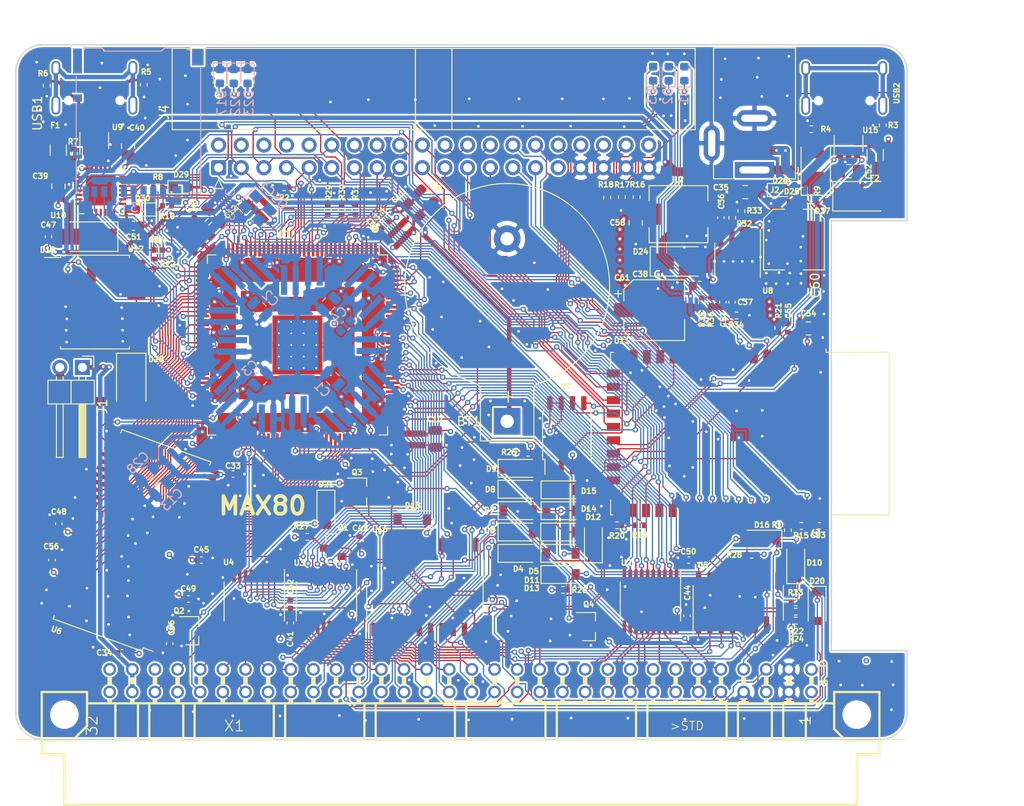
<source format=kicad_pcb>
(kicad_pcb (version 20171130) (host pcbnew 5.1.9-73d0e3b20d~88~ubuntu20.04.1)

  (general
    (thickness 1.6)
    (drawings 17)
    (tracks 4243)
    (zones 0)
    (modules 156)
    (nets 213)
  )

  (page A4)
  (title_block
    (title MAX80)
    (date 2021-01-31)
    (rev 0.01)
    (company "No name")
  )

  (layers
    (0 F.Cu signal)
    (1 In1.Cu signal)
    (2 In2.Cu signal)
    (31 B.Cu signal)
    (32 B.Adhes user)
    (33 F.Adhes user)
    (34 B.Paste user)
    (35 F.Paste user)
    (36 B.SilkS user)
    (37 F.SilkS user)
    (38 B.Mask user)
    (39 F.Mask user)
    (40 Dwgs.User user)
    (41 Cmts.User user)
    (42 Eco1.User user)
    (43 Eco2.User user)
    (44 Edge.Cuts user)
    (45 Margin user)
    (46 B.CrtYd user)
    (47 F.CrtYd user)
    (48 B.Fab user)
    (49 F.Fab user)
  )

  (setup
    (last_trace_width 0.15)
    (user_trace_width 0.3)
    (user_trace_width 0.5)
    (trace_clearance 0.15)
    (zone_clearance 0.2)
    (zone_45_only no)
    (trace_min 0.15)
    (via_size 0.6)
    (via_drill 0.3)
    (via_min_size 0.6)
    (via_min_drill 0.3)
    (uvia_size 0.3)
    (uvia_drill 0.1)
    (uvias_allowed no)
    (uvia_min_size 0.2)
    (uvia_min_drill 0.1)
    (edge_width 0.15)
    (segment_width 0.3)
    (pcb_text_width 0.3)
    (pcb_text_size 1.5 1.5)
    (mod_edge_width 0.15)
    (mod_text_size 1 1)
    (mod_text_width 0.15)
    (pad_size 2.6 1.6)
    (pad_drill 0)
    (pad_to_mask_clearance 0)
    (aux_axis_origin 0 0)
    (grid_origin 86.275 147.925)
    (visible_elements FFFFFF7F)
    (pcbplotparams
      (layerselection 0x010fc_ffffffff)
      (usegerberextensions false)
      (usegerberattributes true)
      (usegerberadvancedattributes true)
      (creategerberjobfile true)
      (excludeedgelayer true)
      (linewidth 0.100000)
      (plotframeref false)
      (viasonmask false)
      (mode 1)
      (useauxorigin false)
      (hpglpennumber 1)
      (hpglpenspeed 20)
      (hpglpendiameter 15.000000)
      (psnegative false)
      (psa4output false)
      (plotreference true)
      (plotvalue true)
      (plotinvisibletext false)
      (padsonsilk false)
      (subtractmaskfromsilk false)
      (outputformat 1)
      (mirror false)
      (drillshape 0)
      (scaleselection 1)
      (outputdirectory "abc80_gerber"))
  )

  (net 0 "")
  (net 1 VCC_ONE)
  (net 2 VCCA)
  (net 3 GND)
  (net 4 CLK0n)
  (net 5 +5V)
  (net 6 "Net-(R5-Pad2)")
  (net 7 "Net-(R6-Pad2)")
  (net 8 "Net-(R7-Pad1)")
  (net 9 "Net-(U10-Pad5)")
  (net 10 "Net-(U10-Pad4)")
  (net 11 "Net-(U9-Pad4)")
  (net 12 "Net-(U9-Pad6)")
  (net 13 "Net-(USB1-Pad13)")
  (net 14 "Net-(BT1-Pad1)")
  (net 15 /A4)
  (net 16 /A3)
  (net 17 /A2)
  (net 18 /A1)
  (net 19 /A0)
  (net 20 /IO0)
  (net 21 /IO3)
  (net 22 /IO4)
  (net 23 /IO5)
  (net 24 /IO6)
  (net 25 /IO7)
  (net 26 /A11)
  (net 27 /IO9)
  (net 28 /A8)
  (net 29 /A7)
  (net 30 /A6)
  (net 31 /A5)
  (net 32 /A9)
  (net 33 /A10)
  (net 34 /A12)
  (net 35 /IO8)
  (net 36 /IO10)
  (net 37 /IO11)
  (net 38 /IO12)
  (net 39 /IO13)
  (net 40 /IO14)
  (net 41 /IO15)
  (net 42 /abc80bus/D7)
  (net 43 /abc80bus/D6)
  (net 44 /abc80bus/D5)
  (net 45 /abc80bus/D4)
  (net 46 /abc80bus/D3)
  (net 47 /abc80bus/D2)
  (net 48 /abc80bus/D1)
  (net 49 /abc80bus/D0)
  (net 50 /abc80bus/A8)
  (net 51 /abc80bus/A9)
  (net 52 /abc80bus/A10)
  (net 53 /abc80bus/A11)
  (net 54 /abc80bus/A12)
  (net 55 /abc80bus/A13)
  (net 56 /abc80bus/A14)
  (net 57 /abc80bus/A15)
  (net 58 /abc80bus/A7)
  (net 59 /abc80bus/A6)
  (net 60 /abc80bus/A5)
  (net 61 /abc80bus/A4)
  (net 62 /abc80bus/A3)
  (net 63 /abc80bus/A2)
  (net 64 /abc80bus/A1)
  (net 65 /abc80bus/A0)
  (net 66 /IO1)
  (net 67 /IO2)
  (net 68 /32KHZ)
  (net 69 /RTC_INT)
  (net 70 /abc80bus/ABC5V)
  (net 71 /SD_DAT1)
  (net 72 /SD_DAT2)
  (net 73 /SD_DAT3)
  (net 74 /SD_CMD)
  (net 75 /SD_CLK)
  (net 76 /SD_DAT0)
  (net 77 FPGA_TDI)
  (net 78 FPGA_TMS)
  (net 79 FPGA_TDO)
  (net 80 FPGA_TCK)
  (net 81 ABC_CLK_5)
  (net 82 /FPGA_SCL)
  (net 83 /FPGA_SDA)
  (net 84 FPGA_SPI_MISO)
  (net 85 FPGA_SPI_MOSI)
  (net 86 FPGA_SPI_CLK)
  (net 87 FGPA_SPI_CS_ESP32)
  (net 88 INT_ESP32)
  (net 89 "Net-(C53-Pad1)")
  (net 90 "Net-(F2-Pad2)")
  (net 91 ESP32_TDO)
  (net 92 ESP32_TCK)
  (net 93 ESP32_TMS)
  (net 94 ESP32_IO0)
  (net 95 ESP32_RXD)
  (net 96 ESP32_TXD)
  (net 97 ESP32_EN)
  (net 98 "Net-(R3-Pad2)")
  (net 99 "Net-(R4-Pad2)")
  (net 100 /ESP32/USB_D-)
  (net 101 /ESP32/USB_D+)
  (net 102 ESP32_TDI)
  (net 103 "Net-(U15-Pad6)")
  (net 104 "Net-(U15-Pad4)")
  (net 105 "Net-(USB2-Pad13)")
  (net 106 "Net-(D1-Pad2)")
  (net 107 "Net-(D1-Pad1)")
  (net 108 "Net-(D2-Pad2)")
  (net 109 "Net-(D2-Pad1)")
  (net 110 "Net-(D3-Pad2)")
  (net 111 "Net-(D3-Pad1)")
  (net 112 ESP32_SCL)
  (net 113 ESP32_SDA)
  (net 114 ESP32_CS2)
  (net 115 ESP32_CS0)
  (net 116 ESP32_MISO)
  (net 117 ESP32_SCK)
  (net 118 ESP32_MOSI)
  (net 119 ESP32_CS1)
  (net 120 /FPGA_USB_TXD)
  (net 121 /FPGA_USB_RXD)
  (net 122 /abc80bus/~XMEMW80)
  (net 123 /abc80bus/~CS)
  (net 124 /abc80bus/~C4)
  (net 125 /abc80bus/~C3)
  (net 126 /abc80bus/~C2)
  (net 127 /abc80bus/~C1)
  (net 128 /abc80bus/~OUT)
  (net 129 /abc80bus/~XOUT)
  (net 130 /abc80bus/~RST)
  (net 131 ~IORD)
  (net 132 /abc80bus/~XMEMFL)
  (net 133 /abc80bus/~XIN)
  (net 134 /abc80bus/~INP)
  (net 135 /abc80bus/~STATUS)
  (net 136 "Net-(D18-Pad1)")
  (net 137 /abc80bus/~XINPSTB)
  (net 138 /abc80bus/~XOUTSTB)
  (net 139 /abc80bus/~XMEMW800)
  (net 140 ADSEL0)
  (net 141 ADSEL1)
  (net 142 "Net-(U3-Pad19)")
  (net 143 "Net-(U4-Pad19)")
  (net 144 /abc80bus/~INT)
  (net 145 ~MEMRD)
  (net 146 AD0)
  (net 147 AD1)
  (net 148 AD2)
  (net 149 AD3)
  (net 150 AD4)
  (net 151 AD5)
  (net 152 AD6)
  (net 153 AD7)
  (net 154 O1)
  (net 155 O2)
  (net 156 /abc80bus/~RESIN)
  (net 157 /abc80bus/~XM)
  (net 158 /abc80bus/Y0)
  (net 159 /abc80bus/~Y0)
  (net 160 "Net-(D20-Pad1)")
  (net 161 "Net-(D21-Pad1)")
  (net 162 /FPGA_LED1)
  (net 163 /FPGA_LED2)
  (net 164 /FPGA_LED3)
  (net 165 "Net-(D17-Pad2)")
  (net 166 "Net-(D22-Pad2)")
  (net 167 "Net-(D23-Pad2)")
  (net 168 FPGA_GPIO3)
  (net 169 FPGA_GPIO2)
  (net 170 FPGA_GPIO1)
  (net 171 FPGA_GPIO0)
  (net 172 FPGA_GPIO5)
  (net 173 FPGA_GPIO4)
  (net 174 "Net-(C36-Pad1)")
  (net 175 "Net-(C37-Pad2)")
  (net 176 "Net-(C37-Pad1)")
  (net 177 "Net-(C38-Pad2)")
  (net 178 "Net-(R32-Pad2)")
  (net 179 "Net-(R35-Pad2)")
  (net 180 "Net-(C38-Pad1)")
  (net 181 /abc80bus/READY)
  (net 182 /abc80bus/~NMI)
  (net 183 ~FPGA_READY)
  (net 184 FPGA_NMI)
  (net 185 "Net-(D26-Pad2)")
  (net 186 FPGA_RESIN)
  (net 187 ABC_CLK_3)
  (net 188 /DQMH)
  (net 189 /CLK)
  (net 190 /CKE)
  (net 191 /BA1)
  (net 192 /BA0)
  (net 193 /DQML)
  (net 194 "Net-(D28-Pad2)")
  (net 195 "Net-(D25-Pad2)")
  (net 196 "Net-(F1-Pad2)")
  (net 197 /FPGA_USB_RTS)
  (net 198 /FPGA_USB_CTS)
  (net 199 /FPGA_USB_DTR)
  (net 200 FPGA_JTAGEN)
  (net 201 "Net-(C39-Pad1)")
  (net 202 "Net-(C52-Pad1)")
  (net 203 /WE#)
  (net 204 /CAS#)
  (net 205 /RAS#)
  (net 206 /CS#)
  (net 207 "Net-(D29-Pad1)")
  (net 208 "Net-(D30-Pad1)")
  (net 209 FLASH_CS#)
  (net 210 ~IOWR)
  (net 211 ~MEMWR)
  (net 212 "Net-(R11-Pad1)")

  (net_class Default "This is the default net class."
    (clearance 0.15)
    (trace_width 0.15)
    (via_dia 0.6)
    (via_drill 0.3)
    (uvia_dia 0.3)
    (uvia_drill 0.1)
    (add_net +5V)
    (add_net /32KHZ)
    (add_net /A0)
    (add_net /A1)
    (add_net /A10)
    (add_net /A11)
    (add_net /A12)
    (add_net /A2)
    (add_net /A3)
    (add_net /A4)
    (add_net /A5)
    (add_net /A6)
    (add_net /A7)
    (add_net /A8)
    (add_net /A9)
    (add_net /BA0)
    (add_net /BA1)
    (add_net /CAS#)
    (add_net /CKE)
    (add_net /CLK)
    (add_net /CS#)
    (add_net /DQMH)
    (add_net /DQML)
    (add_net /ESP32/USB_D+)
    (add_net /ESP32/USB_D-)
    (add_net /FPGA_LED1)
    (add_net /FPGA_LED2)
    (add_net /FPGA_LED3)
    (add_net /FPGA_SCL)
    (add_net /FPGA_SDA)
    (add_net /FPGA_USB_CTS)
    (add_net /FPGA_USB_DTR)
    (add_net /FPGA_USB_RTS)
    (add_net /FPGA_USB_RXD)
    (add_net /FPGA_USB_TXD)
    (add_net /IO0)
    (add_net /IO1)
    (add_net /IO10)
    (add_net /IO11)
    (add_net /IO12)
    (add_net /IO13)
    (add_net /IO14)
    (add_net /IO15)
    (add_net /IO2)
    (add_net /IO3)
    (add_net /IO4)
    (add_net /IO5)
    (add_net /IO6)
    (add_net /IO7)
    (add_net /IO8)
    (add_net /IO9)
    (add_net /RAS#)
    (add_net /RTC_INT)
    (add_net /SD_CLK)
    (add_net /SD_CMD)
    (add_net /SD_DAT0)
    (add_net /SD_DAT1)
    (add_net /SD_DAT2)
    (add_net /SD_DAT3)
    (add_net /WE#)
    (add_net /abc80bus/A0)
    (add_net /abc80bus/A1)
    (add_net /abc80bus/A10)
    (add_net /abc80bus/A11)
    (add_net /abc80bus/A12)
    (add_net /abc80bus/A13)
    (add_net /abc80bus/A14)
    (add_net /abc80bus/A15)
    (add_net /abc80bus/A2)
    (add_net /abc80bus/A3)
    (add_net /abc80bus/A4)
    (add_net /abc80bus/A5)
    (add_net /abc80bus/A6)
    (add_net /abc80bus/A7)
    (add_net /abc80bus/A8)
    (add_net /abc80bus/A9)
    (add_net /abc80bus/ABC5V)
    (add_net /abc80bus/D0)
    (add_net /abc80bus/D1)
    (add_net /abc80bus/D2)
    (add_net /abc80bus/D3)
    (add_net /abc80bus/D4)
    (add_net /abc80bus/D5)
    (add_net /abc80bus/D6)
    (add_net /abc80bus/D7)
    (add_net /abc80bus/READY)
    (add_net /abc80bus/Y0)
    (add_net /abc80bus/~C1)
    (add_net /abc80bus/~C2)
    (add_net /abc80bus/~C3)
    (add_net /abc80bus/~C4)
    (add_net /abc80bus/~CS)
    (add_net /abc80bus/~INP)
    (add_net /abc80bus/~INT)
    (add_net /abc80bus/~NMI)
    (add_net /abc80bus/~OUT)
    (add_net /abc80bus/~RESIN)
    (add_net /abc80bus/~RST)
    (add_net /abc80bus/~STATUS)
    (add_net /abc80bus/~XIN)
    (add_net /abc80bus/~XINPSTB)
    (add_net /abc80bus/~XM)
    (add_net /abc80bus/~XMEMFL)
    (add_net /abc80bus/~XMEMW80)
    (add_net /abc80bus/~XMEMW800)
    (add_net /abc80bus/~XOUT)
    (add_net /abc80bus/~XOUTSTB)
    (add_net /abc80bus/~Y0)
    (add_net ABC_CLK_3)
    (add_net ABC_CLK_5)
    (add_net AD0)
    (add_net AD1)
    (add_net AD2)
    (add_net AD3)
    (add_net AD4)
    (add_net AD5)
    (add_net AD6)
    (add_net AD7)
    (add_net ADSEL0)
    (add_net ADSEL1)
    (add_net CLK0n)
    (add_net ESP32_CS0)
    (add_net ESP32_CS1)
    (add_net ESP32_CS2)
    (add_net ESP32_EN)
    (add_net ESP32_IO0)
    (add_net ESP32_MISO)
    (add_net ESP32_MOSI)
    (add_net ESP32_RXD)
    (add_net ESP32_SCK)
    (add_net ESP32_SCL)
    (add_net ESP32_SDA)
    (add_net ESP32_TCK)
    (add_net ESP32_TDI)
    (add_net ESP32_TDO)
    (add_net ESP32_TMS)
    (add_net ESP32_TXD)
    (add_net FGPA_SPI_CS_ESP32)
    (add_net FLASH_CS#)
    (add_net FPGA_GPIO0)
    (add_net FPGA_GPIO1)
    (add_net FPGA_GPIO2)
    (add_net FPGA_GPIO3)
    (add_net FPGA_GPIO4)
    (add_net FPGA_GPIO5)
    (add_net FPGA_JTAGEN)
    (add_net FPGA_NMI)
    (add_net FPGA_RESIN)
    (add_net FPGA_SPI_CLK)
    (add_net FPGA_SPI_MISO)
    (add_net FPGA_SPI_MOSI)
    (add_net FPGA_TCK)
    (add_net FPGA_TDI)
    (add_net FPGA_TDO)
    (add_net FPGA_TMS)
    (add_net GND)
    (add_net INT_ESP32)
    (add_net "Net-(BT1-Pad1)")
    (add_net "Net-(C36-Pad1)")
    (add_net "Net-(C37-Pad1)")
    (add_net "Net-(C37-Pad2)")
    (add_net "Net-(C38-Pad1)")
    (add_net "Net-(C38-Pad2)")
    (add_net "Net-(C39-Pad1)")
    (add_net "Net-(C52-Pad1)")
    (add_net "Net-(C53-Pad1)")
    (add_net "Net-(D1-Pad1)")
    (add_net "Net-(D1-Pad2)")
    (add_net "Net-(D17-Pad2)")
    (add_net "Net-(D18-Pad1)")
    (add_net "Net-(D2-Pad1)")
    (add_net "Net-(D2-Pad2)")
    (add_net "Net-(D20-Pad1)")
    (add_net "Net-(D21-Pad1)")
    (add_net "Net-(D22-Pad2)")
    (add_net "Net-(D23-Pad2)")
    (add_net "Net-(D25-Pad2)")
    (add_net "Net-(D26-Pad2)")
    (add_net "Net-(D28-Pad2)")
    (add_net "Net-(D29-Pad1)")
    (add_net "Net-(D3-Pad1)")
    (add_net "Net-(D3-Pad2)")
    (add_net "Net-(D30-Pad1)")
    (add_net "Net-(F1-Pad2)")
    (add_net "Net-(F2-Pad2)")
    (add_net "Net-(R11-Pad1)")
    (add_net "Net-(R3-Pad2)")
    (add_net "Net-(R32-Pad2)")
    (add_net "Net-(R35-Pad2)")
    (add_net "Net-(R4-Pad2)")
    (add_net "Net-(R5-Pad2)")
    (add_net "Net-(R6-Pad2)")
    (add_net "Net-(R7-Pad1)")
    (add_net "Net-(U10-Pad4)")
    (add_net "Net-(U10-Pad5)")
    (add_net "Net-(U15-Pad4)")
    (add_net "Net-(U15-Pad6)")
    (add_net "Net-(U3-Pad19)")
    (add_net "Net-(U4-Pad19)")
    (add_net "Net-(U9-Pad4)")
    (add_net "Net-(U9-Pad6)")
    (add_net "Net-(USB1-Pad13)")
    (add_net "Net-(USB2-Pad13)")
    (add_net O1)
    (add_net O2)
    (add_net VCCA)
    (add_net VCC_ONE)
    (add_net ~FPGA_READY)
    (add_net ~IORD)
    (add_net ~IOWR)
    (add_net ~MEMRD)
    (add_net ~MEMWR)
  )

  (module max80:SOIC-8_5.23x5.23mm_P1.27mm (layer F.Cu) (tedit 60341344) (tstamp 6034439B)
    (at 114.325 144.835 90)
    (descr "SOIC, 8 Pin (http://www.winbond.com/resource-files/w25q32jv%20revg%2003272018%20plus.pdf#page=68), generated with kicad-footprint-generator ipc_gullwing_generator.py")
    (tags "SOIC SO")
    (path /6035B91A)
    (attr smd)
    (fp_text reference U7 (at 5.42 -0.11 180) (layer F.SilkS)
      (effects (font (size 0.6 0.6) (thickness 0.15)))
    )
    (fp_text value W25Q128JVS (at 0 3.56 90) (layer F.Fab)
      (effects (font (size 1 1) (thickness 0.15)))
    )
    (fp_line (start 4.65 -2.86) (end -4.65 -2.86) (layer F.CrtYd) (width 0.05))
    (fp_line (start 4.65 2.86) (end 4.65 -2.86) (layer F.CrtYd) (width 0.05))
    (fp_line (start -4.65 2.86) (end 4.65 2.86) (layer F.CrtYd) (width 0.05))
    (fp_line (start -4.65 -2.86) (end -4.65 2.86) (layer F.CrtYd) (width 0.05))
    (fp_line (start -2.615 -1.615) (end -1.615 -2.615) (layer F.Fab) (width 0.1))
    (fp_line (start -2.615 2.615) (end -2.615 -1.615) (layer F.Fab) (width 0.1))
    (fp_line (start 2.615 2.615) (end -2.615 2.615) (layer F.Fab) (width 0.1))
    (fp_line (start 2.615 -2.615) (end 2.615 2.615) (layer F.Fab) (width 0.1))
    (fp_line (start -1.615 -2.615) (end 2.615 -2.615) (layer F.Fab) (width 0.1))
    (fp_line (start -2.725 -2.465) (end -4.4 -2.465) (layer F.SilkS) (width 0.12))
    (fp_line (start -2.725 -2.725) (end -2.725 -2.465) (layer F.SilkS) (width 0.12))
    (fp_line (start 0 -2.725) (end -2.725 -2.725) (layer F.SilkS) (width 0.12))
    (fp_line (start 2.725 -2.725) (end 2.725 -2.465) (layer F.SilkS) (width 0.12))
    (fp_line (start 0 -2.725) (end 2.725 -2.725) (layer F.SilkS) (width 0.12))
    (fp_line (start -2.725 2.725) (end -2.725 2.465) (layer F.SilkS) (width 0.12))
    (fp_line (start 0 2.725) (end -2.725 2.725) (layer F.SilkS) (width 0.12))
    (fp_line (start 2.725 2.725) (end 2.725 2.465) (layer F.SilkS) (width 0.12))
    (fp_line (start 0 2.725) (end 2.725 2.725) (layer F.SilkS) (width 0.12))
    (fp_text user %R (at 0 0 90) (layer F.Fab)
      (effects (font (size 1 1) (thickness 0.15)))
    )
    (pad 8 smd roundrect (at 3.6 -1.905 90) (size 1.6 0.6) (layers F.Cu F.Paste F.Mask) (roundrect_rratio 0.25)
      (net 1 VCC_ONE))
    (pad 7 smd roundrect (at 3.6 -0.635 90) (size 1.6 0.6) (layers F.Cu F.Paste F.Mask) (roundrect_rratio 0.25)
      (net 1 VCC_ONE))
    (pad 6 smd roundrect (at 3.6 0.635 90) (size 1.6 0.6) (layers F.Cu F.Paste F.Mask) (roundrect_rratio 0.25)
      (net 86 FPGA_SPI_CLK))
    (pad 5 smd roundrect (at 3.6 1.905 90) (size 1.6 0.6) (layers F.Cu F.Paste F.Mask) (roundrect_rratio 0.25)
      (net 85 FPGA_SPI_MOSI))
    (pad 4 smd roundrect (at -3.6 1.905 90) (size 1.6 0.6) (layers F.Cu F.Paste F.Mask) (roundrect_rratio 0.25)
      (net 3 GND))
    (pad 3 smd roundrect (at -3.6 0.635 90) (size 1.6 0.6) (layers F.Cu F.Paste F.Mask) (roundrect_rratio 0.25)
      (net 1 VCC_ONE))
    (pad 2 smd roundrect (at -3.6 -0.635 90) (size 1.6 0.6) (layers F.Cu F.Paste F.Mask) (roundrect_rratio 0.25)
      (net 84 FPGA_SPI_MISO))
    (pad 1 smd roundrect (at -3.6 -1.905 90) (size 1.6 0.6) (layers F.Cu F.Paste F.Mask) (roundrect_rratio 0.25)
      (net 209 FLASH_CS#))
    (model ${KISYS3DMOD}/Package_SO.3dshapes/SOIC-8_5.275x5.275mm_P1.27mm.wrl
      (at (xyz 0 0 0))
      (scale (xyz 1 1 1))
      (rotate (xyz 0 0 0))
    )
  )

  (module Diode_SMD:D_SOD-123 (layer F.Cu) (tedit 58645DC7) (tstamp 6019B141)
    (at 113.665 160.475)
    (descr SOD-123)
    (tags SOD-123)
    (path /6013B380/60CCF7F9)
    (attr smd)
    (fp_text reference D13 (at -3.29 1.54 180) (layer F.SilkS)
      (effects (font (size 0.6 0.6) (thickness 0.15)))
    )
    (fp_text value DSK14 (at 0 2.1) (layer F.Fab)
      (effects (font (size 1 1) (thickness 0.15)))
    )
    (fp_line (start -2.25 -1) (end -2.25 1) (layer F.SilkS) (width 0.12))
    (fp_line (start 0.25 0) (end 0.75 0) (layer F.Fab) (width 0.1))
    (fp_line (start 0.25 0.4) (end -0.35 0) (layer F.Fab) (width 0.1))
    (fp_line (start 0.25 -0.4) (end 0.25 0.4) (layer F.Fab) (width 0.1))
    (fp_line (start -0.35 0) (end 0.25 -0.4) (layer F.Fab) (width 0.1))
    (fp_line (start -0.35 0) (end -0.35 0.55) (layer F.Fab) (width 0.1))
    (fp_line (start -0.35 0) (end -0.35 -0.55) (layer F.Fab) (width 0.1))
    (fp_line (start -0.75 0) (end -0.35 0) (layer F.Fab) (width 0.1))
    (fp_line (start -1.4 0.9) (end -1.4 -0.9) (layer F.Fab) (width 0.1))
    (fp_line (start 1.4 0.9) (end -1.4 0.9) (layer F.Fab) (width 0.1))
    (fp_line (start 1.4 -0.9) (end 1.4 0.9) (layer F.Fab) (width 0.1))
    (fp_line (start -1.4 -0.9) (end 1.4 -0.9) (layer F.Fab) (width 0.1))
    (fp_line (start -2.35 -1.15) (end 2.35 -1.15) (layer F.CrtYd) (width 0.05))
    (fp_line (start 2.35 -1.15) (end 2.35 1.15) (layer F.CrtYd) (width 0.05))
    (fp_line (start 2.35 1.15) (end -2.35 1.15) (layer F.CrtYd) (width 0.05))
    (fp_line (start -2.35 -1.15) (end -2.35 1.15) (layer F.CrtYd) (width 0.05))
    (fp_line (start -2.25 1) (end 1.65 1) (layer F.SilkS) (width 0.12))
    (fp_line (start -2.25 -1) (end 1.65 -1) (layer F.SilkS) (width 0.12))
    (fp_text user %R (at 3.105 -0.003 90) (layer F.Fab)
      (effects (font (size 0.6 0.6) (thickness 0.15)))
    )
    (pad 2 smd rect (at 1.65 0) (size 0.9 1.2) (layers F.Cu F.Paste F.Mask)
      (net 131 ~IORD))
    (pad 1 smd rect (at -1.65 0) (size 0.9 1.2) (layers F.Cu F.Paste F.Mask)
      (net 133 /abc80bus/~XIN))
    (model ${KISYS3DMOD}/Diode_SMD.3dshapes/D_SOD-123.wrl
      (at (xyz 0 0 0))
      (scale (xyz 1 1 1))
      (rotate (xyz 0 0 0))
    )
  )

  (module Resistor_SMD:R_0402_1005Metric (layer F.Cu) (tedit 5F68FEEE) (tstamp 6034B24B)
    (at 93.955 121.205 45)
    (descr "Resistor SMD 0402 (1005 Metric), square (rectangular) end terminal, IPC_7351 nominal, (Body size source: IPC-SM-782 page 72, https://www.pcb-3d.com/wordpress/wp-content/uploads/ipc-sm-782a_amendment_1_and_2.pdf), generated with kicad-footprint-generator")
    (tags resistor)
    (path /604B03F3)
    (attr smd)
    (fp_text reference R11 (at 0 -1.17 45) (layer F.SilkS)
      (effects (font (size 1 1) (thickness 0.15)))
    )
    (fp_text value 10k (at 0 1.17 45) (layer F.Fab)
      (effects (font (size 1 1) (thickness 0.15)))
    )
    (fp_line (start 0.93 0.47) (end -0.93 0.47) (layer F.CrtYd) (width 0.05))
    (fp_line (start 0.93 -0.47) (end 0.93 0.47) (layer F.CrtYd) (width 0.05))
    (fp_line (start -0.93 -0.47) (end 0.93 -0.47) (layer F.CrtYd) (width 0.05))
    (fp_line (start -0.93 0.47) (end -0.93 -0.47) (layer F.CrtYd) (width 0.05))
    (fp_line (start -0.153641 0.38) (end 0.153641 0.38) (layer F.SilkS) (width 0.12))
    (fp_line (start -0.153641 -0.38) (end 0.153641 -0.38) (layer F.SilkS) (width 0.12))
    (fp_line (start 0.525 0.27) (end -0.525 0.27) (layer F.Fab) (width 0.1))
    (fp_line (start 0.525 -0.27) (end 0.525 0.27) (layer F.Fab) (width 0.1))
    (fp_line (start -0.525 -0.27) (end 0.525 -0.27) (layer F.Fab) (width 0.1))
    (fp_line (start -0.525 0.27) (end -0.525 -0.27) (layer F.Fab) (width 0.1))
    (fp_text user %R (at 0 0 45) (layer F.Fab)
      (effects (font (size 0.26 0.26) (thickness 0.04)))
    )
    (pad 2 smd roundrect (at 0.51 0 45) (size 0.54 0.64) (layers F.Cu F.Paste F.Mask) (roundrect_rratio 0.25)
      (net 1 VCC_ONE))
    (pad 1 smd roundrect (at -0.51 0 45) (size 0.54 0.64) (layers F.Cu F.Paste F.Mask) (roundrect_rratio 0.25)
      (net 212 "Net-(R11-Pad1)"))
    (model ${KISYS3DMOD}/Resistor_SMD.3dshapes/R_0402_1005Metric.wrl
      (at (xyz 0 0 0))
      (scale (xyz 1 1 1))
      (rotate (xyz 0 0 0))
    )
  )

  (module Resistor_SMD:R_0402_1005Metric (layer F.Cu) (tedit 5F68FEEE) (tstamp 6033FBEF)
    (at 69.475 119.075 180)
    (descr "Resistor SMD 0402 (1005 Metric), square (rectangular) end terminal, IPC_7351 nominal, (Body size source: IPC-SM-782 page 72, https://www.pcb-3d.com/wordpress/wp-content/uploads/ipc-sm-782a_amendment_1_and_2.pdf), generated with kicad-footprint-generator")
    (tags resistor)
    (path /60427964)
    (attr smd)
    (fp_text reference R10 (at 0 -1.17) (layer F.SilkS)
      (effects (font (size 0.6 0.6) (thickness 0.15)))
    )
    (fp_text value 1k (at 0 1.17) (layer F.Fab)
      (effects (font (size 1 1) (thickness 0.15)))
    )
    (fp_line (start 0.93 0.47) (end -0.93 0.47) (layer F.CrtYd) (width 0.05))
    (fp_line (start 0.93 -0.47) (end 0.93 0.47) (layer F.CrtYd) (width 0.05))
    (fp_line (start -0.93 -0.47) (end 0.93 -0.47) (layer F.CrtYd) (width 0.05))
    (fp_line (start -0.93 0.47) (end -0.93 -0.47) (layer F.CrtYd) (width 0.05))
    (fp_line (start -0.153641 0.38) (end 0.153641 0.38) (layer F.SilkS) (width 0.12))
    (fp_line (start -0.153641 -0.38) (end 0.153641 -0.38) (layer F.SilkS) (width 0.12))
    (fp_line (start 0.525 0.27) (end -0.525 0.27) (layer F.Fab) (width 0.1))
    (fp_line (start 0.525 -0.27) (end 0.525 0.27) (layer F.Fab) (width 0.1))
    (fp_line (start -0.525 -0.27) (end 0.525 -0.27) (layer F.Fab) (width 0.1))
    (fp_line (start -0.525 0.27) (end -0.525 -0.27) (layer F.Fab) (width 0.1))
    (fp_text user %R (at 0 0) (layer F.Fab)
      (effects (font (size 0.26 0.26) (thickness 0.04)))
    )
    (pad 2 smd roundrect (at 0.51 0 180) (size 0.54 0.64) (layers F.Cu F.Paste F.Mask) (roundrect_rratio 0.25)
      (net 208 "Net-(D30-Pad1)"))
    (pad 1 smd roundrect (at -0.51 0 180) (size 0.54 0.64) (layers F.Cu F.Paste F.Mask) (roundrect_rratio 0.25)
      (net 198 /FPGA_USB_CTS))
    (model ${KISYS3DMOD}/Resistor_SMD.3dshapes/R_0402_1005Metric.wrl
      (at (xyz 0 0 0))
      (scale (xyz 1 1 1))
      (rotate (xyz 0 0 0))
    )
  )

  (module Resistor_SMD:R_0402_1005Metric (layer F.Cu) (tedit 5F68FEEE) (tstamp 6033FBBE)
    (at 68.44 117.025)
    (descr "Resistor SMD 0402 (1005 Metric), square (rectangular) end terminal, IPC_7351 nominal, (Body size source: IPC-SM-782 page 72, https://www.pcb-3d.com/wordpress/wp-content/uploads/ipc-sm-782a_amendment_1_and_2.pdf), generated with kicad-footprint-generator")
    (tags resistor)
    (path /6042C0DA)
    (attr smd)
    (fp_text reference R8 (at 0 -1.17) (layer F.SilkS)
      (effects (font (size 0.6 0.6) (thickness 0.15)))
    )
    (fp_text value 1k (at 0 1.17) (layer F.Fab)
      (effects (font (size 1 1) (thickness 0.15)))
    )
    (fp_line (start 0.93 0.47) (end -0.93 0.47) (layer F.CrtYd) (width 0.05))
    (fp_line (start 0.93 -0.47) (end 0.93 0.47) (layer F.CrtYd) (width 0.05))
    (fp_line (start -0.93 -0.47) (end 0.93 -0.47) (layer F.CrtYd) (width 0.05))
    (fp_line (start -0.93 0.47) (end -0.93 -0.47) (layer F.CrtYd) (width 0.05))
    (fp_line (start -0.153641 0.38) (end 0.153641 0.38) (layer F.SilkS) (width 0.12))
    (fp_line (start -0.153641 -0.38) (end 0.153641 -0.38) (layer F.SilkS) (width 0.12))
    (fp_line (start 0.525 0.27) (end -0.525 0.27) (layer F.Fab) (width 0.1))
    (fp_line (start 0.525 -0.27) (end 0.525 0.27) (layer F.Fab) (width 0.1))
    (fp_line (start -0.525 -0.27) (end 0.525 -0.27) (layer F.Fab) (width 0.1))
    (fp_line (start -0.525 0.27) (end -0.525 -0.27) (layer F.Fab) (width 0.1))
    (fp_text user %R (at 0 0) (layer F.Fab)
      (effects (font (size 0.26 0.26) (thickness 0.04)))
    )
    (pad 2 smd roundrect (at 0.51 0) (size 0.54 0.64) (layers F.Cu F.Paste F.Mask) (roundrect_rratio 0.25)
      (net 207 "Net-(D29-Pad1)"))
    (pad 1 smd roundrect (at -0.51 0) (size 0.54 0.64) (layers F.Cu F.Paste F.Mask) (roundrect_rratio 0.25)
      (net 197 /FPGA_USB_RTS))
    (model ${KISYS3DMOD}/Resistor_SMD.3dshapes/R_0402_1005Metric.wrl
      (at (xyz 0 0 0))
      (scale (xyz 1 1 1))
      (rotate (xyz 0 0 0))
    )
  )

  (module LED_SMD:LED_0603_1608Metric (layer F.Cu) (tedit 5F68FEF1) (tstamp 6033F6D1)
    (at 66.775 119.5 180)
    (descr "LED SMD 0603 (1608 Metric), square (rectangular) end terminal, IPC_7351 nominal, (Body size source: http://www.tortai-tech.com/upload/download/2011102023233369053.pdf), generated with kicad-footprint-generator")
    (tags LED)
    (path /604220EF)
    (attr smd)
    (fp_text reference D30 (at 0.04 1.285) (layer F.SilkS)
      (effects (font (size 0.6 0.6) (thickness 0.15)))
    )
    (fp_text value LED-Y (at 0 1.43) (layer F.Fab)
      (effects (font (size 1 1) (thickness 0.15)))
    )
    (fp_line (start 1.48 0.73) (end -1.48 0.73) (layer F.CrtYd) (width 0.05))
    (fp_line (start 1.48 -0.73) (end 1.48 0.73) (layer F.CrtYd) (width 0.05))
    (fp_line (start -1.48 -0.73) (end 1.48 -0.73) (layer F.CrtYd) (width 0.05))
    (fp_line (start -1.48 0.73) (end -1.48 -0.73) (layer F.CrtYd) (width 0.05))
    (fp_line (start -1.485 0.735) (end 0.8 0.735) (layer F.SilkS) (width 0.12))
    (fp_line (start -1.485 -0.735) (end -1.485 0.735) (layer F.SilkS) (width 0.12))
    (fp_line (start 0.8 -0.735) (end -1.485 -0.735) (layer F.SilkS) (width 0.12))
    (fp_line (start 0.8 0.4) (end 0.8 -0.4) (layer F.Fab) (width 0.1))
    (fp_line (start -0.8 0.4) (end 0.8 0.4) (layer F.Fab) (width 0.1))
    (fp_line (start -0.8 -0.1) (end -0.8 0.4) (layer F.Fab) (width 0.1))
    (fp_line (start -0.5 -0.4) (end -0.8 -0.1) (layer F.Fab) (width 0.1))
    (fp_line (start 0.8 -0.4) (end -0.5 -0.4) (layer F.Fab) (width 0.1))
    (fp_text user %R (at 0 0) (layer F.Fab)
      (effects (font (size 0.4 0.4) (thickness 0.06)))
    )
    (pad 2 smd roundrect (at 0.7875 0 180) (size 0.875 0.95) (layers F.Cu F.Paste F.Mask) (roundrect_rratio 0.25)
      (net 1 VCC_ONE))
    (pad 1 smd roundrect (at -0.7875 0 180) (size 0.875 0.95) (layers F.Cu F.Paste F.Mask) (roundrect_rratio 0.25)
      (net 208 "Net-(D30-Pad1)"))
    (model ${KISYS3DMOD}/LED_SMD.3dshapes/LED_0603_1608Metric.wrl
      (at (xyz 0 0 0))
      (scale (xyz 1 1 1))
      (rotate (xyz 0 0 0))
    )
  )

  (module LED_SMD:LED_0603_1608Metric (layer F.Cu) (tedit 5F68FEF1) (tstamp 6033F6BE)
    (at 71.05 117)
    (descr "LED SMD 0603 (1608 Metric), square (rectangular) end terminal, IPC_7351 nominal, (Body size source: http://www.tortai-tech.com/upload/download/2011102023233369053.pdf), generated with kicad-footprint-generator")
    (tags LED)
    (path /6041A94C)
    (attr smd)
    (fp_text reference D29 (at 0 -1.43) (layer F.SilkS)
      (effects (font (size 0.6 0.6) (thickness 0.15)))
    )
    (fp_text value LED-Y (at 0 1.43) (layer F.Fab)
      (effects (font (size 1 1) (thickness 0.15)))
    )
    (fp_line (start 1.48 0.73) (end -1.48 0.73) (layer F.CrtYd) (width 0.05))
    (fp_line (start 1.48 -0.73) (end 1.48 0.73) (layer F.CrtYd) (width 0.05))
    (fp_line (start -1.48 -0.73) (end 1.48 -0.73) (layer F.CrtYd) (width 0.05))
    (fp_line (start -1.48 0.73) (end -1.48 -0.73) (layer F.CrtYd) (width 0.05))
    (fp_line (start -1.485 0.735) (end 0.8 0.735) (layer F.SilkS) (width 0.12))
    (fp_line (start -1.485 -0.735) (end -1.485 0.735) (layer F.SilkS) (width 0.12))
    (fp_line (start 0.8 -0.735) (end -1.485 -0.735) (layer F.SilkS) (width 0.12))
    (fp_line (start 0.8 0.4) (end 0.8 -0.4) (layer F.Fab) (width 0.1))
    (fp_line (start -0.8 0.4) (end 0.8 0.4) (layer F.Fab) (width 0.1))
    (fp_line (start -0.8 -0.1) (end -0.8 0.4) (layer F.Fab) (width 0.1))
    (fp_line (start -0.5 -0.4) (end -0.8 -0.1) (layer F.Fab) (width 0.1))
    (fp_line (start 0.8 -0.4) (end -0.5 -0.4) (layer F.Fab) (width 0.1))
    (fp_text user %R (at 0 0) (layer F.Fab)
      (effects (font (size 0.4 0.4) (thickness 0.06)))
    )
    (pad 2 smd roundrect (at 0.7875 0) (size 0.875 0.95) (layers F.Cu F.Paste F.Mask) (roundrect_rratio 0.25)
      (net 1 VCC_ONE))
    (pad 1 smd roundrect (at -0.7875 0) (size 0.875 0.95) (layers F.Cu F.Paste F.Mask) (roundrect_rratio 0.25)
      (net 207 "Net-(D29-Pad1)"))
    (model ${KISYS3DMOD}/LED_SMD.3dshapes/LED_0603_1608Metric.wrl
      (at (xyz 0 0 0))
      (scale (xyz 1 1 1))
      (rotate (xyz 0 0 0))
    )
  )

  (module Resistor_SMD:R_0402_1005Metric (layer F.Cu) (tedit 5F68FEEE) (tstamp 60337B92)
    (at 139.125 155.5 90)
    (descr "Resistor SMD 0402 (1005 Metric), square (rectangular) end terminal, IPC_7351 nominal, (Body size source: IPC-SM-782 page 72, https://www.pcb-3d.com/wordpress/wp-content/uploads/ipc-sm-782a_amendment_1_and_2.pdf), generated with kicad-footprint-generator")
    (tags resistor)
    (path /602159BB/60379925)
    (attr smd)
    (fp_text reference R1 (at 0.6 -1.225 180) (layer F.SilkS)
      (effects (font (size 0.6 0.6) (thickness 0.15)))
    )
    (fp_text value 10k (at 0 1.17 90) (layer F.Fab)
      (effects (font (size 1 1) (thickness 0.15)))
    )
    (fp_line (start -0.525 0.27) (end -0.525 -0.27) (layer F.Fab) (width 0.1))
    (fp_line (start -0.525 -0.27) (end 0.525 -0.27) (layer F.Fab) (width 0.1))
    (fp_line (start 0.525 -0.27) (end 0.525 0.27) (layer F.Fab) (width 0.1))
    (fp_line (start 0.525 0.27) (end -0.525 0.27) (layer F.Fab) (width 0.1))
    (fp_line (start -0.153641 -0.38) (end 0.153641 -0.38) (layer F.SilkS) (width 0.12))
    (fp_line (start -0.153641 0.38) (end 0.153641 0.38) (layer F.SilkS) (width 0.12))
    (fp_line (start -0.93 0.47) (end -0.93 -0.47) (layer F.CrtYd) (width 0.05))
    (fp_line (start -0.93 -0.47) (end 0.93 -0.47) (layer F.CrtYd) (width 0.05))
    (fp_line (start 0.93 -0.47) (end 0.93 0.47) (layer F.CrtYd) (width 0.05))
    (fp_line (start 0.93 0.47) (end -0.93 0.47) (layer F.CrtYd) (width 0.05))
    (fp_text user %R (at 0 0 90) (layer F.Fab)
      (effects (font (size 0.26 0.26) (thickness 0.04)))
    )
    (pad 2 smd roundrect (at 0.51 0 90) (size 0.54 0.64) (layers F.Cu F.Paste F.Mask) (roundrect_rratio 0.25)
      (net 89 "Net-(C53-Pad1)"))
    (pad 1 smd roundrect (at -0.51 0 90) (size 0.54 0.64) (layers F.Cu F.Paste F.Mask) (roundrect_rratio 0.25)
      (net 1 VCC_ONE))
    (model ${KISYS3DMOD}/Resistor_SMD.3dshapes/R_0402_1005Metric.wrl
      (at (xyz 0 0 0))
      (scale (xyz 1 1 1))
      (rotate (xyz 0 0 0))
    )
  )

  (module Diode_SMD:D_SMA (layer F.Cu) (tedit 586432E5) (tstamp 6032CF27)
    (at 65.447 139.035 270)
    (descr "Diode SMA (DO-214AC)")
    (tags "Diode SMA (DO-214AC)")
    (path /6013B380/603612AB)
    (attr smd)
    (fp_text reference D28 (at -2.735 -2.803 180) (layer F.SilkS)
      (effects (font (size 0.6 0.6) (thickness 0.15)))
    )
    (fp_text value MBRA340T (at 0 2.6 90) (layer F.Fab)
      (effects (font (size 1 1) (thickness 0.15)))
    )
    (fp_line (start -3.4 -1.65) (end 2 -1.65) (layer F.SilkS) (width 0.12))
    (fp_line (start -3.4 1.65) (end 2 1.65) (layer F.SilkS) (width 0.12))
    (fp_line (start -0.64944 0.00102) (end 0.50118 -0.79908) (layer F.Fab) (width 0.1))
    (fp_line (start -0.64944 0.00102) (end 0.50118 0.75032) (layer F.Fab) (width 0.1))
    (fp_line (start 0.50118 0.75032) (end 0.50118 -0.79908) (layer F.Fab) (width 0.1))
    (fp_line (start -0.64944 -0.79908) (end -0.64944 0.80112) (layer F.Fab) (width 0.1))
    (fp_line (start 0.50118 0.00102) (end 1.4994 0.00102) (layer F.Fab) (width 0.1))
    (fp_line (start -0.64944 0.00102) (end -1.55114 0.00102) (layer F.Fab) (width 0.1))
    (fp_line (start -3.5 1.75) (end -3.5 -1.75) (layer F.CrtYd) (width 0.05))
    (fp_line (start 3.5 1.75) (end -3.5 1.75) (layer F.CrtYd) (width 0.05))
    (fp_line (start 3.5 -1.75) (end 3.5 1.75) (layer F.CrtYd) (width 0.05))
    (fp_line (start -3.5 -1.75) (end 3.5 -1.75) (layer F.CrtYd) (width 0.05))
    (fp_line (start 2.3 -1.5) (end -2.3 -1.5) (layer F.Fab) (width 0.1))
    (fp_line (start 2.3 -1.5) (end 2.3 1.5) (layer F.Fab) (width 0.1))
    (fp_line (start -2.3 1.5) (end -2.3 -1.5) (layer F.Fab) (width 0.1))
    (fp_line (start 2.3 1.5) (end -2.3 1.5) (layer F.Fab) (width 0.1))
    (fp_line (start -3.4 -1.65) (end -3.4 1.65) (layer F.SilkS) (width 0.12))
    (fp_text user %R (at 0 -2.5 90) (layer F.Fab)
      (effects (font (size 1 1) (thickness 0.15)))
    )
    (pad 2 smd rect (at 2 0 270) (size 2.5 1.8) (layers F.Cu F.Paste F.Mask)
      (net 194 "Net-(D28-Pad2)"))
    (pad 1 smd rect (at -2 0 270) (size 2.5 1.8) (layers F.Cu F.Paste F.Mask)
      (net 5 +5V))
    (model ${KISYS3DMOD}/Diode_SMD.3dshapes/D_SMA.wrl
      (at (xyz 0 0 0))
      (scale (xyz 1 1 1))
      (rotate (xyz 0 0 0))
    )
  )

  (module Capacitor_SMD:C_0402_1005Metric (layer F.Cu) (tedit 5F68FEEE) (tstamp 6039D96A)
    (at 56.557 158.847 90)
    (descr "Capacitor SMD 0402 (1005 Metric), square (rectangular) end terminal, IPC_7351 nominal, (Body size source: IPC-SM-782 page 76, https://www.pcb-3d.com/wordpress/wp-content/uploads/ipc-sm-782a_amendment_1_and_2.pdf), generated with kicad-footprint-generator")
    (tags capacitor)
    (path /6091A70C)
    (attr smd)
    (fp_text reference C56 (at 1.522 -0.082 180) (layer F.SilkS)
      (effects (font (size 0.6 0.6) (thickness 0.15)))
    )
    (fp_text value 100nF (at 0 1.16 90) (layer F.Fab)
      (effects (font (size 1 1) (thickness 0.15)))
    )
    (fp_line (start 0.91 0.46) (end -0.91 0.46) (layer F.CrtYd) (width 0.05))
    (fp_line (start 0.91 -0.46) (end 0.91 0.46) (layer F.CrtYd) (width 0.05))
    (fp_line (start -0.91 -0.46) (end 0.91 -0.46) (layer F.CrtYd) (width 0.05))
    (fp_line (start -0.91 0.46) (end -0.91 -0.46) (layer F.CrtYd) (width 0.05))
    (fp_line (start -0.107836 0.36) (end 0.107836 0.36) (layer F.SilkS) (width 0.12))
    (fp_line (start -0.107836 -0.36) (end 0.107836 -0.36) (layer F.SilkS) (width 0.12))
    (fp_line (start 0.5 0.25) (end -0.5 0.25) (layer F.Fab) (width 0.1))
    (fp_line (start 0.5 -0.25) (end 0.5 0.25) (layer F.Fab) (width 0.1))
    (fp_line (start -0.5 -0.25) (end 0.5 -0.25) (layer F.Fab) (width 0.1))
    (fp_line (start -0.5 0.25) (end -0.5 -0.25) (layer F.Fab) (width 0.1))
    (fp_text user %R (at 0 0 90) (layer F.Fab)
      (effects (font (size 0.25 0.25) (thickness 0.04)))
    )
    (pad 2 smd roundrect (at 0.48 0 90) (size 0.56 0.62) (layers F.Cu F.Paste F.Mask) (roundrect_rratio 0.25)
      (net 3 GND))
    (pad 1 smd roundrect (at -0.48 0 90) (size 0.56 0.62) (layers F.Cu F.Paste F.Mask) (roundrect_rratio 0.25)
      (net 1 VCC_ONE))
    (model ${KISYS3DMOD}/Capacitor_SMD.3dshapes/C_0402_1005Metric.wrl
      (at (xyz 0 0 0))
      (scale (xyz 1 1 1))
      (rotate (xyz 0 0 0))
    )
  )

  (module Capacitor_SMD:C_0402_1005Metric (layer F.Cu) (tedit 5F68FEEE) (tstamp 603AB1B9)
    (at 69.765 168.245 270)
    (descr "Capacitor SMD 0402 (1005 Metric), square (rectangular) end terminal, IPC_7351 nominal, (Body size source: IPC-SM-782 page 76, https://www.pcb-3d.com/wordpress/wp-content/uploads/ipc-sm-782a_amendment_1_and_2.pdf), generated with kicad-footprint-generator")
    (tags capacitor)
    (path /60932F0E)
    (attr smd)
    (fp_text reference C46 (at -1.795 -0.21 270) (layer F.SilkS)
      (effects (font (size 0.6 0.6) (thickness 0.15)))
    )
    (fp_text value 100nF (at 0 1.16 90) (layer F.Fab)
      (effects (font (size 1 1) (thickness 0.15)))
    )
    (fp_line (start 0.91 0.46) (end -0.91 0.46) (layer F.CrtYd) (width 0.05))
    (fp_line (start 0.91 -0.46) (end 0.91 0.46) (layer F.CrtYd) (width 0.05))
    (fp_line (start -0.91 -0.46) (end 0.91 -0.46) (layer F.CrtYd) (width 0.05))
    (fp_line (start -0.91 0.46) (end -0.91 -0.46) (layer F.CrtYd) (width 0.05))
    (fp_line (start -0.107836 0.36) (end 0.107836 0.36) (layer F.SilkS) (width 0.12))
    (fp_line (start -0.107836 -0.36) (end 0.107836 -0.36) (layer F.SilkS) (width 0.12))
    (fp_line (start 0.5 0.25) (end -0.5 0.25) (layer F.Fab) (width 0.1))
    (fp_line (start 0.5 -0.25) (end 0.5 0.25) (layer F.Fab) (width 0.1))
    (fp_line (start -0.5 -0.25) (end 0.5 -0.25) (layer F.Fab) (width 0.1))
    (fp_line (start -0.5 0.25) (end -0.5 -0.25) (layer F.Fab) (width 0.1))
    (fp_text user %R (at 0 0 90) (layer F.Fab)
      (effects (font (size 0.25 0.25) (thickness 0.04)))
    )
    (pad 2 smd roundrect (at 0.48 0 270) (size 0.56 0.62) (layers F.Cu F.Paste F.Mask) (roundrect_rratio 0.25)
      (net 3 GND))
    (pad 1 smd roundrect (at -0.48 0 270) (size 0.56 0.62) (layers F.Cu F.Paste F.Mask) (roundrect_rratio 0.25)
      (net 1 VCC_ONE))
    (model ${KISYS3DMOD}/Capacitor_SMD.3dshapes/C_0402_1005Metric.wrl
      (at (xyz 0 0 0))
      (scale (xyz 1 1 1))
      (rotate (xyz 0 0 0))
    )
  )

  (module Capacitor_SMD:C_0402_1005Metric (layer F.Cu) (tedit 5F68FEEE) (tstamp 603AB1A8)
    (at 73.321 158.847)
    (descr "Capacitor SMD 0402 (1005 Metric), square (rectangular) end terminal, IPC_7351 nominal, (Body size source: IPC-SM-782 page 76, https://www.pcb-3d.com/wordpress/wp-content/uploads/ipc-sm-782a_amendment_1_and_2.pdf), generated with kicad-footprint-generator")
    (tags capacitor)
    (path /6094CE83)
    (attr smd)
    (fp_text reference C45 (at 0 -1.16) (layer F.SilkS)
      (effects (font (size 0.6 0.6) (thickness 0.15)))
    )
    (fp_text value 100nF (at 0 1.16) (layer F.Fab)
      (effects (font (size 1 1) (thickness 0.15)))
    )
    (fp_line (start 0.91 0.46) (end -0.91 0.46) (layer F.CrtYd) (width 0.05))
    (fp_line (start 0.91 -0.46) (end 0.91 0.46) (layer F.CrtYd) (width 0.05))
    (fp_line (start -0.91 -0.46) (end 0.91 -0.46) (layer F.CrtYd) (width 0.05))
    (fp_line (start -0.91 0.46) (end -0.91 -0.46) (layer F.CrtYd) (width 0.05))
    (fp_line (start -0.107836 0.36) (end 0.107836 0.36) (layer F.SilkS) (width 0.12))
    (fp_line (start -0.107836 -0.36) (end 0.107836 -0.36) (layer F.SilkS) (width 0.12))
    (fp_line (start 0.5 0.25) (end -0.5 0.25) (layer F.Fab) (width 0.1))
    (fp_line (start 0.5 -0.25) (end 0.5 0.25) (layer F.Fab) (width 0.1))
    (fp_line (start -0.5 -0.25) (end 0.5 -0.25) (layer F.Fab) (width 0.1))
    (fp_line (start -0.5 0.25) (end -0.5 -0.25) (layer F.Fab) (width 0.1))
    (fp_text user %R (at 0 0) (layer F.Fab)
      (effects (font (size 0.25 0.25) (thickness 0.04)))
    )
    (pad 2 smd roundrect (at 0.48 0) (size 0.56 0.62) (layers F.Cu F.Paste F.Mask) (roundrect_rratio 0.25)
      (net 3 GND))
    (pad 1 smd roundrect (at -0.48 0) (size 0.56 0.62) (layers F.Cu F.Paste F.Mask) (roundrect_rratio 0.25)
      (net 1 VCC_ONE))
    (model ${KISYS3DMOD}/Capacitor_SMD.3dshapes/C_0402_1005Metric.wrl
      (at (xyz 0 0 0))
      (scale (xyz 1 1 1))
      (rotate (xyz 0 0 0))
    )
  )

  (module Capacitor_SMD:C_0402_1005Metric (layer F.Cu) (tedit 5F68FEEE) (tstamp 603AC9A5)
    (at 64.431 169.261 180)
    (descr "Capacitor SMD 0402 (1005 Metric), square (rectangular) end terminal, IPC_7351 nominal, (Body size source: IPC-SM-782 page 76, https://www.pcb-3d.com/wordpress/wp-content/uploads/ipc-sm-782a_amendment_1_and_2.pdf), generated with kicad-footprint-generator")
    (tags capacitor)
    (path /6097D4FE)
    (attr smd)
    (fp_text reference C34 (at 2.006 0) (layer F.SilkS)
      (effects (font (size 0.6 0.6) (thickness 0.15)))
    )
    (fp_text value 100nF (at 0 1.16) (layer F.Fab)
      (effects (font (size 1 1) (thickness 0.15)))
    )
    (fp_line (start 0.91 0.46) (end -0.91 0.46) (layer F.CrtYd) (width 0.05))
    (fp_line (start 0.91 -0.46) (end 0.91 0.46) (layer F.CrtYd) (width 0.05))
    (fp_line (start -0.91 -0.46) (end 0.91 -0.46) (layer F.CrtYd) (width 0.05))
    (fp_line (start -0.91 0.46) (end -0.91 -0.46) (layer F.CrtYd) (width 0.05))
    (fp_line (start -0.107836 0.36) (end 0.107836 0.36) (layer F.SilkS) (width 0.12))
    (fp_line (start -0.107836 -0.36) (end 0.107836 -0.36) (layer F.SilkS) (width 0.12))
    (fp_line (start 0.5 0.25) (end -0.5 0.25) (layer F.Fab) (width 0.1))
    (fp_line (start 0.5 -0.25) (end 0.5 0.25) (layer F.Fab) (width 0.1))
    (fp_line (start -0.5 -0.25) (end 0.5 -0.25) (layer F.Fab) (width 0.1))
    (fp_line (start -0.5 0.25) (end -0.5 -0.25) (layer F.Fab) (width 0.1))
    (fp_text user %R (at 0 0) (layer F.Fab)
      (effects (font (size 0.25 0.25) (thickness 0.04)))
    )
    (pad 2 smd roundrect (at 0.48 0 180) (size 0.56 0.62) (layers F.Cu F.Paste F.Mask) (roundrect_rratio 0.25)
      (net 3 GND))
    (pad 1 smd roundrect (at -0.48 0 180) (size 0.56 0.62) (layers F.Cu F.Paste F.Mask) (roundrect_rratio 0.25)
      (net 1 VCC_ONE))
    (model ${KISYS3DMOD}/Capacitor_SMD.3dshapes/C_0402_1005Metric.wrl
      (at (xyz 0 0 0))
      (scale (xyz 1 1 1))
      (rotate (xyz 0 0 0))
    )
  )

  (module Capacitor_SMD:C_0402_1005Metric (layer F.Cu) (tedit 5F68FEEE) (tstamp 603AB046)
    (at 76.877 149.195)
    (descr "Capacitor SMD 0402 (1005 Metric), square (rectangular) end terminal, IPC_7351 nominal, (Body size source: IPC-SM-782 page 76, https://www.pcb-3d.com/wordpress/wp-content/uploads/ipc-sm-782a_amendment_1_and_2.pdf), generated with kicad-footprint-generator")
    (tags capacitor)
    (path /60997E09)
    (attr smd)
    (fp_text reference C33 (at -0.002 -0.92) (layer F.SilkS)
      (effects (font (size 0.6 0.6) (thickness 0.15)))
    )
    (fp_text value 100nF (at 0 1.16) (layer F.Fab)
      (effects (font (size 1 1) (thickness 0.15)))
    )
    (fp_line (start 0.91 0.46) (end -0.91 0.46) (layer F.CrtYd) (width 0.05))
    (fp_line (start 0.91 -0.46) (end 0.91 0.46) (layer F.CrtYd) (width 0.05))
    (fp_line (start -0.91 -0.46) (end 0.91 -0.46) (layer F.CrtYd) (width 0.05))
    (fp_line (start -0.91 0.46) (end -0.91 -0.46) (layer F.CrtYd) (width 0.05))
    (fp_line (start -0.107836 0.36) (end 0.107836 0.36) (layer F.SilkS) (width 0.12))
    (fp_line (start -0.107836 -0.36) (end 0.107836 -0.36) (layer F.SilkS) (width 0.12))
    (fp_line (start 0.5 0.25) (end -0.5 0.25) (layer F.Fab) (width 0.1))
    (fp_line (start 0.5 -0.25) (end 0.5 0.25) (layer F.Fab) (width 0.1))
    (fp_line (start -0.5 -0.25) (end 0.5 -0.25) (layer F.Fab) (width 0.1))
    (fp_line (start -0.5 0.25) (end -0.5 -0.25) (layer F.Fab) (width 0.1))
    (fp_text user %R (at 0 0) (layer F.Fab)
      (effects (font (size 0.25 0.25) (thickness 0.04)))
    )
    (pad 2 smd roundrect (at 0.48 0) (size 0.56 0.62) (layers F.Cu F.Paste F.Mask) (roundrect_rratio 0.25)
      (net 3 GND))
    (pad 1 smd roundrect (at -0.48 0) (size 0.56 0.62) (layers F.Cu F.Paste F.Mask) (roundrect_rratio 0.25)
      (net 1 VCC_ONE))
    (model ${KISYS3DMOD}/Capacitor_SMD.3dshapes/C_0402_1005Metric.wrl
      (at (xyz 0 0 0))
      (scale (xyz 1 1 1))
      (rotate (xyz 0 0 0))
    )
  )

  (module Package_SO:TSOP-II-54_22.2x10.16mm_P0.8mm (layer F.Cu) (tedit 5B589EC7) (tstamp 60346482)
    (at 65.535 156.645 160)
    (descr "54-lead TSOP typ II package")
    (tags "TSOPII TSOP2")
    (path /604F9283)
    (attr smd)
    (fp_text reference U6 (at 4.513002 -12.365253 160) (layer F.SilkS)
      (effects (font (size 0.6 0.6) (thickness 0.15)))
    )
    (fp_text value MT48LC16M16A2P-6A (at 0 12.5 160) (layer F.Fab)
      (effects (font (size 0.85 0.85) (thickness 0.15)))
    )
    (fp_line (start -4.08 -11.11) (end 5.08 -11.11) (layer F.Fab) (width 0.1))
    (fp_line (start 5.08 -11.11) (end 5.08 11.11) (layer F.Fab) (width 0.1))
    (fp_line (start 5.08 11.11) (end -5.08 11.11) (layer F.Fab) (width 0.1))
    (fp_line (start -5.08 11.11) (end -5.08 -10.11) (layer F.Fab) (width 0.1))
    (fp_line (start -4.08 -11.11) (end -5.08 -10.11) (layer F.Fab) (width 0.1))
    (fp_line (start -6.5 -10.9) (end -5.3 -10.9) (layer F.SilkS) (width 0.12))
    (fp_line (start -5.3 -10.9) (end -5.3 -11.3) (layer F.SilkS) (width 0.12))
    (fp_line (start -5.3 -11.3) (end 5.3 -11.3) (layer F.SilkS) (width 0.12))
    (fp_line (start -5.3 11.3) (end 5.3 11.3) (layer F.SilkS) (width 0.12))
    (fp_line (start 5.3 -11.3) (end 5.3 -10.9) (layer F.SilkS) (width 0.12))
    (fp_line (start 5.3 10.9) (end 5.3 11.3) (layer F.SilkS) (width 0.12))
    (fp_line (start -5.3 10.9) (end -5.3 11.3) (layer F.SilkS) (width 0.12))
    (fp_line (start -6.76 -11.36) (end 6.76 -11.36) (layer F.CrtYd) (width 0.05))
    (fp_line (start 6.76 -11.36) (end 6.76 11.36) (layer F.CrtYd) (width 0.05))
    (fp_line (start 6.76 11.36) (end -6.76 11.36) (layer F.CrtYd) (width 0.05))
    (fp_line (start -6.76 -11.36) (end -6.76 11.36) (layer F.CrtYd) (width 0.05))
    (fp_text user %R (at 0 0 160) (layer F.Fab)
      (effects (font (size 1 1) (thickness 0.15)))
    )
    (pad 54 smd rect (at 5.75 -10.4 160) (size 1.51 0.458) (layers F.Cu F.Paste F.Mask)
      (net 3 GND))
    (pad 53 smd rect (at 5.75 -9.6 160) (size 1.51 0.458) (layers F.Cu F.Paste F.Mask)
      (net 41 /IO15))
    (pad 52 smd rect (at 5.75 -8.8 160) (size 1.51 0.458) (layers F.Cu F.Paste F.Mask)
      (net 3 GND))
    (pad 51 smd rect (at 5.75 -8 160) (size 1.51 0.458) (layers F.Cu F.Paste F.Mask)
      (net 40 /IO14))
    (pad 50 smd rect (at 5.75 -7.2 160) (size 1.51 0.458) (layers F.Cu F.Paste F.Mask)
      (net 39 /IO13))
    (pad 49 smd rect (at 5.75 -6.4 160) (size 1.51 0.458) (layers F.Cu F.Paste F.Mask)
      (net 1 VCC_ONE))
    (pad 48 smd rect (at 5.75 -5.6 160) (size 1.51 0.458) (layers F.Cu F.Paste F.Mask)
      (net 38 /IO12))
    (pad 47 smd rect (at 5.75 -4.8 160) (size 1.51 0.458) (layers F.Cu F.Paste F.Mask)
      (net 37 /IO11))
    (pad 46 smd rect (at 5.75 -4 160) (size 1.51 0.458) (layers F.Cu F.Paste F.Mask)
      (net 3 GND))
    (pad 45 smd rect (at 5.75 -3.2 160) (size 1.51 0.458) (layers F.Cu F.Paste F.Mask)
      (net 36 /IO10))
    (pad 44 smd rect (at 5.75 -2.4 160) (size 1.51 0.458) (layers F.Cu F.Paste F.Mask)
      (net 27 /IO9))
    (pad 43 smd rect (at 5.75 -1.6 160) (size 1.51 0.458) (layers F.Cu F.Paste F.Mask)
      (net 1 VCC_ONE))
    (pad 42 smd rect (at 5.75 -0.8 160) (size 1.51 0.458) (layers F.Cu F.Paste F.Mask)
      (net 35 /IO8))
    (pad 41 smd rect (at 5.75 0 160) (size 1.51 0.458) (layers F.Cu F.Paste F.Mask)
      (net 3 GND))
    (pad 40 smd rect (at 5.75 0.8 160) (size 1.51 0.458) (layers F.Cu F.Paste F.Mask))
    (pad 39 smd rect (at 5.75 1.6 160) (size 1.51 0.458) (layers F.Cu F.Paste F.Mask)
      (net 188 /DQMH))
    (pad 38 smd rect (at 5.75 2.4 160) (size 1.51 0.458) (layers F.Cu F.Paste F.Mask)
      (net 189 /CLK))
    (pad 37 smd rect (at 5.75 3.2 160) (size 1.51 0.458) (layers F.Cu F.Paste F.Mask)
      (net 190 /CKE))
    (pad 36 smd rect (at 5.75 4 160) (size 1.51 0.458) (layers F.Cu F.Paste F.Mask)
      (net 34 /A12))
    (pad 35 smd rect (at 5.75 4.8 160) (size 1.51 0.458) (layers F.Cu F.Paste F.Mask)
      (net 26 /A11))
    (pad 34 smd rect (at 5.75 5.6 160) (size 1.51 0.458) (layers F.Cu F.Paste F.Mask)
      (net 32 /A9))
    (pad 33 smd rect (at 5.75 6.4 160) (size 1.51 0.458) (layers F.Cu F.Paste F.Mask)
      (net 28 /A8))
    (pad 32 smd rect (at 5.75 7.2 160) (size 1.51 0.458) (layers F.Cu F.Paste F.Mask)
      (net 29 /A7))
    (pad 31 smd rect (at 5.75 8 160) (size 1.51 0.458) (layers F.Cu F.Paste F.Mask)
      (net 30 /A6))
    (pad 30 smd rect (at 5.75 8.8 160) (size 1.51 0.458) (layers F.Cu F.Paste F.Mask)
      (net 31 /A5))
    (pad 29 smd rect (at 5.75 9.6 160) (size 1.51 0.458) (layers F.Cu F.Paste F.Mask)
      (net 15 /A4))
    (pad 28 smd rect (at 5.75 10.4 160) (size 1.51 0.458) (layers F.Cu F.Paste F.Mask)
      (net 3 GND))
    (pad 27 smd rect (at -5.75 10.4 160) (size 1.51 0.458) (layers F.Cu F.Paste F.Mask)
      (net 1 VCC_ONE))
    (pad 26 smd rect (at -5.75 9.6 160) (size 1.51 0.458) (layers F.Cu F.Paste F.Mask)
      (net 16 /A3))
    (pad 25 smd rect (at -5.75 8.8 160) (size 1.51 0.458) (layers F.Cu F.Paste F.Mask)
      (net 17 /A2))
    (pad 24 smd rect (at -5.75 8 160) (size 1.51 0.458) (layers F.Cu F.Paste F.Mask)
      (net 18 /A1))
    (pad 23 smd rect (at -5.75 7.2 160) (size 1.51 0.458) (layers F.Cu F.Paste F.Mask)
      (net 19 /A0))
    (pad 22 smd rect (at -5.75 6.4 160) (size 1.51 0.458) (layers F.Cu F.Paste F.Mask)
      (net 33 /A10))
    (pad 21 smd rect (at -5.75 5.6 160) (size 1.51 0.458) (layers F.Cu F.Paste F.Mask)
      (net 191 /BA1))
    (pad 20 smd rect (at -5.75 4.8 160) (size 1.51 0.458) (layers F.Cu F.Paste F.Mask)
      (net 192 /BA0))
    (pad 19 smd rect (at -5.75 4 160) (size 1.51 0.458) (layers F.Cu F.Paste F.Mask)
      (net 206 /CS#))
    (pad 18 smd rect (at -5.75 3.2 160) (size 1.51 0.458) (layers F.Cu F.Paste F.Mask)
      (net 205 /RAS#))
    (pad 17 smd rect (at -5.75 2.4 160) (size 1.51 0.458) (layers F.Cu F.Paste F.Mask)
      (net 204 /CAS#))
    (pad 16 smd rect (at -5.75 1.6 160) (size 1.51 0.458) (layers F.Cu F.Paste F.Mask)
      (net 203 /WE#))
    (pad 15 smd rect (at -5.75 0.8 160) (size 1.51 0.458) (layers F.Cu F.Paste F.Mask)
      (net 193 /DQML))
    (pad 14 smd rect (at -5.75 0 160) (size 1.51 0.458) (layers F.Cu F.Paste F.Mask)
      (net 1 VCC_ONE))
    (pad 13 smd rect (at -5.75 -0.8 160) (size 1.51 0.458) (layers F.Cu F.Paste F.Mask)
      (net 25 /IO7))
    (pad 12 smd rect (at -5.75 -1.6 160) (size 1.51 0.458) (layers F.Cu F.Paste F.Mask)
      (net 3 GND))
    (pad 11 smd rect (at -5.75 -2.4 160) (size 1.51 0.458) (layers F.Cu F.Paste F.Mask)
      (net 24 /IO6))
    (pad 10 smd rect (at -5.75 -3.2 160) (size 1.51 0.458) (layers F.Cu F.Paste F.Mask)
      (net 23 /IO5))
    (pad 9 smd rect (at -5.75 -4 160) (size 1.51 0.458) (layers F.Cu F.Paste F.Mask)
      (net 1 VCC_ONE))
    (pad 8 smd rect (at -5.75 -4.8 160) (size 1.51 0.458) (layers F.Cu F.Paste F.Mask)
      (net 22 /IO4))
    (pad 7 smd rect (at -5.75 -5.6 160) (size 1.51 0.458) (layers F.Cu F.Paste F.Mask)
      (net 21 /IO3))
    (pad 6 smd rect (at -5.75 -6.4 160) (size 1.51 0.458) (layers F.Cu F.Paste F.Mask)
      (net 3 GND))
    (pad 5 smd rect (at -5.75 -7.2 160) (size 1.51 0.458) (layers F.Cu F.Paste F.Mask)
      (net 67 /IO2))
    (pad 4 smd rect (at -5.75 -8 160) (size 1.51 0.458) (layers F.Cu F.Paste F.Mask)
      (net 66 /IO1))
    (pad 3 smd rect (at -5.75 -8.8 160) (size 1.51 0.458) (layers F.Cu F.Paste F.Mask)
      (net 1 VCC_ONE))
    (pad 2 smd rect (at -5.75 -9.6 160) (size 1.51 0.458) (layers F.Cu F.Paste F.Mask)
      (net 20 /IO0))
    (pad 1 smd rect (at -5.75 -10.4 160) (size 1.51 0.458) (layers F.Cu F.Paste F.Mask)
      (net 1 VCC_ONE))
    (model ${KISYS3DMOD}/Package_SO.3dshapes/TSOP-II-54_22.2x10.16mm_P0.8mm.wrl
      (at (xyz 0 0 0))
      (scale (xyz 1 1 1))
      (rotate (xyz 0 0 0))
    )
  )

  (module Connector_PinHeader_2.54mm:PinHeader_1x02_P2.54mm_Horizontal (layer F.Cu) (tedit 59FED5CB) (tstamp 6032D4AA)
    (at 59.975 137.225 270)
    (descr "Through hole angled pin header, 1x02, 2.54mm pitch, 6mm pin length, single row")
    (tags "Through hole angled pin header THT 1x02 2.54mm single row")
    (path /6013B380/603FB6A3)
    (fp_text reference J1 (at 4.385 -2.27 90) (layer F.SilkS)
      (effects (font (size 1 1) (thickness 0.15)))
    )
    (fp_text value Conn_01x02_Male (at 4.385 4.81 90) (layer F.Fab)
      (effects (font (size 1 1) (thickness 0.15)))
    )
    (fp_line (start 10.55 -1.8) (end -1.8 -1.8) (layer F.CrtYd) (width 0.05))
    (fp_line (start 10.55 4.35) (end 10.55 -1.8) (layer F.CrtYd) (width 0.05))
    (fp_line (start -1.8 4.35) (end 10.55 4.35) (layer F.CrtYd) (width 0.05))
    (fp_line (start -1.8 -1.8) (end -1.8 4.35) (layer F.CrtYd) (width 0.05))
    (fp_line (start -1.27 -1.27) (end 0 -1.27) (layer F.SilkS) (width 0.12))
    (fp_line (start -1.27 0) (end -1.27 -1.27) (layer F.SilkS) (width 0.12))
    (fp_line (start 1.042929 2.92) (end 1.44 2.92) (layer F.SilkS) (width 0.12))
    (fp_line (start 1.042929 2.16) (end 1.44 2.16) (layer F.SilkS) (width 0.12))
    (fp_line (start 10.1 2.92) (end 4.1 2.92) (layer F.SilkS) (width 0.12))
    (fp_line (start 10.1 2.16) (end 10.1 2.92) (layer F.SilkS) (width 0.12))
    (fp_line (start 4.1 2.16) (end 10.1 2.16) (layer F.SilkS) (width 0.12))
    (fp_line (start 1.44 1.27) (end 4.1 1.27) (layer F.SilkS) (width 0.12))
    (fp_line (start 1.11 0.38) (end 1.44 0.38) (layer F.SilkS) (width 0.12))
    (fp_line (start 1.11 -0.38) (end 1.44 -0.38) (layer F.SilkS) (width 0.12))
    (fp_line (start 4.1 0.28) (end 10.1 0.28) (layer F.SilkS) (width 0.12))
    (fp_line (start 4.1 0.16) (end 10.1 0.16) (layer F.SilkS) (width 0.12))
    (fp_line (start 4.1 0.04) (end 10.1 0.04) (layer F.SilkS) (width 0.12))
    (fp_line (start 4.1 -0.08) (end 10.1 -0.08) (layer F.SilkS) (width 0.12))
    (fp_line (start 4.1 -0.2) (end 10.1 -0.2) (layer F.SilkS) (width 0.12))
    (fp_line (start 4.1 -0.32) (end 10.1 -0.32) (layer F.SilkS) (width 0.12))
    (fp_line (start 10.1 0.38) (end 4.1 0.38) (layer F.SilkS) (width 0.12))
    (fp_line (start 10.1 -0.38) (end 10.1 0.38) (layer F.SilkS) (width 0.12))
    (fp_line (start 4.1 -0.38) (end 10.1 -0.38) (layer F.SilkS) (width 0.12))
    (fp_line (start 4.1 -1.33) (end 1.44 -1.33) (layer F.SilkS) (width 0.12))
    (fp_line (start 4.1 3.87) (end 4.1 -1.33) (layer F.SilkS) (width 0.12))
    (fp_line (start 1.44 3.87) (end 4.1 3.87) (layer F.SilkS) (width 0.12))
    (fp_line (start 1.44 -1.33) (end 1.44 3.87) (layer F.SilkS) (width 0.12))
    (fp_line (start 4.04 2.86) (end 10.04 2.86) (layer F.Fab) (width 0.1))
    (fp_line (start 10.04 2.22) (end 10.04 2.86) (layer F.Fab) (width 0.1))
    (fp_line (start 4.04 2.22) (end 10.04 2.22) (layer F.Fab) (width 0.1))
    (fp_line (start -0.32 2.86) (end 1.5 2.86) (layer F.Fab) (width 0.1))
    (fp_line (start -0.32 2.22) (end -0.32 2.86) (layer F.Fab) (width 0.1))
    (fp_line (start -0.32 2.22) (end 1.5 2.22) (layer F.Fab) (width 0.1))
    (fp_line (start 4.04 0.32) (end 10.04 0.32) (layer F.Fab) (width 0.1))
    (fp_line (start 10.04 -0.32) (end 10.04 0.32) (layer F.Fab) (width 0.1))
    (fp_line (start 4.04 -0.32) (end 10.04 -0.32) (layer F.Fab) (width 0.1))
    (fp_line (start -0.32 0.32) (end 1.5 0.32) (layer F.Fab) (width 0.1))
    (fp_line (start -0.32 -0.32) (end -0.32 0.32) (layer F.Fab) (width 0.1))
    (fp_line (start -0.32 -0.32) (end 1.5 -0.32) (layer F.Fab) (width 0.1))
    (fp_line (start 1.5 -0.635) (end 2.135 -1.27) (layer F.Fab) (width 0.1))
    (fp_line (start 1.5 3.81) (end 1.5 -0.635) (layer F.Fab) (width 0.1))
    (fp_line (start 4.04 3.81) (end 1.5 3.81) (layer F.Fab) (width 0.1))
    (fp_line (start 4.04 -1.27) (end 4.04 3.81) (layer F.Fab) (width 0.1))
    (fp_line (start 2.135 -1.27) (end 4.04 -1.27) (layer F.Fab) (width 0.1))
    (fp_text user %R (at 2.77 1.27) (layer F.Fab)
      (effects (font (size 1 1) (thickness 0.15)))
    )
    (pad 2 thru_hole oval (at 0 2.54 270) (size 1.7 1.7) (drill 1) (layers *.Cu *.Mask)
      (net 194 "Net-(D28-Pad2)"))
    (pad 1 thru_hole rect (at 0 0 270) (size 1.7 1.7) (drill 1) (layers *.Cu *.Mask)
      (net 70 /abc80bus/ABC5V))
    (model ${KISYS3DMOD}/Connector_PinHeader_2.54mm.3dshapes/PinHeader_1x02_P2.54mm_Horizontal.wrl
      (at (xyz 0 0 0))
      (scale (xyz 1 1 1))
      (rotate (xyz 0 0 0))
    )
  )

  (module Diode_SMD:D_SMA (layer F.Cu) (tedit 586432E5) (tstamp 60323018)
    (at 147.555 118.015)
    (descr "Diode SMA (DO-214AC)")
    (tags "Diode SMA (DO-214AC)")
    (path /602159BB/6032D6A5)
    (attr smd)
    (fp_text reference D27 (at -4.555 1.645) (layer F.SilkS)
      (effects (font (size 0.6 0.6) (thickness 0.15)))
    )
    (fp_text value MBRA340T (at 0 2.6) (layer F.Fab)
      (effects (font (size 1 1) (thickness 0.15)))
    )
    (fp_line (start -3.4 -1.65) (end -3.4 1.65) (layer F.SilkS) (width 0.12))
    (fp_line (start 2.3 1.5) (end -2.3 1.5) (layer F.Fab) (width 0.1))
    (fp_line (start -2.3 1.5) (end -2.3 -1.5) (layer F.Fab) (width 0.1))
    (fp_line (start 2.3 -1.5) (end 2.3 1.5) (layer F.Fab) (width 0.1))
    (fp_line (start 2.3 -1.5) (end -2.3 -1.5) (layer F.Fab) (width 0.1))
    (fp_line (start -3.5 -1.75) (end 3.5 -1.75) (layer F.CrtYd) (width 0.05))
    (fp_line (start 3.5 -1.75) (end 3.5 1.75) (layer F.CrtYd) (width 0.05))
    (fp_line (start 3.5 1.75) (end -3.5 1.75) (layer F.CrtYd) (width 0.05))
    (fp_line (start -3.5 1.75) (end -3.5 -1.75) (layer F.CrtYd) (width 0.05))
    (fp_line (start -0.64944 0.00102) (end -1.55114 0.00102) (layer F.Fab) (width 0.1))
    (fp_line (start 0.50118 0.00102) (end 1.4994 0.00102) (layer F.Fab) (width 0.1))
    (fp_line (start -0.64944 -0.79908) (end -0.64944 0.80112) (layer F.Fab) (width 0.1))
    (fp_line (start 0.50118 0.75032) (end 0.50118 -0.79908) (layer F.Fab) (width 0.1))
    (fp_line (start -0.64944 0.00102) (end 0.50118 0.75032) (layer F.Fab) (width 0.1))
    (fp_line (start -0.64944 0.00102) (end 0.50118 -0.79908) (layer F.Fab) (width 0.1))
    (fp_line (start -3.4 1.65) (end 2 1.65) (layer F.SilkS) (width 0.12))
    (fp_line (start -3.4 -1.65) (end 2 -1.65) (layer F.SilkS) (width 0.12))
    (fp_text user %R (at 0 -2.5) (layer F.Fab)
      (effects (font (size 1 1) (thickness 0.15)))
    )
    (pad 2 smd rect (at 2 0) (size 2.5 1.8) (layers F.Cu F.Paste F.Mask)
      (net 202 "Net-(C52-Pad1)"))
    (pad 1 smd rect (at -2 0) (size 2.5 1.8) (layers F.Cu F.Paste F.Mask)
      (net 5 +5V))
    (model ${KISYS3DMOD}/Diode_SMD.3dshapes/D_SMA.wrl
      (at (xyz 0 0 0))
      (scale (xyz 1 1 1))
      (rotate (xyz 0 0 0))
    )
  )

  (module Diode_SMD:D_SMA (layer F.Cu) (tedit 586432E5) (tstamp 60322ED8)
    (at 60.555 122.545 180)
    (descr "Diode SMA (DO-214AC)")
    (tags "Diode SMA (DO-214AC)")
    (path /601569F0/60325B03)
    (attr smd)
    (fp_text reference D19 (at 4.48 -1.49) (layer F.SilkS)
      (effects (font (size 0.6 0.6) (thickness 0.15)))
    )
    (fp_text value MBRA340T (at 0 2.6) (layer F.Fab)
      (effects (font (size 1 1) (thickness 0.15)))
    )
    (fp_line (start -3.4 -1.65) (end -3.4 1.65) (layer F.SilkS) (width 0.12))
    (fp_line (start 2.3 1.5) (end -2.3 1.5) (layer F.Fab) (width 0.1))
    (fp_line (start -2.3 1.5) (end -2.3 -1.5) (layer F.Fab) (width 0.1))
    (fp_line (start 2.3 -1.5) (end 2.3 1.5) (layer F.Fab) (width 0.1))
    (fp_line (start 2.3 -1.5) (end -2.3 -1.5) (layer F.Fab) (width 0.1))
    (fp_line (start -3.5 -1.75) (end 3.5 -1.75) (layer F.CrtYd) (width 0.05))
    (fp_line (start 3.5 -1.75) (end 3.5 1.75) (layer F.CrtYd) (width 0.05))
    (fp_line (start 3.5 1.75) (end -3.5 1.75) (layer F.CrtYd) (width 0.05))
    (fp_line (start -3.5 1.75) (end -3.5 -1.75) (layer F.CrtYd) (width 0.05))
    (fp_line (start -0.64944 0.00102) (end -1.55114 0.00102) (layer F.Fab) (width 0.1))
    (fp_line (start 0.50118 0.00102) (end 1.4994 0.00102) (layer F.Fab) (width 0.1))
    (fp_line (start -0.64944 -0.79908) (end -0.64944 0.80112) (layer F.Fab) (width 0.1))
    (fp_line (start 0.50118 0.75032) (end 0.50118 -0.79908) (layer F.Fab) (width 0.1))
    (fp_line (start -0.64944 0.00102) (end 0.50118 0.75032) (layer F.Fab) (width 0.1))
    (fp_line (start -0.64944 0.00102) (end 0.50118 -0.79908) (layer F.Fab) (width 0.1))
    (fp_line (start -3.4 1.65) (end 2 1.65) (layer F.SilkS) (width 0.12))
    (fp_line (start -3.4 -1.65) (end 2 -1.65) (layer F.SilkS) (width 0.12))
    (pad 2 smd rect (at 2 0 180) (size 2.5 1.8) (layers F.Cu F.Paste F.Mask)
      (net 201 "Net-(C39-Pad1)"))
    (pad 1 smd rect (at -2 0 180) (size 2.5 1.8) (layers F.Cu F.Paste F.Mask)
      (net 5 +5V))
    (model ${KISYS3DMOD}/Diode_SMD.3dshapes/D_SMA.wrl
      (at (xyz 0 0 0))
      (scale (xyz 1 1 1))
      (rotate (xyz 0 0 0))
    )
  )

  (module Package_TO_SOT_SMD:SOT-23 (layer F.Cu) (tedit 5A02FF57) (tstamp 6021E332)
    (at 116.775 166.325)
    (descr "SOT-23, Standard")
    (tags SOT-23)
    (path /6013B380/60285B62)
    (attr smd)
    (fp_text reference Q4 (at 0 -2.5) (layer F.SilkS)
      (effects (font (size 0.6 0.6) (thickness 0.15)))
    )
    (fp_text value AO3400A (at 0 2.5) (layer F.Fab)
      (effects (font (size 1 1) (thickness 0.15)))
    )
    (fp_line (start -0.7 -0.95) (end -0.7 1.5) (layer F.Fab) (width 0.1))
    (fp_line (start -0.15 -1.52) (end 0.7 -1.52) (layer F.Fab) (width 0.1))
    (fp_line (start -0.7 -0.95) (end -0.15 -1.52) (layer F.Fab) (width 0.1))
    (fp_line (start 0.7 -1.52) (end 0.7 1.52) (layer F.Fab) (width 0.1))
    (fp_line (start -0.7 1.52) (end 0.7 1.52) (layer F.Fab) (width 0.1))
    (fp_line (start 0.76 1.58) (end 0.76 0.65) (layer F.SilkS) (width 0.12))
    (fp_line (start 0.76 -1.58) (end 0.76 -0.65) (layer F.SilkS) (width 0.12))
    (fp_line (start -1.7 -1.75) (end 1.7 -1.75) (layer F.CrtYd) (width 0.05))
    (fp_line (start 1.7 -1.75) (end 1.7 1.75) (layer F.CrtYd) (width 0.05))
    (fp_line (start 1.7 1.75) (end -1.7 1.75) (layer F.CrtYd) (width 0.05))
    (fp_line (start -1.7 1.75) (end -1.7 -1.75) (layer F.CrtYd) (width 0.05))
    (fp_line (start 0.76 -1.58) (end -1.4 -1.58) (layer F.SilkS) (width 0.12))
    (fp_line (start 0.76 1.58) (end -0.7 1.58) (layer F.SilkS) (width 0.12))
    (fp_text user %R (at 0 0 90) (layer F.Fab)
      (effects (font (size 0.5 0.5) (thickness 0.075)))
    )
    (pad 3 smd rect (at 1 0) (size 0.9 0.8) (layers F.Cu F.Paste F.Mask)
      (net 156 /abc80bus/~RESIN))
    (pad 2 smd rect (at -1 0.95) (size 0.9 0.8) (layers F.Cu F.Paste F.Mask)
      (net 3 GND))
    (pad 1 smd rect (at -1 -0.95) (size 0.9 0.8) (layers F.Cu F.Paste F.Mask)
      (net 186 FPGA_RESIN))
    (model ${KISYS3DMOD}/Package_TO_SOT_SMD.3dshapes/SOT-23.wrl
      (at (xyz 0 0 0))
      (scale (xyz 1 1 1))
      (rotate (xyz 0 0 0))
    )
  )

  (module Resistor_SMD:R_0402_1005Metric (layer F.Cu) (tedit 5F68FEEE) (tstamp 6020EA01)
    (at 142.825 118.555)
    (descr "Resistor SMD 0402 (1005 Metric), square (rectangular) end terminal, IPC_7351 nominal, (Body size source: IPC-SM-782 page 72, https://www.pcb-3d.com/wordpress/wp-content/uploads/ipc-sm-782a_amendment_1_and_2.pdf), generated with kicad-footprint-generator")
    (tags resistor)
    (path /6013A59C/6024D9C9)
    (attr smd)
    (fp_text reference R9 (at -0.395 -1.135 270) (layer F.SilkS)
      (effects (font (size 0.6 0.6) (thickness 0.15)))
    )
    (fp_text value 1k (at 0 1.17) (layer F.Fab)
      (effects (font (size 1 1) (thickness 0.15)))
    )
    (fp_line (start 0.93 0.47) (end -0.93 0.47) (layer F.CrtYd) (width 0.05))
    (fp_line (start 0.93 -0.47) (end 0.93 0.47) (layer F.CrtYd) (width 0.05))
    (fp_line (start -0.93 -0.47) (end 0.93 -0.47) (layer F.CrtYd) (width 0.05))
    (fp_line (start -0.93 0.47) (end -0.93 -0.47) (layer F.CrtYd) (width 0.05))
    (fp_line (start -0.153641 0.38) (end 0.153641 0.38) (layer F.SilkS) (width 0.12))
    (fp_line (start -0.153641 -0.38) (end 0.153641 -0.38) (layer F.SilkS) (width 0.12))
    (fp_line (start 0.525 0.27) (end -0.525 0.27) (layer F.Fab) (width 0.1))
    (fp_line (start 0.525 -0.27) (end 0.525 0.27) (layer F.Fab) (width 0.1))
    (fp_line (start -0.525 -0.27) (end 0.525 -0.27) (layer F.Fab) (width 0.1))
    (fp_line (start -0.525 0.27) (end -0.525 -0.27) (layer F.Fab) (width 0.1))
    (fp_text user %R (at 0 0) (layer F.Fab)
      (effects (font (size 0.26 0.26) (thickness 0.04)))
    )
    (pad 2 smd roundrect (at 0.51 0) (size 0.54 0.64) (layers F.Cu F.Paste F.Mask) (roundrect_rratio 0.25)
      (net 185 "Net-(D26-Pad2)"))
    (pad 1 smd roundrect (at -0.51 0) (size 0.54 0.64) (layers F.Cu F.Paste F.Mask) (roundrect_rratio 0.25)
      (net 1 VCC_ONE))
    (model ${KISYS3DMOD}/Resistor_SMD.3dshapes/R_0402_1005Metric.wrl
      (at (xyz 0 0 0))
      (scale (xyz 1 1 1))
      (rotate (xyz 0 0 0))
    )
  )

  (module LED_SMD:LED_0603_1608Metric (layer F.Cu) (tedit 5F68FEF1) (tstamp 6020FB48)
    (at 138.295 117.315)
    (descr "LED SMD 0603 (1608 Metric), square (rectangular) end terminal, IPC_7351 nominal, (Body size source: http://www.tortai-tech.com/upload/download/2011102023233369053.pdf), generated with kicad-footprint-generator")
    (tags LED)
    (path /6013A59C/6024C492)
    (attr smd)
    (fp_text reference D26 (at -0.04 -1.07) (layer F.SilkS)
      (effects (font (size 0.6 0.6) (thickness 0.15)))
    )
    (fp_text value LED-B (at 0 1.43) (layer F.Fab)
      (effects (font (size 1 1) (thickness 0.15)))
    )
    (fp_line (start 1.48 0.73) (end -1.48 0.73) (layer F.CrtYd) (width 0.05))
    (fp_line (start 1.48 -0.73) (end 1.48 0.73) (layer F.CrtYd) (width 0.05))
    (fp_line (start -1.48 -0.73) (end 1.48 -0.73) (layer F.CrtYd) (width 0.05))
    (fp_line (start -1.48 0.73) (end -1.48 -0.73) (layer F.CrtYd) (width 0.05))
    (fp_line (start -1.485 0.735) (end 0.8 0.735) (layer F.SilkS) (width 0.12))
    (fp_line (start -1.485 -0.735) (end -1.485 0.735) (layer F.SilkS) (width 0.12))
    (fp_line (start 0.8 -0.735) (end -1.485 -0.735) (layer F.SilkS) (width 0.12))
    (fp_line (start 0.8 0.4) (end 0.8 -0.4) (layer F.Fab) (width 0.1))
    (fp_line (start -0.8 0.4) (end 0.8 0.4) (layer F.Fab) (width 0.1))
    (fp_line (start -0.8 -0.1) (end -0.8 0.4) (layer F.Fab) (width 0.1))
    (fp_line (start -0.5 -0.4) (end -0.8 -0.1) (layer F.Fab) (width 0.1))
    (fp_line (start 0.8 -0.4) (end -0.5 -0.4) (layer F.Fab) (width 0.1))
    (fp_text user %R (at 0 0) (layer F.Fab)
      (effects (font (size 0.4 0.4) (thickness 0.06)))
    )
    (pad 2 smd roundrect (at 0.7875 0) (size 0.875 0.95) (layers F.Cu F.Paste F.Mask) (roundrect_rratio 0.25)
      (net 185 "Net-(D26-Pad2)"))
    (pad 1 smd roundrect (at -0.7875 0) (size 0.875 0.95) (layers F.Cu F.Paste F.Mask) (roundrect_rratio 0.25)
      (net 3 GND))
    (model ${KISYS3DMOD}/LED_SMD.3dshapes/LED_0603_1608Metric.wrl
      (at (xyz 0 0 0))
      (scale (xyz 1 1 1))
      (rotate (xyz 0 0 0))
    )
  )

  (module Capacitor_SMD:CP_Elec_6.3x5.4 (layer F.Cu) (tedit 5BCA39D0) (tstamp 60206C2E)
    (at 124.125 130.8)
    (descr "SMD capacitor, aluminum electrolytic, Panasonic C55, 6.3x5.4mm")
    (tags "capacitor electrolytic")
    (path /6013A59C/602A7E22)
    (attr smd)
    (fp_text reference C61 (at -3.6 -3.65) (layer F.SilkS)
      (effects (font (size 0.6 0.6) (thickness 0.15)))
    )
    (fp_text value 220uF (at 0 4.35) (layer F.Fab)
      (effects (font (size 1 1) (thickness 0.15)))
    )
    (fp_circle (center 0 0) (end 3.15 0) (layer F.Fab) (width 0.1))
    (fp_line (start 3.3 -3.3) (end 3.3 3.3) (layer F.Fab) (width 0.1))
    (fp_line (start -2.3 -3.3) (end 3.3 -3.3) (layer F.Fab) (width 0.1))
    (fp_line (start -2.3 3.3) (end 3.3 3.3) (layer F.Fab) (width 0.1))
    (fp_line (start -3.3 -2.3) (end -3.3 2.3) (layer F.Fab) (width 0.1))
    (fp_line (start -3.3 -2.3) (end -2.3 -3.3) (layer F.Fab) (width 0.1))
    (fp_line (start -3.3 2.3) (end -2.3 3.3) (layer F.Fab) (width 0.1))
    (fp_line (start -2.704838 -1.33) (end -2.074838 -1.33) (layer F.Fab) (width 0.1))
    (fp_line (start -2.389838 -1.645) (end -2.389838 -1.015) (layer F.Fab) (width 0.1))
    (fp_line (start 3.41 3.41) (end 3.41 1.06) (layer F.SilkS) (width 0.12))
    (fp_line (start 3.41 -3.41) (end 3.41 -1.06) (layer F.SilkS) (width 0.12))
    (fp_line (start -2.345563 -3.41) (end 3.41 -3.41) (layer F.SilkS) (width 0.12))
    (fp_line (start -2.345563 3.41) (end 3.41 3.41) (layer F.SilkS) (width 0.12))
    (fp_line (start -3.41 2.345563) (end -3.41 1.06) (layer F.SilkS) (width 0.12))
    (fp_line (start -3.41 -2.345563) (end -3.41 -1.06) (layer F.SilkS) (width 0.12))
    (fp_line (start -3.41 -2.345563) (end -2.345563 -3.41) (layer F.SilkS) (width 0.12))
    (fp_line (start -3.41 2.345563) (end -2.345563 3.41) (layer F.SilkS) (width 0.12))
    (fp_line (start -4.4375 -1.8475) (end -3.65 -1.8475) (layer F.SilkS) (width 0.12))
    (fp_line (start -4.04375 -2.24125) (end -4.04375 -1.45375) (layer F.SilkS) (width 0.12))
    (fp_line (start 3.55 -3.55) (end 3.55 -1.05) (layer F.CrtYd) (width 0.05))
    (fp_line (start 3.55 -1.05) (end 4.8 -1.05) (layer F.CrtYd) (width 0.05))
    (fp_line (start 4.8 -1.05) (end 4.8 1.05) (layer F.CrtYd) (width 0.05))
    (fp_line (start 4.8 1.05) (end 3.55 1.05) (layer F.CrtYd) (width 0.05))
    (fp_line (start 3.55 1.05) (end 3.55 3.55) (layer F.CrtYd) (width 0.05))
    (fp_line (start -2.4 3.55) (end 3.55 3.55) (layer F.CrtYd) (width 0.05))
    (fp_line (start -2.4 -3.55) (end 3.55 -3.55) (layer F.CrtYd) (width 0.05))
    (fp_line (start -3.55 2.4) (end -2.4 3.55) (layer F.CrtYd) (width 0.05))
    (fp_line (start -3.55 -2.4) (end -2.4 -3.55) (layer F.CrtYd) (width 0.05))
    (fp_line (start -3.55 -2.4) (end -3.55 -1.05) (layer F.CrtYd) (width 0.05))
    (fp_line (start -3.55 1.05) (end -3.55 2.4) (layer F.CrtYd) (width 0.05))
    (fp_line (start -3.55 -1.05) (end -4.8 -1.05) (layer F.CrtYd) (width 0.05))
    (fp_line (start -4.8 -1.05) (end -4.8 1.05) (layer F.CrtYd) (width 0.05))
    (fp_line (start -4.8 1.05) (end -3.55 1.05) (layer F.CrtYd) (width 0.05))
    (fp_text user %R (at 0 0) (layer F.Fab)
      (effects (font (size 1 1) (thickness 0.15)))
    )
    (pad 2 smd roundrect (at 2.8 0) (size 3.5 1.6) (layers F.Cu F.Paste F.Mask) (roundrect_rratio 0.15625)
      (net 3 GND))
    (pad 1 smd roundrect (at -2.8 0) (size 3.5 1.6) (layers F.Cu F.Paste F.Mask) (roundrect_rratio 0.15625)
      (net 1 VCC_ONE))
    (model ${KISYS3DMOD}/Capacitor_SMD.3dshapes/CP_Elec_6.3x5.4.wrl
      (at (xyz 0 0 0))
      (scale (xyz 1 1 1))
      (rotate (xyz 0 0 0))
    )
  )

  (module Capacitor_SMD:CP_Elec_6.3x5.4 (layer F.Cu) (tedit 5BCA39D0) (tstamp 601FE47A)
    (at 139.8 122.875 270)
    (descr "SMD capacitor, aluminum electrolytic, Panasonic C55, 6.3x5.4mm")
    (tags "capacitor electrolytic")
    (path /6013A59C/602A83A7)
    (attr smd)
    (fp_text reference C60 (at 5.15 -2.375 90) (layer F.SilkS)
      (effects (font (size 1 1) (thickness 0.15)))
    )
    (fp_text value 220uF (at 0 4.35 90) (layer F.Fab)
      (effects (font (size 1 1) (thickness 0.15)))
    )
    (fp_circle (center 0 0) (end 3.15 0) (layer F.Fab) (width 0.1))
    (fp_line (start 3.3 -3.3) (end 3.3 3.3) (layer F.Fab) (width 0.1))
    (fp_line (start -2.3 -3.3) (end 3.3 -3.3) (layer F.Fab) (width 0.1))
    (fp_line (start -2.3 3.3) (end 3.3 3.3) (layer F.Fab) (width 0.1))
    (fp_line (start -3.3 -2.3) (end -3.3 2.3) (layer F.Fab) (width 0.1))
    (fp_line (start -3.3 -2.3) (end -2.3 -3.3) (layer F.Fab) (width 0.1))
    (fp_line (start -3.3 2.3) (end -2.3 3.3) (layer F.Fab) (width 0.1))
    (fp_line (start -2.704838 -1.33) (end -2.074838 -1.33) (layer F.Fab) (width 0.1))
    (fp_line (start -2.389838 -1.645) (end -2.389838 -1.015) (layer F.Fab) (width 0.1))
    (fp_line (start 3.41 3.41) (end 3.41 1.06) (layer F.SilkS) (width 0.12))
    (fp_line (start 3.41 -3.41) (end 3.41 -1.06) (layer F.SilkS) (width 0.12))
    (fp_line (start -2.345563 -3.41) (end 3.41 -3.41) (layer F.SilkS) (width 0.12))
    (fp_line (start -2.345563 3.41) (end 3.41 3.41) (layer F.SilkS) (width 0.12))
    (fp_line (start -3.41 2.345563) (end -3.41 1.06) (layer F.SilkS) (width 0.12))
    (fp_line (start -3.41 -2.345563) (end -3.41 -1.06) (layer F.SilkS) (width 0.12))
    (fp_line (start -3.41 -2.345563) (end -2.345563 -3.41) (layer F.SilkS) (width 0.12))
    (fp_line (start -3.41 2.345563) (end -2.345563 3.41) (layer F.SilkS) (width 0.12))
    (fp_line (start -4.4375 -1.8475) (end -3.65 -1.8475) (layer F.SilkS) (width 0.12))
    (fp_line (start -4.04375 -2.24125) (end -4.04375 -1.45375) (layer F.SilkS) (width 0.12))
    (fp_line (start 3.55 -3.55) (end 3.55 -1.05) (layer F.CrtYd) (width 0.05))
    (fp_line (start 3.55 -1.05) (end 4.8 -1.05) (layer F.CrtYd) (width 0.05))
    (fp_line (start 4.8 -1.05) (end 4.8 1.05) (layer F.CrtYd) (width 0.05))
    (fp_line (start 4.8 1.05) (end 3.55 1.05) (layer F.CrtYd) (width 0.05))
    (fp_line (start 3.55 1.05) (end 3.55 3.55) (layer F.CrtYd) (width 0.05))
    (fp_line (start -2.4 3.55) (end 3.55 3.55) (layer F.CrtYd) (width 0.05))
    (fp_line (start -2.4 -3.55) (end 3.55 -3.55) (layer F.CrtYd) (width 0.05))
    (fp_line (start -3.55 2.4) (end -2.4 3.55) (layer F.CrtYd) (width 0.05))
    (fp_line (start -3.55 -2.4) (end -2.4 -3.55) (layer F.CrtYd) (width 0.05))
    (fp_line (start -3.55 -2.4) (end -3.55 -1.05) (layer F.CrtYd) (width 0.05))
    (fp_line (start -3.55 1.05) (end -3.55 2.4) (layer F.CrtYd) (width 0.05))
    (fp_line (start -3.55 -1.05) (end -4.8 -1.05) (layer F.CrtYd) (width 0.05))
    (fp_line (start -4.8 -1.05) (end -4.8 1.05) (layer F.CrtYd) (width 0.05))
    (fp_line (start -4.8 1.05) (end -3.55 1.05) (layer F.CrtYd) (width 0.05))
    (fp_text user %R (at 0 0 90) (layer F.Fab)
      (effects (font (size 1 1) (thickness 0.15)))
    )
    (pad 2 smd roundrect (at 2.8 0 270) (size 3.5 1.6) (layers F.Cu F.Paste F.Mask) (roundrect_rratio 0.15625)
      (net 3 GND))
    (pad 1 smd roundrect (at -2.8 0 270) (size 3.5 1.6) (layers F.Cu F.Paste F.Mask) (roundrect_rratio 0.15625)
      (net 5 +5V))
    (model ${KISYS3DMOD}/Capacitor_SMD.3dshapes/CP_Elec_6.3x5.4.wrl
      (at (xyz 0 0 0))
      (scale (xyz 1 1 1))
      (rotate (xyz 0 0 0))
    )
  )

  (module Capacitor_SMD:C_0805_2012Metric (layer F.Cu) (tedit 5F68FEEE) (tstamp 60240E0A)
    (at 73.375 120.15 225)
    (descr "Capacitor SMD 0805 (2012 Metric), square (rectangular) end terminal, IPC_7351 nominal, (Body size source: IPC-SM-782 page 76, https://www.pcb-3d.com/wordpress/wp-content/uploads/ipc-sm-782a_amendment_1_and_2.pdf, https://docs.google.com/spreadsheets/d/1BsfQQcO9C6DZCsRaXUlFlo91Tg2WpOkGARC1WS5S8t0/edit?usp=sharing), generated with kicad-footprint-generator")
    (tags capacitor)
    (path /57BBEF6F)
    (attr smd)
    (fp_text reference C29 (at 0.070711 1.484924 45) (layer F.SilkS)
      (effects (font (size 0.6 0.6) (thickness 0.15)))
    )
    (fp_text value 47uF (at 0 1.68 45) (layer F.Fab)
      (effects (font (size 1 1) (thickness 0.15)))
    )
    (fp_line (start -1 0.625) (end -1 -0.625) (layer F.Fab) (width 0.1))
    (fp_line (start -1 -0.625) (end 1 -0.625) (layer F.Fab) (width 0.1))
    (fp_line (start 1 -0.625) (end 1 0.625) (layer F.Fab) (width 0.1))
    (fp_line (start 1 0.625) (end -1 0.625) (layer F.Fab) (width 0.1))
    (fp_line (start -0.261252 -0.735) (end 0.261252 -0.735) (layer F.SilkS) (width 0.12))
    (fp_line (start -0.261252 0.735) (end 0.261252 0.735) (layer F.SilkS) (width 0.12))
    (fp_line (start -1.7 0.98) (end -1.7 -0.98) (layer F.CrtYd) (width 0.05))
    (fp_line (start -1.7 -0.98) (end 1.7 -0.98) (layer F.CrtYd) (width 0.05))
    (fp_line (start 1.7 -0.98) (end 1.7 0.98) (layer F.CrtYd) (width 0.05))
    (fp_line (start 1.7 0.98) (end -1.7 0.98) (layer F.CrtYd) (width 0.05))
    (fp_text user %R (at 0 0 45) (layer F.Fab)
      (effects (font (size 0.5 0.5) (thickness 0.08)))
    )
    (pad 2 smd roundrect (at 0.95 0 225) (size 1 1.45) (layers F.Cu F.Paste F.Mask) (roundrect_rratio 0.25)
      (net 1 VCC_ONE))
    (pad 1 smd roundrect (at -0.95 0 225) (size 1 1.45) (layers F.Cu F.Paste F.Mask) (roundrect_rratio 0.25)
      (net 3 GND))
    (model ${KISYS3DMOD}/Capacitor_SMD.3dshapes/C_0805_2012Metric.wrl
      (at (xyz 0 0 0))
      (scale (xyz 1 1 1))
      (rotate (xyz 0 0 0))
    )
  )

  (module Capacitor_SMD:C_0805_2012Metric (layer B.Cu) (tedit 5F68FEEE) (tstamp 6012B32A)
    (at 67.225 149.195 45)
    (descr "Capacitor SMD 0805 (2012 Metric), square (rectangular) end terminal, IPC_7351 nominal, (Body size source: IPC-SM-782 page 76, https://www.pcb-3d.com/wordpress/wp-content/uploads/ipc-sm-782a_amendment_1_and_2.pdf, https://docs.google.com/spreadsheets/d/1BsfQQcO9C6DZCsRaXUlFlo91Tg2WpOkGARC1WS5S8t0/edit?usp=sharing), generated with kicad-footprint-generator")
    (tags capacitor)
    (path /57BBEDBF)
    (attr smd)
    (fp_text reference C28 (at 0.179605 -1.616446 225) (layer B.SilkS)
      (effects (font (size 1 1) (thickness 0.15)) (justify mirror))
    )
    (fp_text value 47uF (at 0 -1.679999 225) (layer B.Fab)
      (effects (font (size 1 1) (thickness 0.15)) (justify mirror))
    )
    (fp_line (start -1 -0.625) (end -1 0.625) (layer B.Fab) (width 0.1))
    (fp_line (start -1 0.625) (end 1 0.625) (layer B.Fab) (width 0.1))
    (fp_line (start 1 0.625) (end 1 -0.625) (layer B.Fab) (width 0.1))
    (fp_line (start 1 -0.625) (end -1 -0.625) (layer B.Fab) (width 0.1))
    (fp_line (start -0.261252 0.735) (end 0.261252 0.735) (layer B.SilkS) (width 0.12))
    (fp_line (start -0.261252 -0.735) (end 0.261252 -0.735) (layer B.SilkS) (width 0.12))
    (fp_line (start -1.7 -0.98) (end -1.7 0.98) (layer B.CrtYd) (width 0.05))
    (fp_line (start -1.7 0.98) (end 1.7 0.98) (layer B.CrtYd) (width 0.05))
    (fp_line (start 1.7 0.98) (end 1.7 -0.98) (layer B.CrtYd) (width 0.05))
    (fp_line (start 1.7 -0.98) (end -1.7 -0.98) (layer B.CrtYd) (width 0.05))
    (fp_text user %R (at 0 0 225) (layer B.Fab)
      (effects (font (size 0.5 0.5) (thickness 0.08)) (justify mirror))
    )
    (pad 2 smd roundrect (at 0.95 0 45) (size 1 1.45) (layers B.Cu B.Paste B.Mask) (roundrect_rratio 0.25)
      (net 1 VCC_ONE))
    (pad 1 smd roundrect (at -0.95 0 45) (size 1 1.45) (layers B.Cu B.Paste B.Mask) (roundrect_rratio 0.25)
      (net 3 GND))
    (model ${KISYS3DMOD}/Capacitor_SMD.3dshapes/C_0805_2012Metric.wrl
      (at (xyz 0 0 0))
      (scale (xyz 1 1 1))
      (rotate (xyz 0 0 0))
    )
  )

  (module Capacitor_SMD:C_0805_2012Metric (layer B.Cu) (tedit 5F68FEEE) (tstamp 6039244F)
    (at 68.839249 150.882751 45)
    (descr "Capacitor SMD 0805 (2012 Metric), square (rectangular) end terminal, IPC_7351 nominal, (Body size source: IPC-SM-782 page 76, https://www.pcb-3d.com/wordpress/wp-content/uploads/ipc-sm-782a_amendment_1_and_2.pdf, https://docs.google.com/spreadsheets/d/1BsfQQcO9C6DZCsRaXUlFlo91Tg2WpOkGARC1WS5S8t0/edit?usp=sharing), generated with kicad-footprint-generator")
    (tags capacitor)
    (path /57BB0661)
    (attr smd)
    (fp_text reference C13 (at 0 1.679999 225) (layer B.SilkS)
      (effects (font (size 1 1) (thickness 0.15)) (justify mirror))
    )
    (fp_text value 47uF (at 0 -1.679999 225) (layer B.Fab)
      (effects (font (size 1 1) (thickness 0.15)) (justify mirror))
    )
    (fp_line (start -1 -0.625) (end -1 0.625) (layer B.Fab) (width 0.1))
    (fp_line (start -1 0.625) (end 1 0.625) (layer B.Fab) (width 0.1))
    (fp_line (start 1 0.625) (end 1 -0.625) (layer B.Fab) (width 0.1))
    (fp_line (start 1 -0.625) (end -1 -0.625) (layer B.Fab) (width 0.1))
    (fp_line (start -0.261252 0.735) (end 0.261252 0.735) (layer B.SilkS) (width 0.12))
    (fp_line (start -0.261252 -0.735) (end 0.261252 -0.735) (layer B.SilkS) (width 0.12))
    (fp_line (start -1.7 -0.98) (end -1.7 0.98) (layer B.CrtYd) (width 0.05))
    (fp_line (start -1.7 0.98) (end 1.7 0.98) (layer B.CrtYd) (width 0.05))
    (fp_line (start 1.7 0.98) (end 1.7 -0.98) (layer B.CrtYd) (width 0.05))
    (fp_line (start 1.7 -0.98) (end -1.7 -0.98) (layer B.CrtYd) (width 0.05))
    (fp_text user %R (at 0 0 225) (layer B.Fab)
      (effects (font (size 0.5 0.5) (thickness 0.08)) (justify mirror))
    )
    (pad 2 smd roundrect (at 0.95 0 45) (size 1 1.45) (layers B.Cu B.Paste B.Mask) (roundrect_rratio 0.25)
      (net 1 VCC_ONE))
    (pad 1 smd roundrect (at -0.95 0 45) (size 1 1.45) (layers B.Cu B.Paste B.Mask) (roundrect_rratio 0.25)
      (net 3 GND))
    (model ${KISYS3DMOD}/Capacitor_SMD.3dshapes/C_0805_2012Metric.wrl
      (at (xyz 0 0 0))
      (scale (xyz 1 1 1))
      (rotate (xyz 0 0 0))
    )
  )

  (module Capacitor_SMD:C_0805_2012Metric (layer F.Cu) (tedit 5F68FEEE) (tstamp 6012B05D)
    (at 74.825 121.6 225)
    (descr "Capacitor SMD 0805 (2012 Metric), square (rectangular) end terminal, IPC_7351 nominal, (Body size source: IPC-SM-782 page 76, https://www.pcb-3d.com/wordpress/wp-content/uploads/ipc-sm-782a_amendment_1_and_2.pdf, https://docs.google.com/spreadsheets/d/1BsfQQcO9C6DZCsRaXUlFlo91Tg2WpOkGARC1WS5S8t0/edit?usp=sharing), generated with kicad-footprint-generator")
    (tags capacitor)
    (path /57BB0614)
    (attr smd)
    (fp_text reference C12 (at -2.563262 0.017678 45) (layer F.SilkS)
      (effects (font (size 0.6 0.6) (thickness 0.15)))
    )
    (fp_text value 47uF (at 0 1.68 45) (layer F.Fab)
      (effects (font (size 1 1) (thickness 0.15)))
    )
    (fp_line (start -1 0.625) (end -1 -0.625) (layer F.Fab) (width 0.1))
    (fp_line (start -1 -0.625) (end 1 -0.625) (layer F.Fab) (width 0.1))
    (fp_line (start 1 -0.625) (end 1 0.625) (layer F.Fab) (width 0.1))
    (fp_line (start 1 0.625) (end -1 0.625) (layer F.Fab) (width 0.1))
    (fp_line (start -0.261252 -0.735) (end 0.261252 -0.735) (layer F.SilkS) (width 0.12))
    (fp_line (start -0.261252 0.735) (end 0.261252 0.735) (layer F.SilkS) (width 0.12))
    (fp_line (start -1.7 0.98) (end -1.7 -0.98) (layer F.CrtYd) (width 0.05))
    (fp_line (start -1.7 -0.98) (end 1.7 -0.98) (layer F.CrtYd) (width 0.05))
    (fp_line (start 1.7 -0.98) (end 1.7 0.98) (layer F.CrtYd) (width 0.05))
    (fp_line (start 1.7 0.98) (end -1.7 0.98) (layer F.CrtYd) (width 0.05))
    (fp_text user %R (at 0 0 45) (layer F.Fab)
      (effects (font (size 0.5 0.5) (thickness 0.08)))
    )
    (pad 2 smd roundrect (at 0.95 0 225) (size 1 1.45) (layers F.Cu F.Paste F.Mask) (roundrect_rratio 0.25)
      (net 1 VCC_ONE))
    (pad 1 smd roundrect (at -0.95 0 225) (size 1 1.45) (layers F.Cu F.Paste F.Mask) (roundrect_rratio 0.25)
      (net 3 GND))
    (model ${KISYS3DMOD}/Capacitor_SMD.3dshapes/C_0805_2012Metric.wrl
      (at (xyz 0 0 0))
      (scale (xyz 1 1 1))
      (rotate (xyz 0 0 0))
    )
  )

  (module Capacitor_SMD:C_0805_2012Metric (layer F.Cu) (tedit 5F68FEEE) (tstamp 6012B0C3)
    (at 97.0511 119.6036 315)
    (descr "Capacitor SMD 0805 (2012 Metric), square (rectangular) end terminal, IPC_7351 nominal, (Body size source: IPC-SM-782 page 76, https://www.pcb-3d.com/wordpress/wp-content/uploads/ipc-sm-782a_amendment_1_and_2.pdf, https://docs.google.com/spreadsheets/d/1BsfQQcO9C6DZCsRaXUlFlo91Tg2WpOkGARC1WS5S8t0/edit?usp=sharing), generated with kicad-footprint-generator")
    (tags capacitor)
    (path /57BB05CE)
    (attr smd)
    (fp_text reference C11 (at -2.283743 0.051265 225) (layer F.SilkS)
      (effects (font (size 0.6 0.6) (thickness 0.15)))
    )
    (fp_text value 47uF (at 0 1.68 135) (layer F.Fab)
      (effects (font (size 1 1) (thickness 0.15)))
    )
    (fp_line (start -1 0.625) (end -1 -0.625) (layer F.Fab) (width 0.1))
    (fp_line (start -1 -0.625) (end 1 -0.625) (layer F.Fab) (width 0.1))
    (fp_line (start 1 -0.625) (end 1 0.625) (layer F.Fab) (width 0.1))
    (fp_line (start 1 0.625) (end -1 0.625) (layer F.Fab) (width 0.1))
    (fp_line (start -0.261252 -0.735) (end 0.261252 -0.735) (layer F.SilkS) (width 0.12))
    (fp_line (start -0.261252 0.735) (end 0.261252 0.735) (layer F.SilkS) (width 0.12))
    (fp_line (start -1.7 0.98) (end -1.7 -0.98) (layer F.CrtYd) (width 0.05))
    (fp_line (start -1.7 -0.98) (end 1.7 -0.98) (layer F.CrtYd) (width 0.05))
    (fp_line (start 1.7 -0.98) (end 1.7 0.98) (layer F.CrtYd) (width 0.05))
    (fp_line (start 1.7 0.98) (end -1.7 0.98) (layer F.CrtYd) (width 0.05))
    (fp_text user %R (at 0 0 135) (layer F.Fab)
      (effects (font (size 0.5 0.5) (thickness 0.08)))
    )
    (pad 2 smd roundrect (at 0.95 0 315) (size 1 1.45) (layers F.Cu F.Paste F.Mask) (roundrect_rratio 0.25)
      (net 1 VCC_ONE))
    (pad 1 smd roundrect (at -0.95 0 315) (size 1 1.45) (layers F.Cu F.Paste F.Mask) (roundrect_rratio 0.25)
      (net 3 GND))
    (model ${KISYS3DMOD}/Capacitor_SMD.3dshapes/C_0805_2012Metric.wrl
      (at (xyz 0 0 0))
      (scale (xyz 1 1 1))
      (rotate (xyz 0 0 0))
    )
  )

  (module Capacitor_SMD:C_0805_2012Metric (layer F.Cu) (tedit 5F68FEEE) (tstamp 6012AA42)
    (at 99.5951 145.2446 90)
    (descr "Capacitor SMD 0805 (2012 Metric), square (rectangular) end terminal, IPC_7351 nominal, (Body size source: IPC-SM-782 page 76, https://www.pcb-3d.com/wordpress/wp-content/uploads/ipc-sm-782a_amendment_1_and_2.pdf, https://docs.google.com/spreadsheets/d/1BsfQQcO9C6DZCsRaXUlFlo91Tg2WpOkGARC1WS5S8t0/edit?usp=sharing), generated with kicad-footprint-generator")
    (tags capacitor)
    (path /57BB0565)
    (attr smd)
    (fp_text reference C10 (at 2.1946 -0.0951 180) (layer F.SilkS)
      (effects (font (size 0.6 0.6) (thickness 0.15)))
    )
    (fp_text value 47uF (at 0 1.68 90) (layer F.Fab)
      (effects (font (size 1 1) (thickness 0.15)))
    )
    (fp_line (start -1 0.625) (end -1 -0.625) (layer F.Fab) (width 0.1))
    (fp_line (start -1 -0.625) (end 1 -0.625) (layer F.Fab) (width 0.1))
    (fp_line (start 1 -0.625) (end 1 0.625) (layer F.Fab) (width 0.1))
    (fp_line (start 1 0.625) (end -1 0.625) (layer F.Fab) (width 0.1))
    (fp_line (start -0.261252 -0.735) (end 0.261252 -0.735) (layer F.SilkS) (width 0.12))
    (fp_line (start -0.261252 0.735) (end 0.261252 0.735) (layer F.SilkS) (width 0.12))
    (fp_line (start -1.7 0.98) (end -1.7 -0.98) (layer F.CrtYd) (width 0.05))
    (fp_line (start -1.7 -0.98) (end 1.7 -0.98) (layer F.CrtYd) (width 0.05))
    (fp_line (start 1.7 -0.98) (end 1.7 0.98) (layer F.CrtYd) (width 0.05))
    (fp_line (start 1.7 0.98) (end -1.7 0.98) (layer F.CrtYd) (width 0.05))
    (fp_text user %R (at 0 0 90) (layer F.Fab)
      (effects (font (size 0.5 0.5) (thickness 0.08)))
    )
    (pad 2 smd roundrect (at 0.95 0 90) (size 1 1.45) (layers F.Cu F.Paste F.Mask) (roundrect_rratio 0.25)
      (net 1 VCC_ONE))
    (pad 1 smd roundrect (at -0.95 0 90) (size 1 1.45) (layers F.Cu F.Paste F.Mask) (roundrect_rratio 0.25)
      (net 3 GND))
    (model ${KISYS3DMOD}/Capacitor_SMD.3dshapes/C_0805_2012Metric.wrl
      (at (xyz 0 0 0))
      (scale (xyz 1 1 1))
      (rotate (xyz 0 0 0))
    )
  )

  (module Capacitor_SMD:C_0805_2012Metric (layer F.Cu) (tedit 5F68FEEE) (tstamp 60285B71)
    (at 98.5011 118.1036 315)
    (descr "Capacitor SMD 0805 (2012 Metric), square (rectangular) end terminal, IPC_7351 nominal, (Body size source: IPC-SM-782 page 76, https://www.pcb-3d.com/wordpress/wp-content/uploads/ipc-sm-782a_amendment_1_and_2.pdf, https://docs.google.com/spreadsheets/d/1BsfQQcO9C6DZCsRaXUlFlo91Tg2WpOkGARC1WS5S8t0/edit?usp=sharing), generated with kicad-footprint-generator")
    (tags capacitor)
    (path /57BB0507)
    (attr smd)
    (fp_text reference C9 (at 0 -1.679999 135) (layer F.SilkS)
      (effects (font (size 0.6 0.6) (thickness 0.15)))
    )
    (fp_text value 47uF (at 0 1.68 135) (layer F.Fab)
      (effects (font (size 1 1) (thickness 0.15)))
    )
    (fp_line (start -1 0.625) (end -1 -0.625) (layer F.Fab) (width 0.1))
    (fp_line (start -1 -0.625) (end 1 -0.625) (layer F.Fab) (width 0.1))
    (fp_line (start 1 -0.625) (end 1 0.625) (layer F.Fab) (width 0.1))
    (fp_line (start 1 0.625) (end -1 0.625) (layer F.Fab) (width 0.1))
    (fp_line (start -0.261252 -0.735) (end 0.261252 -0.735) (layer F.SilkS) (width 0.12))
    (fp_line (start -0.261252 0.735) (end 0.261252 0.735) (layer F.SilkS) (width 0.12))
    (fp_line (start -1.7 0.98) (end -1.7 -0.98) (layer F.CrtYd) (width 0.05))
    (fp_line (start -1.7 -0.98) (end 1.7 -0.98) (layer F.CrtYd) (width 0.05))
    (fp_line (start 1.7 -0.98) (end 1.7 0.98) (layer F.CrtYd) (width 0.05))
    (fp_line (start 1.7 0.98) (end -1.7 0.98) (layer F.CrtYd) (width 0.05))
    (fp_text user %R (at 0 0 135) (layer F.Fab)
      (effects (font (size 0.5 0.5) (thickness 0.08)))
    )
    (pad 2 smd roundrect (at 0.95 0 315) (size 1 1.45) (layers F.Cu F.Paste F.Mask) (roundrect_rratio 0.25)
      (net 1 VCC_ONE))
    (pad 1 smd roundrect (at -0.95 0 315) (size 1 1.45) (layers F.Cu F.Paste F.Mask) (roundrect_rratio 0.25)
      (net 3 GND))
    (model ${KISYS3DMOD}/Capacitor_SMD.3dshapes/C_0805_2012Metric.wrl
      (at (xyz 0 0 0))
      (scale (xyz 1 1 1))
      (rotate (xyz 0 0 0))
    )
  )

  (module Capacitor_SMD:C_0805_2012Metric (layer B.Cu) (tedit 5F68FEEE) (tstamp 6012B2FA)
    (at 87.5936 130.1316 45)
    (descr "Capacitor SMD 0805 (2012 Metric), square (rectangular) end terminal, IPC_7351 nominal, (Body size source: IPC-SM-782 page 76, https://www.pcb-3d.com/wordpress/wp-content/uploads/ipc-sm-782a_amendment_1_and_2.pdf, https://docs.google.com/spreadsheets/d/1BsfQQcO9C6DZCsRaXUlFlo91Tg2WpOkGARC1WS5S8t0/edit?usp=sharing), generated with kicad-footprint-generator")
    (tags capacitor)
    (path /57BAFE7E)
    (attr smd)
    (fp_text reference C4 (at 0 1.68 45) (layer B.SilkS)
      (effects (font (size 1 1) (thickness 0.15)) (justify mirror))
    )
    (fp_text value 47uF (at 0 -1.68 45) (layer B.Fab)
      (effects (font (size 1 1) (thickness 0.15)) (justify mirror))
    )
    (fp_line (start -1 -0.625) (end -1 0.625) (layer B.Fab) (width 0.1))
    (fp_line (start -1 0.625) (end 1 0.625) (layer B.Fab) (width 0.1))
    (fp_line (start 1 0.625) (end 1 -0.625) (layer B.Fab) (width 0.1))
    (fp_line (start 1 -0.625) (end -1 -0.625) (layer B.Fab) (width 0.1))
    (fp_line (start -0.261252 0.735) (end 0.261252 0.735) (layer B.SilkS) (width 0.12))
    (fp_line (start -0.261252 -0.735) (end 0.261252 -0.735) (layer B.SilkS) (width 0.12))
    (fp_line (start -1.7 -0.98) (end -1.7 0.98) (layer B.CrtYd) (width 0.05))
    (fp_line (start -1.7 0.98) (end 1.7 0.98) (layer B.CrtYd) (width 0.05))
    (fp_line (start 1.7 0.98) (end 1.7 -0.98) (layer B.CrtYd) (width 0.05))
    (fp_line (start 1.7 -0.98) (end -1.7 -0.98) (layer B.CrtYd) (width 0.05))
    (fp_text user %R (at 0 0 45) (layer B.Fab)
      (effects (font (size 0.5 0.5) (thickness 0.08)) (justify mirror))
    )
    (pad 2 smd roundrect (at 0.95 0 45) (size 1 1.45) (layers B.Cu B.Paste B.Mask) (roundrect_rratio 0.25)
      (net 2 VCCA))
    (pad 1 smd roundrect (at -0.95 0 45) (size 1 1.45) (layers B.Cu B.Paste B.Mask) (roundrect_rratio 0.25)
      (net 3 GND))
    (model ${KISYS3DMOD}/Capacitor_SMD.3dshapes/C_0805_2012Metric.wrl
      (at (xyz 0 0 0))
      (scale (xyz 1 1 1))
      (rotate (xyz 0 0 0))
    )
  )

  (module Capacitor_SMD:C_0805_2012Metric (layer B.Cu) (tedit 5F68FEEE) (tstamp 6012B261)
    (at 79.9511 138.5036 225)
    (descr "Capacitor SMD 0805 (2012 Metric), square (rectangular) end terminal, IPC_7351 nominal, (Body size source: IPC-SM-782 page 76, https://www.pcb-3d.com/wordpress/wp-content/uploads/ipc-sm-782a_amendment_1_and_2.pdf, https://docs.google.com/spreadsheets/d/1BsfQQcO9C6DZCsRaXUlFlo91Tg2WpOkGARC1WS5S8t0/edit?usp=sharing), generated with kicad-footprint-generator")
    (tags capacitor)
    (path /57BAFE3C)
    (attr smd)
    (fp_text reference C3 (at 0 1.68 45) (layer B.SilkS)
      (effects (font (size 1 1) (thickness 0.15)) (justify mirror))
    )
    (fp_text value 47uF (at 0 -1.68 45) (layer B.Fab)
      (effects (font (size 1 1) (thickness 0.15)) (justify mirror))
    )
    (fp_line (start -1 -0.625) (end -1 0.625) (layer B.Fab) (width 0.1))
    (fp_line (start -1 0.625) (end 1 0.625) (layer B.Fab) (width 0.1))
    (fp_line (start 1 0.625) (end 1 -0.625) (layer B.Fab) (width 0.1))
    (fp_line (start 1 -0.625) (end -1 -0.625) (layer B.Fab) (width 0.1))
    (fp_line (start -0.261252 0.735) (end 0.261252 0.735) (layer B.SilkS) (width 0.12))
    (fp_line (start -0.261252 -0.735) (end 0.261252 -0.735) (layer B.SilkS) (width 0.12))
    (fp_line (start -1.7 -0.98) (end -1.7 0.98) (layer B.CrtYd) (width 0.05))
    (fp_line (start -1.7 0.98) (end 1.7 0.98) (layer B.CrtYd) (width 0.05))
    (fp_line (start 1.7 0.98) (end 1.7 -0.98) (layer B.CrtYd) (width 0.05))
    (fp_line (start 1.7 -0.98) (end -1.7 -0.98) (layer B.CrtYd) (width 0.05))
    (fp_text user %R (at 0 0 45) (layer B.Fab)
      (effects (font (size 0.5 0.5) (thickness 0.08)) (justify mirror))
    )
    (pad 2 smd roundrect (at 0.95 0 225) (size 1 1.45) (layers B.Cu B.Paste B.Mask) (roundrect_rratio 0.25)
      (net 2 VCCA))
    (pad 1 smd roundrect (at -0.95 0 225) (size 1 1.45) (layers B.Cu B.Paste B.Mask) (roundrect_rratio 0.25)
      (net 3 GND))
    (model ${KISYS3DMOD}/Capacitor_SMD.3dshapes/C_0805_2012Metric.wrl
      (at (xyz 0 0 0))
      (scale (xyz 1 1 1))
      (rotate (xyz 0 0 0))
    )
  )

  (module Capacitor_SMD:C_0805_2012Metric (layer B.Cu) (tedit 5F68FEEE) (tstamp 6012B228)
    (at 79.874866 130.667866 135)
    (descr "Capacitor SMD 0805 (2012 Metric), square (rectangular) end terminal, IPC_7351 nominal, (Body size source: IPC-SM-782 page 76, https://www.pcb-3d.com/wordpress/wp-content/uploads/ipc-sm-782a_amendment_1_and_2.pdf, https://docs.google.com/spreadsheets/d/1BsfQQcO9C6DZCsRaXUlFlo91Tg2WpOkGARC1WS5S8t0/edit?usp=sharing), generated with kicad-footprint-generator")
    (tags capacitor)
    (path /57BAFDFF)
    (attr smd)
    (fp_text reference C2 (at 0 1.68 135) (layer B.SilkS)
      (effects (font (size 1 1) (thickness 0.15)) (justify mirror))
    )
    (fp_text value 47uF (at 0 -1.68 135) (layer B.Fab)
      (effects (font (size 1 1) (thickness 0.15)) (justify mirror))
    )
    (fp_line (start -1 -0.625) (end -1 0.625) (layer B.Fab) (width 0.1))
    (fp_line (start -1 0.625) (end 1 0.625) (layer B.Fab) (width 0.1))
    (fp_line (start 1 0.625) (end 1 -0.625) (layer B.Fab) (width 0.1))
    (fp_line (start 1 -0.625) (end -1 -0.625) (layer B.Fab) (width 0.1))
    (fp_line (start -0.261252 0.735) (end 0.261252 0.735) (layer B.SilkS) (width 0.12))
    (fp_line (start -0.261252 -0.735) (end 0.261252 -0.735) (layer B.SilkS) (width 0.12))
    (fp_line (start -1.7 -0.98) (end -1.7 0.98) (layer B.CrtYd) (width 0.05))
    (fp_line (start -1.7 0.98) (end 1.7 0.98) (layer B.CrtYd) (width 0.05))
    (fp_line (start 1.7 0.98) (end 1.7 -0.98) (layer B.CrtYd) (width 0.05))
    (fp_line (start 1.7 -0.98) (end -1.7 -0.98) (layer B.CrtYd) (width 0.05))
    (fp_text user %R (at 0 0 135) (layer B.Fab)
      (effects (font (size 0.5 0.5) (thickness 0.08)) (justify mirror))
    )
    (pad 2 smd roundrect (at 0.95 0 135) (size 1 1.45) (layers B.Cu B.Paste B.Mask) (roundrect_rratio 0.25)
      (net 2 VCCA))
    (pad 1 smd roundrect (at -0.95 0 135) (size 1 1.45) (layers B.Cu B.Paste B.Mask) (roundrect_rratio 0.25)
      (net 3 GND))
    (model ${KISYS3DMOD}/Capacitor_SMD.3dshapes/C_0805_2012Metric.wrl
      (at (xyz 0 0 0))
      (scale (xyz 1 1 1))
      (rotate (xyz 0 0 0))
    )
  )

  (module Capacitor_SMD:C_0805_2012Metric (layer B.Cu) (tedit 5F68FEEE) (tstamp 6012B291)
    (at 88.0511 138.4786 315)
    (descr "Capacitor SMD 0805 (2012 Metric), square (rectangular) end terminal, IPC_7351 nominal, (Body size source: IPC-SM-782 page 76, https://www.pcb-3d.com/wordpress/wp-content/uploads/ipc-sm-782a_amendment_1_and_2.pdf, https://docs.google.com/spreadsheets/d/1BsfQQcO9C6DZCsRaXUlFlo91Tg2WpOkGARC1WS5S8t0/edit?usp=sharing), generated with kicad-footprint-generator")
    (tags capacitor)
    (path /57BAFAFD)
    (attr smd)
    (fp_text reference C1 (at 0 1.68 135) (layer B.SilkS)
      (effects (font (size 1 1) (thickness 0.15)) (justify mirror))
    )
    (fp_text value 47uF (at 0 -1.68 135) (layer B.Fab)
      (effects (font (size 1 1) (thickness 0.15)) (justify mirror))
    )
    (fp_line (start -1 -0.625) (end -1 0.625) (layer B.Fab) (width 0.1))
    (fp_line (start -1 0.625) (end 1 0.625) (layer B.Fab) (width 0.1))
    (fp_line (start 1 0.625) (end 1 -0.625) (layer B.Fab) (width 0.1))
    (fp_line (start 1 -0.625) (end -1 -0.625) (layer B.Fab) (width 0.1))
    (fp_line (start -0.261252 0.735) (end 0.261252 0.735) (layer B.SilkS) (width 0.12))
    (fp_line (start -0.261252 -0.735) (end 0.261252 -0.735) (layer B.SilkS) (width 0.12))
    (fp_line (start -1.7 -0.98) (end -1.7 0.98) (layer B.CrtYd) (width 0.05))
    (fp_line (start -1.7 0.98) (end 1.7 0.98) (layer B.CrtYd) (width 0.05))
    (fp_line (start 1.7 0.98) (end 1.7 -0.98) (layer B.CrtYd) (width 0.05))
    (fp_line (start 1.7 -0.98) (end -1.7 -0.98) (layer B.CrtYd) (width 0.05))
    (fp_text user %R (at 0 0 135) (layer B.Fab)
      (effects (font (size 0.5 0.5) (thickness 0.08)) (justify mirror))
    )
    (pad 2 smd roundrect (at 0.95 0 315) (size 1 1.45) (layers B.Cu B.Paste B.Mask) (roundrect_rratio 0.25)
      (net 2 VCCA))
    (pad 1 smd roundrect (at -0.95 0 315) (size 1 1.45) (layers B.Cu B.Paste B.Mask) (roundrect_rratio 0.25)
      (net 3 GND))
    (model ${KISYS3DMOD}/Capacitor_SMD.3dshapes/C_0805_2012Metric.wrl
      (at (xyz 0 0 0))
      (scale (xyz 1 1 1))
      (rotate (xyz 0 0 0))
    )
  )

  (module max80:BatteryHolder_Keystone_103_1x20mm (layer F.Cu) (tedit 601E5DE3) (tstamp 60206633)
    (at 107.625 143.275 90)
    (descr http://www.keyelco.com/product-pdf.cfm?p=719)
    (tags "Keystone type 103 battery holder")
    (path /6023577B/6023A838)
    (fp_text reference BT1 (at 0 -4.3 180) (layer F.SilkS)
      (effects (font (size 1 1) (thickness 0.15)))
    )
    (fp_text value Battery_Cell (at 15 13 90) (layer F.Fab)
      (effects (font (size 1 1) (thickness 0.15)))
    )
    (fp_line (start -2.45 -3.25) (end 3.5 -3.25) (layer F.CrtYd) (width 0.05))
    (fp_line (start -2.45 3.25) (end 3.5 3.25) (layer F.CrtYd) (width 0.05))
    (fp_line (start -2.45 3.25) (end -2.45 -3.25) (layer F.CrtYd) (width 0.05))
    (fp_line (start -2.2 -3) (end 3.5 -3) (layer F.SilkS) (width 0.12))
    (fp_line (start -2.2 3) (end -2.2 -3) (layer F.SilkS) (width 0.12))
    (fp_line (start -2.2 3) (end 3.5 3) (layer F.SilkS) (width 0.12))
    (fp_line (start 23.5712 7.7216) (end 22.6568 6.8834) (layer F.Fab) (width 0.1))
    (fp_line (start 23.5712 -7.7216) (end 22.6314 -6.858) (layer F.Fab) (width 0.1))
    (fp_line (start 3.5306 -2.9) (end -1.7 -2.9) (layer F.Fab) (width 0.1))
    (fp_line (start -1.7 2.9) (end 3.5306 2.9) (layer F.Fab) (width 0.1))
    (fp_line (start -2.1 -2.5) (end -2.1 2.5) (layer F.Fab) (width 0.1))
    (fp_line (start 0 1.3) (end 16.2 1.3) (layer F.Fab) (width 0.1))
    (fp_line (start 16.2 -1.3) (end 0 -1.3) (layer F.Fab) (width 0.1))
    (fp_line (start 0 -1.3) (end 0 1.3) (layer F.Fab) (width 0.1))
    (fp_arc (start -1.7 -2.5) (end -2.1 -2.5) (angle 90) (layer F.Fab) (width 0.1))
    (fp_arc (start -1.7 2.5) (end -2.1 2.5) (angle -90) (layer F.Fab) (width 0.1))
    (fp_arc (start 16.2 0) (end 16.2 -1.3) (angle 180) (layer F.Fab) (width 0.1))
    (fp_arc (start 3.5 -3.8) (end 3.5 -2.9) (angle -70) (layer F.Fab) (width 0.1))
    (fp_arc (start 15.2 0) (end 5.2 -1.3) (angle 180) (layer F.Fab) (width 0.1))
    (fp_arc (start 15.2 0) (end 9 -1.3) (angle 170) (layer F.Fab) (width 0.1))
    (fp_arc (start 15.2 0) (end 13.3 -1.3) (angle 150) (layer F.Fab) (width 0.1))
    (fp_arc (start 15.2 0) (end 13.3 1.3) (angle -150) (layer F.Fab) (width 0.1))
    (fp_arc (start 15.2 0) (end 9 1.3) (angle -170) (layer F.Fab) (width 0.1))
    (fp_arc (start 15.2 0) (end 5.2 1.3) (angle -180) (layer F.Fab) (width 0.1))
    (fp_arc (start 15.2 0) (end 4.35 -3.5) (angle 162.5) (layer F.Fab) (width 0.1))
    (fp_arc (start 15.2 0) (end 4.35 3.5) (angle -162.5) (layer F.Fab) (width 0.1))
    (fp_arc (start 3.5 3.8) (end 3.5 2.9) (angle 70) (layer F.Fab) (width 0.1))
    (fp_arc (start 3.5 -3.8) (end 3.5 -3) (angle -70) (layer F.SilkS) (width 0.12))
    (fp_arc (start 15.2 0) (end 4.25 -3.5) (angle 162.5) (layer F.SilkS) (width 0.12))
    (fp_arc (start 3.5 3.8) (end 3.5 3) (angle 70) (layer F.SilkS) (width 0.12))
    (fp_arc (start 15.2 0) (end 4.25 3.5) (angle -162.5) (layer F.SilkS) (width 0.12))
    (fp_arc (start 3.5 -3.8) (end 3.5 -3.25) (angle -68.58703433) (layer F.CrtYd) (width 0.05))
    (fp_arc (start 3.5 3.8) (end 3.5 3.25) (angle 70) (layer F.CrtYd) (width 0.05))
    (fp_arc (start 15.2 0) (end 4.01 -3.6) (angle 162.1661955) (layer F.CrtYd) (width 0.05))
    (fp_arc (start 15.2 0) (end 4.016831 3.611889) (angle -162.1008173) (layer F.CrtYd) (width 0.05))
    (fp_text user %R (at 0 0 90) (layer F.Fab)
      (effects (font (size 1 1) (thickness 0.15)))
    )
    (fp_text user + (at 2.75 0 90) (layer F.SilkS)
      (effects (font (size 1.5 1.5) (thickness 0.15)))
    )
    (pad 1 thru_hole rect (at 0 0 90) (size 3 3) (drill 1.5) (layers *.Cu *.Mask)
      (net 14 "Net-(BT1-Pad1)"))
    (pad 2 thru_hole circle (at 20.49 0 90) (size 3 3) (drill 1.5) (layers *.Cu *.Mask)
      (net 3 GND))
    (model ${KISYS3DMOD}/Battery.3dshapes/BatteryHolder_Keystone_103_1x20mm.wrl
      (at (xyz 0 0 0))
      (scale (xyz 1 1 1))
      (rotate (xyz 0 0 0))
    )
  )

  (module Capacitor_SMD:C_0603_1608Metric (layer F.Cu) (tedit 5F68FEEE) (tstamp 601F0A81)
    (at 129.225 128.075)
    (descr "Capacitor SMD 0603 (1608 Metric), square (rectangular) end terminal, IPC_7351 nominal, (Body size source: IPC-SM-782 page 76, https://www.pcb-3d.com/wordpress/wp-content/uploads/ipc-sm-782a_amendment_1_and_2.pdf), generated with kicad-footprint-generator")
    (tags capacitor)
    (path /6013A59C/6025CAC8)
    (attr smd)
    (fp_text reference C38 (at -6.675 -1.325) (layer F.SilkS)
      (effects (font (size 0.6 0.6) (thickness 0.15)))
    )
    (fp_text value 100nF (at 0 1.43) (layer F.Fab)
      (effects (font (size 1 1) (thickness 0.15)))
    )
    (fp_line (start -0.8 0.4) (end -0.8 -0.4) (layer F.Fab) (width 0.1))
    (fp_line (start -0.8 -0.4) (end 0.8 -0.4) (layer F.Fab) (width 0.1))
    (fp_line (start 0.8 -0.4) (end 0.8 0.4) (layer F.Fab) (width 0.1))
    (fp_line (start 0.8 0.4) (end -0.8 0.4) (layer F.Fab) (width 0.1))
    (fp_line (start -0.14058 -0.51) (end 0.14058 -0.51) (layer F.SilkS) (width 0.12))
    (fp_line (start -0.14058 0.51) (end 0.14058 0.51) (layer F.SilkS) (width 0.12))
    (fp_line (start -1.48 0.73) (end -1.48 -0.73) (layer F.CrtYd) (width 0.05))
    (fp_line (start -1.48 -0.73) (end 1.48 -0.73) (layer F.CrtYd) (width 0.05))
    (fp_line (start 1.48 -0.73) (end 1.48 0.73) (layer F.CrtYd) (width 0.05))
    (fp_line (start 1.48 0.73) (end -1.48 0.73) (layer F.CrtYd) (width 0.05))
    (fp_text user %R (at 0 0) (layer F.Fab)
      (effects (font (size 0.4 0.4) (thickness 0.06)))
    )
    (pad 2 smd roundrect (at 0.775 0) (size 0.9 0.95) (layers F.Cu F.Paste F.Mask) (roundrect_rratio 0.25)
      (net 177 "Net-(C38-Pad2)"))
    (pad 1 smd roundrect (at -0.775 0) (size 0.9 0.95) (layers F.Cu F.Paste F.Mask) (roundrect_rratio 0.25)
      (net 180 "Net-(C38-Pad1)"))
    (model ${KISYS3DMOD}/Capacitor_SMD.3dshapes/C_0603_1608Metric.wrl
      (at (xyz 0 0 0))
      (scale (xyz 1 1 1))
      (rotate (xyz 0 0 0))
    )
  )

  (module Capacitor_SMD:C_0402_1005Metric (layer F.Cu) (tedit 5F68FEEE) (tstamp 601EBEC1)
    (at 131.6 120.425 90)
    (descr "Capacitor SMD 0402 (1005 Metric), square (rectangular) end terminal, IPC_7351 nominal, (Body size source: IPC-SM-782 page 76, https://www.pcb-3d.com/wordpress/wp-content/uploads/ipc-sm-782a_amendment_1_and_2.pdf), generated with kicad-footprint-generator")
    (tags capacitor)
    (path /6013A59C/60276365)
    (attr smd)
    (fp_text reference C36 (at 1.825 0.05 90) (layer F.SilkS)
      (effects (font (size 0.6 0.6) (thickness 0.15)))
    )
    (fp_text value 15nF (at 0 1.16 90) (layer F.Fab)
      (effects (font (size 1 1) (thickness 0.15)))
    )
    (fp_line (start 0.91 0.46) (end -0.91 0.46) (layer F.CrtYd) (width 0.05))
    (fp_line (start 0.91 -0.46) (end 0.91 0.46) (layer F.CrtYd) (width 0.05))
    (fp_line (start -0.91 -0.46) (end 0.91 -0.46) (layer F.CrtYd) (width 0.05))
    (fp_line (start -0.91 0.46) (end -0.91 -0.46) (layer F.CrtYd) (width 0.05))
    (fp_line (start -0.107836 0.36) (end 0.107836 0.36) (layer F.SilkS) (width 0.12))
    (fp_line (start -0.107836 -0.36) (end 0.107836 -0.36) (layer F.SilkS) (width 0.12))
    (fp_line (start 0.5 0.25) (end -0.5 0.25) (layer F.Fab) (width 0.1))
    (fp_line (start 0.5 -0.25) (end 0.5 0.25) (layer F.Fab) (width 0.1))
    (fp_line (start -0.5 -0.25) (end 0.5 -0.25) (layer F.Fab) (width 0.1))
    (fp_line (start -0.5 0.25) (end -0.5 -0.25) (layer F.Fab) (width 0.1))
    (fp_text user %R (at 0 0 90) (layer F.Fab)
      (effects (font (size 0.25 0.25) (thickness 0.04)))
    )
    (pad 2 smd roundrect (at 0.48 0 90) (size 0.56 0.62) (layers F.Cu F.Paste F.Mask) (roundrect_rratio 0.25)
      (net 3 GND))
    (pad 1 smd roundrect (at -0.48 0 90) (size 0.56 0.62) (layers F.Cu F.Paste F.Mask) (roundrect_rratio 0.25)
      (net 174 "Net-(C36-Pad1)"))
    (model ${KISYS3DMOD}/Capacitor_SMD.3dshapes/C_0402_1005Metric.wrl
      (at (xyz 0 0 0))
      (scale (xyz 1 1 1))
      (rotate (xyz 0 0 0))
    )
  )

  (module Resistor_SMD:R_0402_1005Metric (layer F.Cu) (tedit 5F68FEEE) (tstamp 601FB77F)
    (at 133.375 131.4)
    (descr "Resistor SMD 0402 (1005 Metric), square (rectangular) end terminal, IPC_7351 nominal, (Body size source: IPC-SM-782 page 72, https://www.pcb-3d.com/wordpress/wp-content/uploads/ipc-sm-782a_amendment_1_and_2.pdf), generated with kicad-footprint-generator")
    (tags resistor)
    (path /6013A59C/6026DD71)
    (attr smd)
    (fp_text reference R34 (at -0.04 1.055) (layer F.SilkS)
      (effects (font (size 0.6 0.6) (thickness 0.15)))
    )
    (fp_text value 12.7k (at 0 1.17) (layer F.Fab)
      (effects (font (size 1 1) (thickness 0.15)))
    )
    (fp_line (start 0.93 0.47) (end -0.93 0.47) (layer F.CrtYd) (width 0.05))
    (fp_line (start 0.93 -0.47) (end 0.93 0.47) (layer F.CrtYd) (width 0.05))
    (fp_line (start -0.93 -0.47) (end 0.93 -0.47) (layer F.CrtYd) (width 0.05))
    (fp_line (start -0.93 0.47) (end -0.93 -0.47) (layer F.CrtYd) (width 0.05))
    (fp_line (start -0.153641 0.38) (end 0.153641 0.38) (layer F.SilkS) (width 0.12))
    (fp_line (start -0.153641 -0.38) (end 0.153641 -0.38) (layer F.SilkS) (width 0.12))
    (fp_line (start 0.525 0.27) (end -0.525 0.27) (layer F.Fab) (width 0.1))
    (fp_line (start 0.525 -0.27) (end 0.525 0.27) (layer F.Fab) (width 0.1))
    (fp_line (start -0.525 -0.27) (end 0.525 -0.27) (layer F.Fab) (width 0.1))
    (fp_line (start -0.525 0.27) (end -0.525 -0.27) (layer F.Fab) (width 0.1))
    (fp_text user %R (at 0 0) (layer F.Fab)
      (effects (font (size 0.26 0.26) (thickness 0.04)))
    )
    (pad 2 smd roundrect (at 0.51 0) (size 0.54 0.64) (layers F.Cu F.Paste F.Mask) (roundrect_rratio 0.25)
      (net 3 GND))
    (pad 1 smd roundrect (at -0.51 0) (size 0.54 0.64) (layers F.Cu F.Paste F.Mask) (roundrect_rratio 0.25)
      (net 175 "Net-(C37-Pad2)"))
    (model ${KISYS3DMOD}/Resistor_SMD.3dshapes/R_0402_1005Metric.wrl
      (at (xyz 0 0 0))
      (scale (xyz 1 1 1))
      (rotate (xyz 0 0 0))
    )
  )

  (module Resistor_SMD:R_0402_1005Metric (layer F.Cu) (tedit 5F68FEEE) (tstamp 601FB76E)
    (at 133.9 119.675 90)
    (descr "Resistor SMD 0402 (1005 Metric), square (rectangular) end terminal, IPC_7351 nominal, (Body size source: IPC-SM-782 page 72, https://www.pcb-3d.com/wordpress/wp-content/uploads/ipc-sm-782a_amendment_1_and_2.pdf), generated with kicad-footprint-generator")
    (tags resistor)
    (path /6013A59C/60287738)
    (attr smd)
    (fp_text reference R33 (at 0.05 1.475 180) (layer F.SilkS)
      (effects (font (size 0.6 0.6) (thickness 0.15)))
    )
    (fp_text value 120k (at 0 1.17 90) (layer F.Fab)
      (effects (font (size 1 1) (thickness 0.15)))
    )
    (fp_line (start 0.93 0.47) (end -0.93 0.47) (layer F.CrtYd) (width 0.05))
    (fp_line (start 0.93 -0.47) (end 0.93 0.47) (layer F.CrtYd) (width 0.05))
    (fp_line (start -0.93 -0.47) (end 0.93 -0.47) (layer F.CrtYd) (width 0.05))
    (fp_line (start -0.93 0.47) (end -0.93 -0.47) (layer F.CrtYd) (width 0.05))
    (fp_line (start -0.153641 0.38) (end 0.153641 0.38) (layer F.SilkS) (width 0.12))
    (fp_line (start -0.153641 -0.38) (end 0.153641 -0.38) (layer F.SilkS) (width 0.12))
    (fp_line (start 0.525 0.27) (end -0.525 0.27) (layer F.Fab) (width 0.1))
    (fp_line (start 0.525 -0.27) (end 0.525 0.27) (layer F.Fab) (width 0.1))
    (fp_line (start -0.525 -0.27) (end 0.525 -0.27) (layer F.Fab) (width 0.1))
    (fp_line (start -0.525 0.27) (end -0.525 -0.27) (layer F.Fab) (width 0.1))
    (fp_text user %R (at 0 0 90) (layer F.Fab)
      (effects (font (size 0.26 0.26) (thickness 0.04)))
    )
    (pad 2 smd roundrect (at 0.51 0 90) (size 0.54 0.64) (layers F.Cu F.Paste F.Mask) (roundrect_rratio 0.25)
      (net 3 GND))
    (pad 1 smd roundrect (at -0.51 0 90) (size 0.54 0.64) (layers F.Cu F.Paste F.Mask) (roundrect_rratio 0.25)
      (net 178 "Net-(R32-Pad2)"))
    (model ${KISYS3DMOD}/Resistor_SMD.3dshapes/R_0402_1005Metric.wrl
      (at (xyz 0 0 0))
      (scale (xyz 1 1 1))
      (rotate (xyz 0 0 0))
    )
  )

  (module Resistor_SMD:R_0402_1005Metric (layer F.Cu) (tedit 5F68FEEE) (tstamp 601FB75D)
    (at 132.875 120.425 270)
    (descr "Resistor SMD 0402 (1005 Metric), square (rectangular) end terminal, IPC_7351 nominal, (Body size source: IPC-SM-782 page 72, https://www.pcb-3d.com/wordpress/wp-content/uploads/ipc-sm-782a_amendment_1_and_2.pdf), generated with kicad-footprint-generator")
    (tags resistor)
    (path /6013A59C/602875D0)
    (attr smd)
    (fp_text reference R32 (at 0.675 -1.35 180) (layer F.SilkS)
      (effects (font (size 0.6 0.6) (thickness 0.15)))
    )
    (fp_text value 330k (at 0 1.17 90) (layer F.Fab)
      (effects (font (size 1 1) (thickness 0.15)))
    )
    (fp_line (start 0.93 0.47) (end -0.93 0.47) (layer F.CrtYd) (width 0.05))
    (fp_line (start 0.93 -0.47) (end 0.93 0.47) (layer F.CrtYd) (width 0.05))
    (fp_line (start -0.93 -0.47) (end 0.93 -0.47) (layer F.CrtYd) (width 0.05))
    (fp_line (start -0.93 0.47) (end -0.93 -0.47) (layer F.CrtYd) (width 0.05))
    (fp_line (start -0.153641 0.38) (end 0.153641 0.38) (layer F.SilkS) (width 0.12))
    (fp_line (start -0.153641 -0.38) (end 0.153641 -0.38) (layer F.SilkS) (width 0.12))
    (fp_line (start 0.525 0.27) (end -0.525 0.27) (layer F.Fab) (width 0.1))
    (fp_line (start 0.525 -0.27) (end 0.525 0.27) (layer F.Fab) (width 0.1))
    (fp_line (start -0.525 -0.27) (end 0.525 -0.27) (layer F.Fab) (width 0.1))
    (fp_line (start -0.525 0.27) (end -0.525 -0.27) (layer F.Fab) (width 0.1))
    (fp_text user %R (at 0 0 90) (layer F.Fab)
      (effects (font (size 0.26 0.26) (thickness 0.04)))
    )
    (pad 2 smd roundrect (at 0.51 0 270) (size 0.54 0.64) (layers F.Cu F.Paste F.Mask) (roundrect_rratio 0.25)
      (net 178 "Net-(R32-Pad2)"))
    (pad 1 smd roundrect (at -0.51 0 270) (size 0.54 0.64) (layers F.Cu F.Paste F.Mask) (roundrect_rratio 0.25)
      (net 5 +5V))
    (model ${KISYS3DMOD}/Resistor_SMD.3dshapes/R_0402_1005Metric.wrl
      (at (xyz 0 0 0))
      (scale (xyz 1 1 1))
      (rotate (xyz 0 0 0))
    )
  )

  (module Capacitor_SMD:C_0805_2012Metric (layer F.Cu) (tedit 5F68FEEE) (tstamp 60211466)
    (at 134.35 117.55 180)
    (descr "Capacitor SMD 0805 (2012 Metric), square (rectangular) end terminal, IPC_7351 nominal, (Body size source: IPC-SM-782 page 76, https://www.pcb-3d.com/wordpress/wp-content/uploads/ipc-sm-782a_amendment_1_and_2.pdf, https://docs.google.com/spreadsheets/d/1BsfQQcO9C6DZCsRaXUlFlo91Tg2WpOkGARC1WS5S8t0/edit?usp=sharing), generated with kicad-footprint-generator")
    (tags capacitor)
    (path /6013A59C/60299F43)
    (attr smd)
    (fp_text reference C35 (at 2.75 0.525 180) (layer F.SilkS)
      (effects (font (size 0.6 0.6) (thickness 0.15)))
    )
    (fp_text value 47uF (at 0 1.68) (layer F.Fab)
      (effects (font (size 1 1) (thickness 0.15)))
    )
    (fp_line (start 1.7 0.98) (end -1.7 0.98) (layer F.CrtYd) (width 0.05))
    (fp_line (start 1.7 -0.98) (end 1.7 0.98) (layer F.CrtYd) (width 0.05))
    (fp_line (start -1.7 -0.98) (end 1.7 -0.98) (layer F.CrtYd) (width 0.05))
    (fp_line (start -1.7 0.98) (end -1.7 -0.98) (layer F.CrtYd) (width 0.05))
    (fp_line (start -0.261252 0.735) (end 0.261252 0.735) (layer F.SilkS) (width 0.12))
    (fp_line (start -0.261252 -0.735) (end 0.261252 -0.735) (layer F.SilkS) (width 0.12))
    (fp_line (start 1 0.625) (end -1 0.625) (layer F.Fab) (width 0.1))
    (fp_line (start 1 -0.625) (end 1 0.625) (layer F.Fab) (width 0.1))
    (fp_line (start -1 -0.625) (end 1 -0.625) (layer F.Fab) (width 0.1))
    (fp_line (start -1 0.625) (end -1 -0.625) (layer F.Fab) (width 0.1))
    (fp_text user %R (at 0 0) (layer F.Fab)
      (effects (font (size 0.5 0.5) (thickness 0.08)))
    )
    (pad 2 smd roundrect (at 0.95 0 180) (size 1 1.45) (layers F.Cu F.Paste F.Mask) (roundrect_rratio 0.25)
      (net 3 GND))
    (pad 1 smd roundrect (at -0.95 0 180) (size 1 1.45) (layers F.Cu F.Paste F.Mask) (roundrect_rratio 0.25)
      (net 5 +5V))
    (model ${KISYS3DMOD}/Capacitor_SMD.3dshapes/C_0805_2012Metric.wrl
      (at (xyz 0 0 0))
      (scale (xyz 1 1 1))
      (rotate (xyz 0 0 0))
    )
  )

  (module Connector_IDC:IDC-Header_2x20_P2.54mm_Horizontal (layer F.Cu) (tedit 5EAC9A08) (tstamp 6023ED55)
    (at 75.2511 114.8036 90)
    (descr "Through hole IDC box header, 2x20, 2.54mm pitch, DIN 41651 / IEC 60603-13, double rows, https://docs.google.com/spreadsheets/d/16SsEcesNF15N3Lb4niX7dcUr-NY5_MFPQhobNuNppn4/edit#gid=0")
    (tags "Through hole horizontal IDC box header THT 2x20 2.54mm double row")
    (path /60B94961/60B95FED)
    (fp_text reference J4 (at 6.215 -6.1 90) (layer F.SilkS)
      (effects (font (size 1 1) (thickness 0.15)))
    )
    (fp_text value Conn_02x20_Odd_Even (at 6.215 54.36 90) (layer F.Fab)
      (effects (font (size 1 1) (thickness 0.15)))
    )
    (fp_line (start 4.38 -4.1) (end 5.38 -5.1) (layer F.Fab) (width 0.1))
    (fp_line (start 4.38 22.08) (end 13.28 22.08) (layer F.Fab) (width 0.1))
    (fp_line (start 4.38 26.18) (end 13.28 26.18) (layer F.Fab) (width 0.1))
    (fp_line (start 4.27 22.08) (end 13.39 22.08) (layer F.SilkS) (width 0.12))
    (fp_line (start 4.27 26.18) (end 13.39 26.18) (layer F.SilkS) (width 0.12))
    (fp_line (start 4.38 -0.32) (end -0.32 -0.32) (layer F.Fab) (width 0.1))
    (fp_line (start -0.32 -0.32) (end -0.32 0.32) (layer F.Fab) (width 0.1))
    (fp_line (start -0.32 0.32) (end 4.38 0.32) (layer F.Fab) (width 0.1))
    (fp_line (start 4.38 2.22) (end -0.32 2.22) (layer F.Fab) (width 0.1))
    (fp_line (start -0.32 2.22) (end -0.32 2.86) (layer F.Fab) (width 0.1))
    (fp_line (start -0.32 2.86) (end 4.38 2.86) (layer F.Fab) (width 0.1))
    (fp_line (start 4.38 4.76) (end -0.32 4.76) (layer F.Fab) (width 0.1))
    (fp_line (start -0.32 4.76) (end -0.32 5.4) (layer F.Fab) (width 0.1))
    (fp_line (start -0.32 5.4) (end 4.38 5.4) (layer F.Fab) (width 0.1))
    (fp_line (start 4.38 7.3) (end -0.32 7.3) (layer F.Fab) (width 0.1))
    (fp_line (start -0.32 7.3) (end -0.32 7.94) (layer F.Fab) (width 0.1))
    (fp_line (start -0.32 7.94) (end 4.38 7.94) (layer F.Fab) (width 0.1))
    (fp_line (start 4.38 9.84) (end -0.32 9.84) (layer F.Fab) (width 0.1))
    (fp_line (start -0.32 9.84) (end -0.32 10.48) (layer F.Fab) (width 0.1))
    (fp_line (start -0.32 10.48) (end 4.38 10.48) (layer F.Fab) (width 0.1))
    (fp_line (start 4.38 12.38) (end -0.32 12.38) (layer F.Fab) (width 0.1))
    (fp_line (start -0.32 12.38) (end -0.32 13.02) (layer F.Fab) (width 0.1))
    (fp_line (start -0.32 13.02) (end 4.38 13.02) (layer F.Fab) (width 0.1))
    (fp_line (start 4.38 14.92) (end -0.32 14.92) (layer F.Fab) (width 0.1))
    (fp_line (start -0.32 14.92) (end -0.32 15.56) (layer F.Fab) (width 0.1))
    (fp_line (start -0.32 15.56) (end 4.38 15.56) (layer F.Fab) (width 0.1))
    (fp_line (start 4.38 17.46) (end -0.32 17.46) (layer F.Fab) (width 0.1))
    (fp_line (start -0.32 17.46) (end -0.32 18.1) (layer F.Fab) (width 0.1))
    (fp_line (start -0.32 18.1) (end 4.38 18.1) (layer F.Fab) (width 0.1))
    (fp_line (start 4.38 20) (end -0.32 20) (layer F.Fab) (width 0.1))
    (fp_line (start -0.32 20) (end -0.32 20.64) (layer F.Fab) (width 0.1))
    (fp_line (start -0.32 20.64) (end 4.38 20.64) (layer F.Fab) (width 0.1))
    (fp_line (start 4.38 22.54) (end -0.32 22.54) (layer F.Fab) (width 0.1))
    (fp_line (start -0.32 22.54) (end -0.32 23.18) (layer F.Fab) (width 0.1))
    (fp_line (start -0.32 23.18) (end 4.38 23.18) (layer F.Fab) (width 0.1))
    (fp_line (start 4.38 25.08) (end -0.32 25.08) (layer F.Fab) (width 0.1))
    (fp_line (start -0.32 25.08) (end -0.32 25.72) (layer F.Fab) (width 0.1))
    (fp_line (start -0.32 25.72) (end 4.38 25.72) (layer F.Fab) (width 0.1))
    (fp_line (start 4.38 27.62) (end -0.32 27.62) (layer F.Fab) (width 0.1))
    (fp_line (start -0.32 27.62) (end -0.32 28.26) (layer F.Fab) (width 0.1))
    (fp_line (start -0.32 28.26) (end 4.38 28.26) (layer F.Fab) (width 0.1))
    (fp_line (start 4.38 30.16) (end -0.32 30.16) (layer F.Fab) (width 0.1))
    (fp_line (start -0.32 30.16) (end -0.32 30.8) (layer F.Fab) (width 0.1))
    (fp_line (start -0.32 30.8) (end 4.38 30.8) (layer F.Fab) (width 0.1))
    (fp_line (start 4.38 32.7) (end -0.32 32.7) (layer F.Fab) (width 0.1))
    (fp_line (start -0.32 32.7) (end -0.32 33.34) (layer F.Fab) (width 0.1))
    (fp_line (start -0.32 33.34) (end 4.38 33.34) (layer F.Fab) (width 0.1))
    (fp_line (start 4.38 35.24) (end -0.32 35.24) (layer F.Fab) (width 0.1))
    (fp_line (start -0.32 35.24) (end -0.32 35.88) (layer F.Fab) (width 0.1))
    (fp_line (start -0.32 35.88) (end 4.38 35.88) (layer F.Fab) (width 0.1))
    (fp_line (start 4.38 37.78) (end -0.32 37.78) (layer F.Fab) (width 0.1))
    (fp_line (start -0.32 37.78) (end -0.32 38.42) (layer F.Fab) (width 0.1))
    (fp_line (start -0.32 38.42) (end 4.38 38.42) (layer F.Fab) (width 0.1))
    (fp_line (start 4.38 40.32) (end -0.32 40.32) (layer F.Fab) (width 0.1))
    (fp_line (start -0.32 40.32) (end -0.32 40.96) (layer F.Fab) (width 0.1))
    (fp_line (start -0.32 40.96) (end 4.38 40.96) (layer F.Fab) (width 0.1))
    (fp_line (start 4.38 42.86) (end -0.32 42.86) (layer F.Fab) (width 0.1))
    (fp_line (start -0.32 42.86) (end -0.32 43.5) (layer F.Fab) (width 0.1))
    (fp_line (start -0.32 43.5) (end 4.38 43.5) (layer F.Fab) (width 0.1))
    (fp_line (start 4.38 45.4) (end -0.32 45.4) (layer F.Fab) (width 0.1))
    (fp_line (start -0.32 45.4) (end -0.32 46.04) (layer F.Fab) (width 0.1))
    (fp_line (start -0.32 46.04) (end 4.38 46.04) (layer F.Fab) (width 0.1))
    (fp_line (start 4.38 47.94) (end -0.32 47.94) (layer F.Fab) (width 0.1))
    (fp_line (start -0.32 47.94) (end -0.32 48.58) (layer F.Fab) (width 0.1))
    (fp_line (start -0.32 48.58) (end 4.38 48.58) (layer F.Fab) (width 0.1))
    (fp_line (start 5.38 -5.1) (end 13.28 -5.1) (layer F.Fab) (width 0.1))
    (fp_line (start 13.28 -5.1) (end 13.28 53.36) (layer F.Fab) (width 0.1))
    (fp_line (start 13.28 53.36) (end 4.38 53.36) (layer F.Fab) (width 0.1))
    (fp_line (start 4.38 53.36) (end 4.38 -4.1) (layer F.Fab) (width 0.1))
    (fp_line (start 4.27 -5.21) (end 13.39 -5.21) (layer F.SilkS) (width 0.12))
    (fp_line (start 13.39 -5.21) (end 13.39 53.47) (layer F.SilkS) (width 0.12))
    (fp_line (start 13.39 53.47) (end 4.27 53.47) (layer F.SilkS) (width 0.12))
    (fp_line (start 4.27 53.47) (end 4.27 -5.21) (layer F.SilkS) (width 0.12))
    (fp_line (start -1.35 0) (end -2.35 -0.5) (layer F.SilkS) (width 0.12))
    (fp_line (start -2.35 -0.5) (end -2.35 0.5) (layer F.SilkS) (width 0.12))
    (fp_line (start -2.35 0.5) (end -1.35 0) (layer F.SilkS) (width 0.12))
    (fp_line (start -1.35 -5.6) (end -1.35 53.86) (layer F.CrtYd) (width 0.05))
    (fp_line (start -1.35 53.86) (end 13.78 53.86) (layer F.CrtYd) (width 0.05))
    (fp_line (start 13.78 53.86) (end 13.78 -5.6) (layer F.CrtYd) (width 0.05))
    (fp_line (start 13.78 -5.6) (end -1.35 -5.6) (layer F.CrtYd) (width 0.05))
    (fp_text user %R (at 8.83 24.13) (layer F.Fab)
      (effects (font (size 1 1) (thickness 0.15)))
    )
    (pad 40 thru_hole circle (at 2.54 48.26 90) (size 1.7 1.7) (drill 1) (layers *.Cu *.Mask))
    (pad 38 thru_hole circle (at 2.54 45.72 90) (size 1.7 1.7) (drill 1) (layers *.Cu *.Mask)
      (net 102 ESP32_TDI))
    (pad 36 thru_hole circle (at 2.54 43.18 90) (size 1.7 1.7) (drill 1) (layers *.Cu *.Mask)
      (net 91 ESP32_TDO))
    (pad 34 thru_hole circle (at 2.54 40.64 90) (size 1.7 1.7) (drill 1) (layers *.Cu *.Mask)
      (net 92 ESP32_TCK))
    (pad 32 thru_hole circle (at 2.54 38.1 90) (size 1.7 1.7) (drill 1) (layers *.Cu *.Mask)
      (net 93 ESP32_TMS))
    (pad 30 thru_hole circle (at 2.54 35.56 90) (size 1.7 1.7) (drill 1) (layers *.Cu *.Mask)
      (net 94 ESP32_IO0))
    (pad 28 thru_hole circle (at 2.54 33.02 90) (size 1.7 1.7) (drill 1) (layers *.Cu *.Mask)
      (net 97 ESP32_EN))
    (pad 26 thru_hole circle (at 2.54 30.48 90) (size 1.7 1.7) (drill 1) (layers *.Cu *.Mask)
      (net 116 ESP32_MISO))
    (pad 24 thru_hole circle (at 2.54 27.94 90) (size 1.7 1.7) (drill 1) (layers *.Cu *.Mask)
      (net 117 ESP32_SCK))
    (pad 22 thru_hole circle (at 2.54 25.4 90) (size 1.7 1.7) (drill 1) (layers *.Cu *.Mask)
      (net 118 ESP32_MOSI))
    (pad 20 thru_hole circle (at 2.54 22.86 90) (size 1.7 1.7) (drill 1) (layers *.Cu *.Mask)
      (net 113 ESP32_SDA))
    (pad 18 thru_hole circle (at 2.54 20.32 90) (size 1.7 1.7) (drill 1) (layers *.Cu *.Mask)
      (net 172 FPGA_GPIO5))
    (pad 16 thru_hole circle (at 2.54 17.78 90) (size 1.7 1.7) (drill 1) (layers *.Cu *.Mask)
      (net 168 FPGA_GPIO3))
    (pad 14 thru_hole circle (at 2.54 15.24 90) (size 1.7 1.7) (drill 1) (layers *.Cu *.Mask)
      (net 170 FPGA_GPIO1))
    (pad 12 thru_hole circle (at 2.54 12.7 90) (size 1.7 1.7) (drill 1) (layers *.Cu *.Mask)
      (net 83 /FPGA_SDA))
    (pad 10 thru_hole circle (at 2.54 10.16 90) (size 1.7 1.7) (drill 1) (layers *.Cu *.Mask)
      (net 3 GND))
    (pad 8 thru_hole circle (at 2.54 7.62 90) (size 1.7 1.7) (drill 1) (layers *.Cu *.Mask))
    (pad 6 thru_hole circle (at 2.54 5.08 90) (size 1.7 1.7) (drill 1) (layers *.Cu *.Mask))
    (pad 4 thru_hole circle (at 2.54 2.54 90) (size 1.7 1.7) (drill 1) (layers *.Cu *.Mask)
      (net 1 VCC_ONE))
    (pad 2 thru_hole circle (at 2.54 0 90) (size 1.7 1.7) (drill 1) (layers *.Cu *.Mask)
      (net 3 GND))
    (pad 39 thru_hole circle (at 0 48.26 90) (size 1.7 1.7) (drill 1) (layers *.Cu *.Mask)
      (net 3 GND))
    (pad 37 thru_hole circle (at 0 45.72 90) (size 1.7 1.7) (drill 1) (layers *.Cu *.Mask)
      (net 3 GND))
    (pad 35 thru_hole circle (at 0 43.18 90) (size 1.7 1.7) (drill 1) (layers *.Cu *.Mask)
      (net 3 GND))
    (pad 33 thru_hole circle (at 0 40.64 90) (size 1.7 1.7) (drill 1) (layers *.Cu *.Mask)
      (net 3 GND))
    (pad 31 thru_hole circle (at 0 38.1 90) (size 1.7 1.7) (drill 1) (layers *.Cu *.Mask)
      (net 1 VCC_ONE))
    (pad 29 thru_hole circle (at 0 35.56 90) (size 1.7 1.7) (drill 1) (layers *.Cu *.Mask)
      (net 95 ESP32_RXD))
    (pad 27 thru_hole circle (at 0 33.02 90) (size 1.7 1.7) (drill 1) (layers *.Cu *.Mask)
      (net 96 ESP32_TXD))
    (pad 25 thru_hole circle (at 0 30.48 90) (size 1.7 1.7) (drill 1) (layers *.Cu *.Mask)
      (net 115 ESP32_CS0))
    (pad 23 thru_hole circle (at 0 27.94 90) (size 1.7 1.7) (drill 1) (layers *.Cu *.Mask)
      (net 119 ESP32_CS1))
    (pad 21 thru_hole circle (at 0 25.4 90) (size 1.7 1.7) (drill 1) (layers *.Cu *.Mask)
      (net 112 ESP32_SCL))
    (pad 19 thru_hole circle (at 0 22.86 90) (size 1.7 1.7) (drill 1) (layers *.Cu *.Mask)
      (net 114 ESP32_CS2))
    (pad 17 thru_hole circle (at 0 20.32 90) (size 1.7 1.7) (drill 1) (layers *.Cu *.Mask)
      (net 173 FPGA_GPIO4))
    (pad 15 thru_hole circle (at 0 17.78 90) (size 1.7 1.7) (drill 1) (layers *.Cu *.Mask)
      (net 169 FPGA_GPIO2))
    (pad 13 thru_hole circle (at 0 15.24 90) (size 1.7 1.7) (drill 1) (layers *.Cu *.Mask)
      (net 171 FPGA_GPIO0))
    (pad 11 thru_hole circle (at 0 12.7 90) (size 1.7 1.7) (drill 1) (layers *.Cu *.Mask)
      (net 82 /FPGA_SCL))
    (pad 9 thru_hole circle (at 0 10.16 90) (size 1.7 1.7) (drill 1) (layers *.Cu *.Mask)
      (net 77 FPGA_TDI))
    (pad 7 thru_hole circle (at 0 7.62 90) (size 1.7 1.7) (drill 1) (layers *.Cu *.Mask)
      (net 200 FPGA_JTAGEN))
    (pad 5 thru_hole circle (at 0 5.08 90) (size 1.7 1.7) (drill 1) (layers *.Cu *.Mask)
      (net 78 FPGA_TMS))
    (pad 3 thru_hole circle (at 0 2.54 90) (size 1.7 1.7) (drill 1) (layers *.Cu *.Mask)
      (net 79 FPGA_TDO))
    (pad 1 thru_hole roundrect (at 0 0 90) (size 1.7 1.7) (drill 1) (layers *.Cu *.Mask) (roundrect_rratio 0.1470588235294118)
      (net 80 FPGA_TCK))
    (model ${KISYS3DMOD}/Connector_IDC.3dshapes/IDC-Header_2x20_P2.54mm_Horizontal.wrl
      (at (xyz 0 0 0))
      (scale (xyz 1 1 1))
      (rotate (xyz 0 0 0))
    )
  )

  (module max80:MAB64B-FAB64Q (layer F.Cu) (tedit 0) (tstamp 6025F71F)
    (at 102.4011 176.2036 270)
    (descr "<b>DIN 41612 CONNECTOR</b>\n<p>\nMale, 64 pins, type B, rows ab, grid 2.54 mm<br />\nFemale, 64 bits, type Q, rows ab, grid 2.54 mm<br />\nB mates with Q, but pin numbers reversed\n</p>")
    (path /6013B380/6011F2D2)
    (fp_text reference X1 (at 1.27 25.4) (layer F.SilkS)
      (effects (font (size 1.2065 1.2065) (thickness 0.12065)))
    )
    (fp_text value ABC-Bus (at 1.27 5.1054) (layer F.Fab)
      (effects (font (size 1.2065 1.2065) (thickness 0.12065)))
    )
    (fp_line (start 4.445 46.99) (end 4.445 44.45) (layer F.SilkS) (width 0.254))
    (fp_line (start 4.445 44.45) (end 10.16 44.45) (layer F.SilkS) (width 0.254))
    (fp_line (start 10.16 44.45) (end 10.16 -44.45) (layer F.SilkS) (width 0.254))
    (fp_line (start 10.16 -44.45) (end 4.445 -44.45) (layer F.SilkS) (width 0.254))
    (fp_line (start 4.445 -44.45) (end 4.445 -46.99) (layer F.SilkS) (width 0.254))
    (fp_line (start -2.54 -46.99) (end -2.54 -41.91) (layer F.SilkS) (width 0.254))
    (fp_line (start -2.54 -41.91) (end -1.27 -41.91) (layer F.SilkS) (width 0.254))
    (fp_line (start -1.27 -41.91) (end 1.6002 -41.91) (layer F.SilkS) (width 0.254))
    (fp_line (start 4.445 -46.99) (end 2.8702 -46.99) (layer F.SilkS) (width 0.254))
    (fp_line (start 2.8702 -46.99) (end -2.54 -46.99) (layer F.SilkS) (width 0.254))
    (fp_line (start 1.6002 -41.91) (end 2.8702 -43.18) (layer F.SilkS) (width 0.254))
    (fp_line (start 2.8702 -43.18) (end 2.8702 -46.99) (layer F.SilkS) (width 0.254))
    (fp_line (start -2.54 46.99) (end 2.8702 46.99) (layer F.SilkS) (width 0.254))
    (fp_line (start 2.8702 46.99) (end 4.445 46.99) (layer F.SilkS) (width 0.254))
    (fp_line (start 2.8702 43.5102) (end 1.27 41.91) (layer F.SilkS) (width 0.254))
    (fp_line (start 2.8702 43.5102) (end 2.8702 46.99) (layer F.SilkS) (width 0.254))
    (fp_line (start -2.54 41.91) (end -2.54 46.99) (layer F.SilkS) (width 0.254))
    (fp_line (start -2.54 41.91) (end -1.27 41.91) (layer F.SilkS) (width 0.254))
    (fp_line (start -1.27 41.91) (end 1.27 41.91) (layer F.SilkS) (width 0.254))
    (fp_line (start -1.27 -41.91) (end -1.27 -38.735) (layer F.SilkS) (width 0.254))
    (fp_line (start 2.794 -38.735) (end 2.794 -36.195) (layer F.SilkS) (width 0.254))
    (fp_line (start 2.794 -38.735) (end -1.27 -38.735) (layer F.SilkS) (width 0.254))
    (fp_line (start -1.27 -38.735) (end -1.27 -36.195) (layer F.SilkS) (width 0.254))
    (fp_line (start 2.794 -36.195) (end -1.27 -36.195) (layer F.SilkS) (width 0.254))
    (fp_line (start -1.27 -36.195) (end -1.27 -34.925) (layer F.SilkS) (width 0.254))
    (fp_line (start 2.794 -34.925) (end -1.27 -34.925) (layer F.SilkS) (width 0.254))
    (fp_line (start 2.794 -34.925) (end 2.794 -31.115) (layer F.SilkS) (width 0.254))
    (fp_line (start -1.27 -34.925) (end -1.27 -31.115) (layer F.SilkS) (width 0.254))
    (fp_line (start 2.794 -31.115) (end -1.27 -31.115) (layer F.SilkS) (width 0.254))
    (fp_line (start -1.27 -31.115) (end -1.27 -29.845) (layer F.SilkS) (width 0.254))
    (fp_line (start 2.794 -29.845) (end -1.27 -29.845) (layer F.SilkS) (width 0.254))
    (fp_line (start 2.794 -29.845) (end 2.794 -20.955) (layer F.SilkS) (width 0.254))
    (fp_line (start -1.27 -29.845) (end -1.27 -20.955) (layer F.SilkS) (width 0.254))
    (fp_line (start 2.794 -20.955) (end -1.27 -20.955) (layer F.SilkS) (width 0.254))
    (fp_line (start -1.27 -20.955) (end -1.27 -19.685) (layer F.SilkS) (width 0.254))
    (fp_line (start 2.794 -19.685) (end -1.27 -19.685) (layer F.SilkS) (width 0.254))
    (fp_line (start 2.794 -19.685) (end 2.794 -10.795) (layer F.SilkS) (width 0.254))
    (fp_line (start -1.27 -19.685) (end -1.27 -10.795) (layer F.SilkS) (width 0.254))
    (fp_line (start 2.794 -10.795) (end -1.27 -10.795) (layer F.SilkS) (width 0.254))
    (fp_line (start -1.27 -10.795) (end -1.27 -9.525) (layer F.SilkS) (width 0.254))
    (fp_line (start 2.794 -9.525) (end -1.27 -9.525) (layer F.SilkS) (width 0.254))
    (fp_line (start 2.794 -9.525) (end 2.794 -0.635) (layer F.SilkS) (width 0.254))
    (fp_line (start -1.27 -9.525) (end -1.27 -0.635) (layer F.SilkS) (width 0.254))
    (fp_line (start 2.794 -0.635) (end -1.27 -0.635) (layer F.SilkS) (width 0.254))
    (fp_line (start -1.27 -0.635) (end -1.27 0.635) (layer F.SilkS) (width 0.254))
    (fp_line (start 2.794 0.635) (end -1.27 0.635) (layer F.SilkS) (width 0.254))
    (fp_line (start 2.794 0.635) (end 2.794 9.525) (layer F.SilkS) (width 0.254))
    (fp_line (start -1.27 0.635) (end -1.27 9.525) (layer F.SilkS) (width 0.254))
    (fp_line (start 2.794 9.525) (end -1.27 9.525) (layer F.SilkS) (width 0.254))
    (fp_line (start -1.27 9.525) (end -1.27 10.795) (layer F.SilkS) (width 0.254))
    (fp_line (start 2.794 10.795) (end -1.27 10.795) (layer F.SilkS) (width 0.254))
    (fp_line (start 2.794 10.795) (end 2.794 19.685) (layer F.SilkS) (width 0.254))
    (fp_line (start -1.27 10.795) (end -1.27 19.685) (layer F.SilkS) (width 0.254))
    (fp_line (start 2.794 19.685) (end -1.27 19.685) (layer F.SilkS) (width 0.254))
    (fp_line (start -1.27 19.685) (end -1.27 20.955) (layer F.SilkS) (width 0.254))
    (fp_line (start 2.794 20.955) (end -1.27 20.955) (layer F.SilkS) (width 0.254))
    (fp_line (start 2.794 20.955) (end 2.794 29.845) (layer F.SilkS) (width 0.254))
    (fp_line (start -1.27 20.955) (end -1.27 29.845) (layer F.SilkS) (width 0.254))
    (fp_line (start 2.794 29.845) (end -1.27 29.845) (layer F.SilkS) (width 0.254))
    (fp_line (start -1.27 29.845) (end -1.27 31.115) (layer F.SilkS) (width 0.254))
    (fp_line (start 2.794 31.115) (end -1.27 31.115) (layer F.SilkS) (width 0.254))
    (fp_line (start 2.794 31.115) (end 2.794 34.925) (layer F.SilkS) (width 0.254))
    (fp_line (start -1.27 31.115) (end -1.27 34.925) (layer F.SilkS) (width 0.254))
    (fp_line (start 2.794 34.925) (end -1.27 34.925) (layer F.SilkS) (width 0.254))
    (fp_line (start -1.27 34.925) (end -1.27 36.195) (layer F.SilkS) (width 0.254))
    (fp_line (start 2.794 36.195) (end -1.27 36.195) (layer F.SilkS) (width 0.254))
    (fp_line (start 2.794 36.195) (end 2.794 38.735) (layer F.SilkS) (width 0.254))
    (fp_line (start -1.27 36.195) (end -1.27 38.735) (layer F.SilkS) (width 0.254))
    (fp_line (start 2.794 38.735) (end -1.27 38.735) (layer F.SilkS) (width 0.254))
    (fp_line (start -1.27 38.735) (end -1.27 41.91) (layer F.SilkS) (width 0.254))
    (fp_line (start 2.794 50.0126) (end 2.794 -50.0126) (layer F.SilkS) (width 0.12))
    (fp_circle (center 0 -44.45) (end 1.27 -44.45) (layer F.SilkS) (width 0.254))
    (fp_circle (center 0 44.45) (end 1.27 44.45) (layer F.SilkS) (width 0.254))
    (fp_poly (pts (xy -1.651 -39.116) (xy -1.27 -39.116) (xy -1.27 -39.624) (xy -1.651 -39.624)) (layer F.SilkS) (width 0))
    (fp_poly (pts (xy -3.429 -39.116) (xy -1.651 -39.116) (xy -1.651 -39.624) (xy -3.429 -39.624)) (layer F.Fab) (width 0))
    (fp_poly (pts (xy -5.334 -39.116) (xy -4.191 -39.116) (xy -4.191 -39.624) (xy -5.334 -39.624)) (layer F.Fab) (width 0))
    (fp_poly (pts (xy -1.651 -36.576) (xy -1.27 -36.576) (xy -1.27 -37.084) (xy -1.651 -37.084)) (layer F.SilkS) (width 0))
    (fp_poly (pts (xy -3.429 -36.576) (xy -1.651 -36.576) (xy -1.651 -37.084) (xy -3.429 -37.084)) (layer F.Fab) (width 0))
    (fp_poly (pts (xy -5.334 -36.576) (xy -4.191 -36.576) (xy -4.191 -37.084) (xy -5.334 -37.084)) (layer F.Fab) (width 0))
    (fp_poly (pts (xy -5.334 -34.036) (xy -4.191 -34.036) (xy -4.191 -34.544) (xy -5.334 -34.544)) (layer F.Fab) (width 0))
    (fp_poly (pts (xy -1.651 -34.036) (xy -1.27 -34.036) (xy -1.27 -34.544) (xy -1.651 -34.544)) (layer F.SilkS) (width 0))
    (fp_poly (pts (xy -3.429 -34.036) (xy -1.651 -34.036) (xy -1.651 -34.544) (xy -3.429 -34.544)) (layer F.Fab) (width 0))
    (fp_poly (pts (xy -1.651 -31.496) (xy -1.27 -31.496) (xy -1.27 -32.004) (xy -1.651 -32.004)) (layer F.SilkS) (width 0))
    (fp_poly (pts (xy -3.429 -31.496) (xy -1.651 -31.496) (xy -1.651 -32.004) (xy -3.429 -32.004)) (layer F.Fab) (width 0))
    (fp_poly (pts (xy -5.334 -31.496) (xy -4.191 -31.496) (xy -4.191 -32.004) (xy -5.334 -32.004)) (layer F.Fab) (width 0))
    (fp_poly (pts (xy -1.651 -28.956) (xy -1.27 -28.956) (xy -1.27 -29.464) (xy -1.651 -29.464)) (layer F.SilkS) (width 0))
    (fp_poly (pts (xy -1.651 -26.416) (xy -1.27 -26.416) (xy -1.27 -26.924) (xy -1.651 -26.924)) (layer F.SilkS) (width 0))
    (fp_poly (pts (xy -3.429 -28.956) (xy -1.651 -28.956) (xy -1.651 -29.464) (xy -3.429 -29.464)) (layer F.Fab) (width 0))
    (fp_poly (pts (xy -3.429 -26.416) (xy -1.651 -26.416) (xy -1.651 -26.924) (xy -3.429 -26.924)) (layer F.Fab) (width 0))
    (fp_poly (pts (xy -5.334 -28.956) (xy -4.191 -28.956) (xy -4.191 -29.464) (xy -5.334 -29.464)) (layer F.Fab) (width 0))
    (fp_poly (pts (xy -5.334 -26.416) (xy -4.191 -26.416) (xy -4.191 -26.924) (xy -5.334 -26.924)) (layer F.Fab) (width 0))
    (fp_poly (pts (xy -5.334 -23.876) (xy -4.191 -23.876) (xy -4.191 -24.384) (xy -5.334 -24.384)) (layer F.Fab) (width 0))
    (fp_poly (pts (xy -1.651 -23.876) (xy -1.27 -23.876) (xy -1.27 -24.384) (xy -1.651 -24.384)) (layer F.SilkS) (width 0))
    (fp_poly (pts (xy -3.429 -23.876) (xy -1.651 -23.876) (xy -1.651 -24.384) (xy -3.429 -24.384)) (layer F.Fab) (width 0))
    (fp_poly (pts (xy -3.429 -21.336) (xy -1.651 -21.336) (xy -1.651 -21.844) (xy -3.429 -21.844)) (layer F.Fab) (width 0))
    (fp_poly (pts (xy -1.651 -21.336) (xy -1.27 -21.336) (xy -1.27 -21.844) (xy -1.651 -21.844)) (layer F.SilkS) (width 0))
    (fp_poly (pts (xy -5.334 -21.336) (xy -4.191 -21.336) (xy -4.191 -21.844) (xy -5.334 -21.844)) (layer F.Fab) (width 0))
    (fp_poly (pts (xy -3.429 -18.796) (xy -1.651 -18.796) (xy -1.651 -19.304) (xy -3.429 -19.304)) (layer F.Fab) (width 0))
    (fp_poly (pts (xy -1.651 -18.796) (xy -1.27 -18.796) (xy -1.27 -19.304) (xy -1.651 -19.304)) (layer F.SilkS) (width 0))
    (fp_poly (pts (xy -5.334 -18.796) (xy -4.191 -18.796) (xy -4.191 -19.304) (xy -5.334 -19.304)) (layer F.Fab) (width 0))
    (fp_poly (pts (xy -1.651 -16.256) (xy -1.27 -16.256) (xy -1.27 -16.764) (xy -1.651 -16.764)) (layer F.SilkS) (width 0))
    (fp_poly (pts (xy -3.429 -16.256) (xy -1.651 -16.256) (xy -1.651 -16.764) (xy -3.429 -16.764)) (layer F.Fab) (width 0))
    (fp_poly (pts (xy -5.334 -16.256) (xy -4.191 -16.256) (xy -4.191 -16.764) (xy -5.334 -16.764)) (layer F.Fab) (width 0))
    (fp_poly (pts (xy -5.334 -13.716) (xy -4.191 -13.716) (xy -4.191 -14.224) (xy -5.334 -14.224)) (layer F.Fab) (width 0))
    (fp_poly (pts (xy -3.429 -13.716) (xy -1.651 -13.716) (xy -1.651 -14.224) (xy -3.429 -14.224)) (layer F.Fab) (width 0))
    (fp_poly (pts (xy -1.651 -13.716) (xy -1.27 -13.716) (xy -1.27 -14.224) (xy -1.651 -14.224)) (layer F.SilkS) (width 0))
    (fp_poly (pts (xy -3.429 -11.176) (xy -1.651 -11.176) (xy -1.651 -11.684) (xy -3.429 -11.684)) (layer F.Fab) (width 0))
    (fp_poly (pts (xy -3.429 -8.636) (xy -1.651 -8.636) (xy -1.651 -9.144) (xy -3.429 -9.144)) (layer F.Fab) (width 0))
    (fp_poly (pts (xy -1.651 -11.176) (xy -1.27 -11.176) (xy -1.27 -11.684) (xy -1.651 -11.684)) (layer F.SilkS) (width 0))
    (fp_poly (pts (xy -1.651 -8.636) (xy -1.27 -8.636) (xy -1.27 -9.144) (xy -1.651 -9.144)) (layer F.SilkS) (width 0))
    (fp_poly (pts (xy -5.334 -11.176) (xy -4.191 -11.176) (xy -4.191 -11.684) (xy -5.334 -11.684)) (layer F.Fab) (width 0))
    (fp_poly (pts (xy -5.334 -8.636) (xy -4.191 -8.636) (xy -4.191 -9.144) (xy -5.334 -9.144)) (layer F.Fab) (width 0))
    (fp_poly (pts (xy -5.334 -6.096) (xy -4.191 -6.096) (xy -4.191 -6.604) (xy -5.334 -6.604)) (layer F.Fab) (width 0))
    (fp_poly (pts (xy -3.429 -6.096) (xy -1.651 -6.096) (xy -1.651 -6.604) (xy -3.429 -6.604)) (layer F.Fab) (width 0))
    (fp_poly (pts (xy -3.429 -3.556) (xy -1.651 -3.556) (xy -1.651 -4.064) (xy -3.429 -4.064)) (layer F.Fab) (width 0))
    (fp_poly (pts (xy -1.651 -6.096) (xy -1.27 -6.096) (xy -1.27 -6.604) (xy -1.651 -6.604)) (layer F.SilkS) (width 0))
    (fp_poly (pts (xy -1.651 -3.556) (xy -1.27 -3.556) (xy -1.27 -4.064) (xy -1.651 -4.064)) (layer F.SilkS) (width 0))
    (fp_poly (pts (xy -5.334 -3.556) (xy -4.191 -3.556) (xy -4.191 -4.064) (xy -5.334 -4.064)) (layer F.Fab) (width 0))
    (fp_poly (pts (xy -5.334 -1.016) (xy -4.191 -1.016) (xy -4.191 -1.524) (xy -5.334 -1.524)) (layer F.Fab) (width 0))
    (fp_poly (pts (xy -3.429 -1.016) (xy -1.651 -1.016) (xy -1.651 -1.524) (xy -3.429 -1.524)) (layer F.Fab) (width 0))
    (fp_poly (pts (xy -1.651 -1.016) (xy -1.27 -1.016) (xy -1.27 -1.524) (xy -1.651 -1.524)) (layer F.SilkS) (width 0))
    (fp_poly (pts (xy -1.651 1.524) (xy -1.27 1.524) (xy -1.27 1.016) (xy -1.651 1.016)) (layer F.SilkS) (width 0))
    (fp_poly (pts (xy -3.429 1.524) (xy -1.651 1.524) (xy -1.651 1.016) (xy -3.429 1.016)) (layer F.Fab) (width 0))
    (fp_poly (pts (xy -5.334 1.524) (xy -4.191 1.524) (xy -4.191 1.016) (xy -5.334 1.016)) (layer F.Fab) (width 0))
    (fp_poly (pts (xy -1.651 4.064) (xy -1.27 4.064) (xy -1.27 3.556) (xy -1.651 3.556)) (layer F.SilkS) (width 0))
    (fp_poly (pts (xy -3.429 4.064) (xy -1.651 4.064) (xy -1.651 3.556) (xy -3.429 3.556)) (layer F.Fab) (width 0))
    (fp_poly (pts (xy -5.334 4.064) (xy -4.191 4.064) (xy -4.191 3.556) (xy -5.334 3.556)) (layer F.Fab) (width 0))
    (fp_poly (pts (xy -3.429 6.604) (xy -1.651 6.604) (xy -1.651 6.096) (xy -3.429 6.096)) (layer F.Fab) (width 0))
    (fp_poly (pts (xy -1.651 6.604) (xy -1.27 6.604) (xy -1.27 6.096) (xy -1.651 6.096)) (layer F.SilkS) (width 0))
    (fp_poly (pts (xy -5.334 6.604) (xy -4.191 6.604) (xy -4.191 6.096) (xy -5.334 6.096)) (layer F.Fab) (width 0))
    (fp_poly (pts (xy -5.334 9.144) (xy -4.191 9.144) (xy -4.191 8.636) (xy -5.334 8.636)) (layer F.Fab) (width 0))
    (fp_poly (pts (xy -3.429 9.144) (xy -1.651 9.144) (xy -1.651 8.636) (xy -3.429 8.636)) (layer F.Fab) (width 0))
    (fp_poly (pts (xy -1.651 9.144) (xy -1.27 9.144) (xy -1.27 8.636) (xy -1.651 8.636)) (layer F.SilkS) (width 0))
    (fp_poly (pts (xy -1.651 11.684) (xy -1.27 11.684) (xy -1.27 11.176) (xy -1.651 11.176)) (layer F.SilkS) (width 0))
    (fp_poly (pts (xy -1.651 14.224) (xy -1.27 14.224) (xy -1.27 13.716) (xy -1.651 13.716)) (layer F.SilkS) (width 0))
    (fp_poly (pts (xy -3.429 11.684) (xy -1.651 11.684) (xy -1.651 11.176) (xy -3.429 11.176)) (layer F.Fab) (width 0))
    (fp_poly (pts (xy -5.334 11.684) (xy -4.191 11.684) (xy -4.191 11.176) (xy -5.334 11.176)) (layer F.Fab) (width 0))
    (fp_poly (pts (xy -3.429 16.764) (xy -1.651 16.764) (xy -1.651 16.256) (xy -3.429 16.256)) (layer F.Fab) (width 0))
    (fp_poly (pts (xy -1.651 16.764) (xy -1.27 16.764) (xy -1.27 16.256) (xy -1.651 16.256)) (layer F.SilkS) (width 0))
    (fp_poly (pts (xy -5.334 16.764) (xy -4.191 16.764) (xy -4.191 16.256) (xy -5.334 16.256)) (layer F.Fab) (width 0))
    (fp_poly (pts (xy -3.429 14.224) (xy -1.651 14.224) (xy -1.651 13.716) (xy -3.429 13.716)) (layer F.Fab) (width 0))
    (fp_poly (pts (xy -5.334 14.224) (xy -4.191 14.224) (xy -4.191 13.716) (xy -5.334 13.716)) (layer F.Fab) (width 0))
    (fp_poly (pts (xy -3.429 19.304) (xy -1.651 19.304) (xy -1.651 18.796) (xy -3.429 18.796)) (layer F.Fab) (width 0))
    (fp_poly (pts (xy -1.651 19.304) (xy -1.27 19.304) (xy -1.27 18.796) (xy -1.651 18.796)) (layer F.SilkS) (width 0))
    (fp_poly (pts (xy -5.334 19.304) (xy -4.191 19.304) (xy -4.191 18.796) (xy -5.334 18.796)) (layer F.Fab) (width 0))
    (fp_poly (pts (xy -5.334 21.844) (xy -4.191 21.844) (xy -4.191 21.336) (xy -5.334 21.336)) (layer F.Fab) (width 0))
    (fp_poly (pts (xy -3.429 21.844) (xy -1.651 21.844) (xy -1.651 21.336) (xy -3.429 21.336)) (layer F.Fab) (width 0))
    (fp_poly (pts (xy -1.651 21.844) (xy -1.27 21.844) (xy -1.27 21.336) (xy -1.651 21.336)) (layer F.SilkS) (width 0))
    (fp_poly (pts (xy -3.429 24.384) (xy -1.651 24.384) (xy -1.651 23.876) (xy -3.429 23.876)) (layer F.Fab) (width 0))
    (fp_poly (pts (xy -1.651 24.384) (xy -1.27 24.384) (xy -1.27 23.876) (xy -1.651 23.876)) (layer F.SilkS) (width 0))
    (fp_poly (pts (xy -5.334 24.384) (xy -4.191 24.384) (xy -4.191 23.876) (xy -5.334 23.876)) (layer F.Fab) (width 0))
    (fp_poly (pts (xy -3.429 26.924) (xy -1.651 26.924) (xy -1.651 26.416) (xy -3.429 26.416)) (layer F.Fab) (width 0))
    (fp_poly (pts (xy -1.651 26.924) (xy -1.27 26.924) (xy -1.27 26.416) (xy -1.651 26.416)) (layer F.SilkS) (width 0))
    (fp_poly (pts (xy -5.334 26.924) (xy -4.191 26.924) (xy -4.191 26.416) (xy -5.334 26.416)) (layer F.Fab) (width 0))
    (fp_poly (pts (xy -3.429 29.464) (xy -1.651 29.464) (xy -1.651 28.956) (xy -3.429 28.956)) (layer F.Fab) (width 0))
    (fp_poly (pts (xy -1.651 29.464) (xy -1.27 29.464) (xy -1.27 28.956) (xy -1.651 28.956)) (layer F.SilkS) (width 0))
    (fp_poly (pts (xy -5.334 29.464) (xy -4.191 29.464) (xy -4.191 28.956) (xy -5.334 28.956)) (layer F.Fab) (width 0))
    (fp_poly (pts (xy -5.334 32.004) (xy -4.191 32.004) (xy -4.191 31.496) (xy -5.334 31.496)) (layer F.Fab) (width 0))
    (fp_poly (pts (xy -3.429 32.004) (xy -1.651 32.004) (xy -1.651 31.496) (xy -3.429 31.496)) (layer F.Fab) (width 0))
    (fp_poly (pts (xy -1.651 32.004) (xy -1.27 32.004) (xy -1.27 31.496) (xy -1.651 31.496)) (layer F.SilkS) (width 0))
    (fp_poly (pts (xy -1.651 34.544) (xy -1.27 34.544) (xy -1.27 34.036) (xy -1.651 34.036)) (layer F.SilkS) (width 0))
    (fp_poly (pts (xy -3.429 34.544) (xy -1.651 34.544) (xy -1.651 34.036) (xy -3.429 34.036)) (layer F.Fab) (width 0))
    (fp_poly (pts (xy -5.334 34.544) (xy -4.191 34.544) (xy -4.191 34.036) (xy -5.334 34.036)) (layer F.Fab) (width 0))
    (fp_poly (pts (xy -5.334 37.084) (xy -4.191 37.084) (xy -4.191 36.576) (xy -5.334 36.576)) (layer F.Fab) (width 0))
    (fp_poly (pts (xy -3.429 37.084) (xy -1.651 37.084) (xy -1.651 36.576) (xy -3.429 36.576)) (layer F.Fab) (width 0))
    (fp_poly (pts (xy -1.651 37.084) (xy -1.27 37.084) (xy -1.27 36.576) (xy -1.651 36.576)) (layer F.SilkS) (width 0))
    (fp_poly (pts (xy -3.429 39.624) (xy -1.651 39.624) (xy -1.651 39.116) (xy -3.429 39.116)) (layer F.Fab) (width 0))
    (fp_poly (pts (xy -1.651 39.624) (xy -1.27 39.624) (xy -1.27 39.116) (xy -1.651 39.116)) (layer F.SilkS) (width 0))
    (fp_poly (pts (xy -5.334 39.624) (xy -4.191 39.624) (xy -4.191 39.116) (xy -5.334 39.116)) (layer F.Fab) (width 0))
    (fp_poly (pts (xy -4.191 -39.116) (xy -3.429 -39.116) (xy -3.429 -39.624) (xy -4.191 -39.624)) (layer F.SilkS) (width 0))
    (fp_poly (pts (xy -4.191 -36.576) (xy -3.429 -36.576) (xy -3.429 -37.084) (xy -4.191 -37.084)) (layer F.SilkS) (width 0))
    (fp_poly (pts (xy -4.191 -34.036) (xy -3.429 -34.036) (xy -3.429 -34.544) (xy -4.191 -34.544)) (layer F.SilkS) (width 0))
    (fp_poly (pts (xy -4.191 -31.496) (xy -3.429 -31.496) (xy -3.429 -32.004) (xy -4.191 -32.004)) (layer F.SilkS) (width 0))
    (fp_poly (pts (xy -4.191 -28.956) (xy -3.429 -28.956) (xy -3.429 -29.464) (xy -4.191 -29.464)) (layer F.SilkS) (width 0))
    (fp_poly (pts (xy -4.191 -26.416) (xy -3.429 -26.416) (xy -3.429 -26.924) (xy -4.191 -26.924)) (layer F.SilkS) (width 0))
    (fp_poly (pts (xy -4.191 -23.876) (xy -3.429 -23.876) (xy -3.429 -24.384) (xy -4.191 -24.384)) (layer F.SilkS) (width 0))
    (fp_poly (pts (xy -4.191 -21.336) (xy -3.429 -21.336) (xy -3.429 -21.844) (xy -4.191 -21.844)) (layer F.SilkS) (width 0))
    (fp_poly (pts (xy -4.191 -18.796) (xy -3.429 -18.796) (xy -3.429 -19.304) (xy -4.191 -19.304)) (layer F.SilkS) (width 0))
    (fp_poly (pts (xy -4.191 -16.256) (xy -3.429 -16.256) (xy -3.429 -16.764) (xy -4.191 -16.764)) (layer F.SilkS) (width 0))
    (fp_poly (pts (xy -4.191 -13.716) (xy -3.429 -13.716) (xy -3.429 -14.224) (xy -4.191 -14.224)) (layer F.SilkS) (width 0))
    (fp_poly (pts (xy -4.191 -11.176) (xy -3.429 -11.176) (xy -3.429 -11.684) (xy -4.191 -11.684)) (layer F.SilkS) (width 0))
    (fp_poly (pts (xy -4.191 -8.636) (xy -3.429 -8.636) (xy -3.429 -9.144) (xy -4.191 -9.144)) (layer F.SilkS) (width 0))
    (fp_poly (pts (xy -4.191 -6.096) (xy -3.429 -6.096) (xy -3.429 -6.604) (xy -4.191 -6.604)) (layer F.SilkS) (width 0))
    (fp_poly (pts (xy -4.191 -3.556) (xy -3.429 -3.556) (xy -3.429 -4.064) (xy -4.191 -4.064)) (layer F.SilkS) (width 0))
    (fp_poly (pts (xy -4.191 -1.016) (xy -3.429 -1.016) (xy -3.429 -1.524) (xy -4.191 -1.524)) (layer F.SilkS) (width 0))
    (fp_poly (pts (xy -4.191 1.524) (xy -3.429 1.524) (xy -3.429 1.016) (xy -4.191 1.016)) (layer F.SilkS) (width 0))
    (fp_poly (pts (xy -4.191 4.064) (xy -3.429 4.064) (xy -3.429 3.556) (xy -4.191 3.556)) (layer F.SilkS) (width 0))
    (fp_poly (pts (xy -4.191 6.604) (xy -3.429 6.604) (xy -3.429 6.096) (xy -4.191 6.096)) (layer F.SilkS) (width 0))
    (fp_poly (pts (xy -4.191 9.144) (xy -3.429 9.144) (xy -3.429 8.636) (xy -4.191 8.636)) (layer F.SilkS) (width 0))
    (fp_poly (pts (xy -4.191 11.684) (xy -3.429 11.684) (xy -3.429 11.176) (xy -4.191 11.176)) (layer F.SilkS) (width 0))
    (fp_poly (pts (xy -4.191 14.224) (xy -3.429 14.224) (xy -3.429 13.716) (xy -4.191 13.716)) (layer F.SilkS) (width 0))
    (fp_poly (pts (xy -4.191 16.764) (xy -3.429 16.764) (xy -3.429 16.256) (xy -4.191 16.256)) (layer F.SilkS) (width 0))
    (fp_poly (pts (xy -4.191 19.304) (xy -3.429 19.304) (xy -3.429 18.796) (xy -4.191 18.796)) (layer F.SilkS) (width 0))
    (fp_poly (pts (xy -4.191 21.844) (xy -3.429 21.844) (xy -3.429 21.336) (xy -4.191 21.336)) (layer F.SilkS) (width 0))
    (fp_poly (pts (xy -4.191 24.384) (xy -3.429 24.384) (xy -3.429 23.876) (xy -4.191 23.876)) (layer F.SilkS) (width 0))
    (fp_poly (pts (xy -4.191 26.924) (xy -3.429 26.924) (xy -3.429 26.416) (xy -4.191 26.416)) (layer F.SilkS) (width 0))
    (fp_poly (pts (xy -4.191 29.464) (xy -3.429 29.464) (xy -3.429 28.956) (xy -4.191 28.956)) (layer F.SilkS) (width 0))
    (fp_poly (pts (xy -4.191 32.004) (xy -3.429 32.004) (xy -3.429 31.496) (xy -4.191 31.496)) (layer F.SilkS) (width 0))
    (fp_poly (pts (xy -4.191 34.544) (xy -3.429 34.544) (xy -3.429 34.036) (xy -4.191 34.036)) (layer F.SilkS) (width 0))
    (fp_poly (pts (xy -4.191 37.084) (xy -3.429 37.084) (xy -3.429 36.576) (xy -4.191 36.576)) (layer F.SilkS) (width 0))
    (fp_poly (pts (xy -4.191 39.624) (xy -3.429 39.624) (xy -3.429 39.116) (xy -4.191 39.116)) (layer F.SilkS) (width 0))
    (fp_text user >STD (at 1.27 -25.4) (layer F.SilkS)
      (effects (font (size 0.9652 0.9652) (thickness 0.1016)))
    )
    (fp_text user 32 (at 0 40.64 90) (layer F.SilkS)
      (effects (font (size 1.2065 1.2065) (thickness 0.127)) (justify right bottom))
    )
    (fp_text user b (at -6.35 -41.275 90) (layer F.SilkS)
      (effects (font (size 1.2065 1.2065) (thickness 0.127)) (justify right bottom))
    )
    (fp_text user 1 (at 0 -39.37 90) (layer F.SilkS)
      (effects (font (size 1.2065 1.2065) (thickness 0.127)) (justify right bottom))
    )
    (fp_text user a (at -4.191 -41.275 90) (layer F.SilkS)
      (effects (font (size 1.2065 1.2065) (thickness 0.127)) (justify right bottom))
    )
    (pad "" np_thru_hole circle (at 0 44.45 270) (size 2.794 2.794) (drill 2.794) (layers *.Cu *.Mask))
    (pad "" np_thru_hole circle (at 0 -44.45 270) (size 2.794 2.794) (drill 2.794) (layers *.Cu *.Mask))
    (pad B32 thru_hole circle (at -5.08 39.37 270) (size 1.4224 1.4224) (drill 0.9144) (layers *.Cu *.Mask)
      (solder_mask_margin 0.1016))
    (pad B31 thru_hole circle (at -5.08 36.83 270) (size 1.4224 1.4224) (drill 0.9144) (layers *.Cu *.Mask)
      (net 70 /abc80bus/ABC5V) (solder_mask_margin 0.1016))
    (pad B30 thru_hole circle (at -5.08 34.29 270) (size 1.4224 1.4224) (drill 0.9144) (layers *.Cu *.Mask)
      (solder_mask_margin 0.1016))
    (pad B29 thru_hole circle (at -5.08 31.75 270) (size 1.4224 1.4224) (drill 0.9144) (layers *.Cu *.Mask)
      (net 65 /abc80bus/A0) (solder_mask_margin 0.1016))
    (pad B28 thru_hole circle (at -5.08 29.21 270) (size 1.4224 1.4224) (drill 0.9144) (layers *.Cu *.Mask)
      (net 64 /abc80bus/A1) (solder_mask_margin 0.1016))
    (pad B27 thru_hole circle (at -5.08 26.67 270) (size 1.4224 1.4224) (drill 0.9144) (layers *.Cu *.Mask)
      (net 63 /abc80bus/A2) (solder_mask_margin 0.1016))
    (pad B26 thru_hole circle (at -5.08 24.13 270) (size 1.4224 1.4224) (drill 0.9144) (layers *.Cu *.Mask)
      (net 62 /abc80bus/A3) (solder_mask_margin 0.1016))
    (pad B25 thru_hole circle (at -5.08 21.59 270) (size 1.4224 1.4224) (drill 0.9144) (layers *.Cu *.Mask)
      (net 61 /abc80bus/A4) (solder_mask_margin 0.1016))
    (pad B24 thru_hole circle (at -5.08 19.05 270) (size 1.4224 1.4224) (drill 0.9144) (layers *.Cu *.Mask)
      (net 60 /abc80bus/A5) (solder_mask_margin 0.1016))
    (pad B23 thru_hole circle (at -5.08 16.51 270) (size 1.4224 1.4224) (drill 0.9144) (layers *.Cu *.Mask)
      (net 59 /abc80bus/A6) (solder_mask_margin 0.1016))
    (pad B22 thru_hole circle (at -5.08 13.97 270) (size 1.4224 1.4224) (drill 0.9144) (layers *.Cu *.Mask)
      (net 58 /abc80bus/A7) (solder_mask_margin 0.1016))
    (pad B21 thru_hole circle (at -5.08 11.43 270) (size 1.4224 1.4224) (drill 0.9144) (layers *.Cu *.Mask)
      (net 50 /abc80bus/A8) (solder_mask_margin 0.1016))
    (pad B20 thru_hole circle (at -5.08 8.89 270) (size 1.4224 1.4224) (drill 0.9144) (layers *.Cu *.Mask)
      (net 51 /abc80bus/A9) (solder_mask_margin 0.1016))
    (pad B19 thru_hole circle (at -5.08 6.35 270) (size 1.4224 1.4224) (drill 0.9144) (layers *.Cu *.Mask)
      (net 52 /abc80bus/A10) (solder_mask_margin 0.1016))
    (pad B18 thru_hole circle (at -5.08 3.81 270) (size 1.4224 1.4224) (drill 0.9144) (layers *.Cu *.Mask)
      (net 53 /abc80bus/A11) (solder_mask_margin 0.1016))
    (pad B17 thru_hole circle (at -5.08 1.27 270) (size 1.4224 1.4224) (drill 0.9144) (layers *.Cu *.Mask)
      (net 54 /abc80bus/A12) (solder_mask_margin 0.1016))
    (pad B16 thru_hole circle (at -5.08 -1.27 270) (size 1.4224 1.4224) (drill 0.9144) (layers *.Cu *.Mask)
      (net 55 /abc80bus/A13) (solder_mask_margin 0.1016))
    (pad B15 thru_hole circle (at -5.08 -3.81 270) (size 1.4224 1.4224) (drill 0.9144) (layers *.Cu *.Mask)
      (net 56 /abc80bus/A14) (solder_mask_margin 0.1016))
    (pad B14 thru_hole circle (at -5.08 -6.35 270) (size 1.4224 1.4224) (drill 0.9144) (layers *.Cu *.Mask)
      (net 57 /abc80bus/A15) (solder_mask_margin 0.1016))
    (pad B13 thru_hole circle (at -5.08 -8.89 270) (size 1.4224 1.4224) (drill 0.9144) (layers *.Cu *.Mask)
      (net 144 /abc80bus/~INT) (solder_mask_margin 0.1016))
    (pad B12 thru_hole circle (at -5.08 -11.43 270) (size 1.4224 1.4224) (drill 0.9144) (layers *.Cu *.Mask)
      (solder_mask_margin 0.1016))
    (pad B11 thru_hole circle (at -5.08 -13.97 270) (size 1.4224 1.4224) (drill 0.9144) (layers *.Cu *.Mask)
      (solder_mask_margin 0.1016))
    (pad B10 thru_hole circle (at -5.08 -16.51 270) (size 1.4224 1.4224) (drill 0.9144) (layers *.Cu *.Mask)
      (solder_mask_margin 0.1016))
    (pad B9 thru_hole circle (at -5.08 -19.05 270) (size 1.4224 1.4224) (drill 0.9144) (layers *.Cu *.Mask)
      (solder_mask_margin 0.1016))
    (pad B8 thru_hole circle (at -5.08 -21.59 270) (size 1.4224 1.4224) (drill 0.9144) (layers *.Cu *.Mask)
      (solder_mask_margin 0.1016))
    (pad B7 thru_hole circle (at -5.08 -24.13 270) (size 1.4224 1.4224) (drill 0.9144) (layers *.Cu *.Mask)
      (solder_mask_margin 0.1016))
    (pad B6 thru_hole circle (at -5.08 -26.67 270) (size 1.4224 1.4224) (drill 0.9144) (layers *.Cu *.Mask)
      (solder_mask_margin 0.1016))
    (pad B5 thru_hole circle (at -5.08 -29.21 270) (size 1.4224 1.4224) (drill 0.9144) (layers *.Cu *.Mask)
      (net 81 ABC_CLK_5) (solder_mask_margin 0.1016))
    (pad B4 thru_hole circle (at -5.08 -31.75 270) (size 1.4224 1.4224) (drill 0.9144) (layers *.Cu *.Mask)
      (net 132 /abc80bus/~XMEMFL) (solder_mask_margin 0.1016))
    (pad B3 thru_hole circle (at -5.08 -34.29 270) (size 1.4224 1.4224) (drill 0.9144) (layers *.Cu *.Mask)
      (net 139 /abc80bus/~XMEMW800) (solder_mask_margin 0.1016))
    (pad B2 thru_hole circle (at -5.08 -36.83 270) (size 1.4224 1.4224) (drill 0.9144) (layers *.Cu *.Mask)
      (net 3 GND) (solder_mask_margin 0.1016))
    (pad B1 thru_hole circle (at -5.08 -39.37 270) (size 1.4224 1.4224) (drill 0.9144) (layers *.Cu *.Mask)
      (solder_mask_margin 0.1016))
    (pad A32 thru_hole circle (at -2.54 39.37 270) (size 1.4224 1.4224) (drill 0.9144) (layers *.Cu *.Mask)
      (solder_mask_margin 0.1016))
    (pad A31 thru_hole circle (at -2.54 36.83 270) (size 1.4224 1.4224) (drill 0.9144) (layers *.Cu *.Mask)
      (net 70 /abc80bus/ABC5V) (solder_mask_margin 0.1016))
    (pad A30 thru_hole circle (at -2.54 34.29 270) (size 1.4224 1.4224) (drill 0.9144) (layers *.Cu *.Mask)
      (net 181 /abc80bus/READY) (solder_mask_margin 0.1016))
    (pad A29 thru_hole circle (at -2.54 31.75 270) (size 1.4224 1.4224) (drill 0.9144) (layers *.Cu *.Mask)
      (solder_mask_margin 0.1016))
    (pad A28 thru_hole circle (at -2.54 29.21 270) (size 1.4224 1.4224) (drill 0.9144) (layers *.Cu *.Mask)
      (net 157 /abc80bus/~XM) (solder_mask_margin 0.1016))
    (pad A27 thru_hole circle (at -2.54 26.67 270) (size 1.4224 1.4224) (drill 0.9144) (layers *.Cu *.Mask)
      (net 138 /abc80bus/~XOUTSTB) (solder_mask_margin 0.1016))
    (pad A26 thru_hole circle (at -2.54 24.13 270) (size 1.4224 1.4224) (drill 0.9144) (layers *.Cu *.Mask)
      (net 137 /abc80bus/~XINPSTB) (solder_mask_margin 0.1016))
    (pad A25 thru_hole circle (at -2.54 21.59 270) (size 1.4224 1.4224) (drill 0.9144) (layers *.Cu *.Mask)
      (solder_mask_margin 0.1016))
    (pad A24 thru_hole circle (at -2.54 19.05 270) (size 1.4224 1.4224) (drill 0.9144) (layers *.Cu *.Mask)
      (net 182 /abc80bus/~NMI) (solder_mask_margin 0.1016))
    (pad A23 thru_hole circle (at -2.54 16.51 270) (size 1.4224 1.4224) (drill 0.9144) (layers *.Cu *.Mask)
      (net 123 /abc80bus/~CS) (solder_mask_margin 0.1016))
    (pad A22 thru_hole circle (at -2.54 13.97 270) (size 1.4224 1.4224) (drill 0.9144) (layers *.Cu *.Mask)
      (net 128 /abc80bus/~OUT) (solder_mask_margin 0.1016))
    (pad A21 thru_hole circle (at -2.54 11.43 270) (size 1.4224 1.4224) (drill 0.9144) (layers *.Cu *.Mask)
      (net 127 /abc80bus/~C1) (solder_mask_margin 0.1016))
    (pad A20 thru_hole circle (at -2.54 8.89 270) (size 1.4224 1.4224) (drill 0.9144) (layers *.Cu *.Mask)
      (net 126 /abc80bus/~C2) (solder_mask_margin 0.1016))
    (pad A19 thru_hole circle (at -2.54 6.35 270) (size 1.4224 1.4224) (drill 0.9144) (layers *.Cu *.Mask)
      (net 125 /abc80bus/~C3) (solder_mask_margin 0.1016))
    (pad A18 thru_hole circle (at -2.54 3.81 270) (size 1.4224 1.4224) (drill 0.9144) (layers *.Cu *.Mask)
      (net 124 /abc80bus/~C4) (solder_mask_margin 0.1016))
    (pad A17 thru_hole circle (at -2.54 1.27 270) (size 1.4224 1.4224) (drill 0.9144) (layers *.Cu *.Mask)
      (net 134 /abc80bus/~INP) (solder_mask_margin 0.1016))
    (pad A16 thru_hole circle (at -2.54 -1.27 270) (size 1.4224 1.4224) (drill 0.9144) (layers *.Cu *.Mask)
      (net 135 /abc80bus/~STATUS) (solder_mask_margin 0.1016))
    (pad A15 thru_hole circle (at -2.54 -3.81 270) (size 1.4224 1.4224) (drill 0.9144) (layers *.Cu *.Mask)
      (net 130 /abc80bus/~RST) (solder_mask_margin 0.1016))
    (pad A14 thru_hole circle (at -2.54 -6.35 270) (size 1.4224 1.4224) (drill 0.9144) (layers *.Cu *.Mask)
      (solder_mask_margin 0.1016))
    (pad A13 thru_hole circle (at -2.54 -8.89 270) (size 1.4224 1.4224) (drill 0.9144) (layers *.Cu *.Mask)
      (net 49 /abc80bus/D0) (solder_mask_margin 0.1016))
    (pad A12 thru_hole circle (at -2.54 -11.43 270) (size 1.4224 1.4224) (drill 0.9144) (layers *.Cu *.Mask)
      (net 48 /abc80bus/D1) (solder_mask_margin 0.1016))
    (pad A11 thru_hole circle (at -2.54 -13.97 270) (size 1.4224 1.4224) (drill 0.9144) (layers *.Cu *.Mask)
      (net 47 /abc80bus/D2) (solder_mask_margin 0.1016))
    (pad A10 thru_hole circle (at -2.54 -16.51 270) (size 1.4224 1.4224) (drill 0.9144) (layers *.Cu *.Mask)
      (net 46 /abc80bus/D3) (solder_mask_margin 0.1016))
    (pad A9 thru_hole circle (at -2.54 -19.05 270) (size 1.4224 1.4224) (drill 0.9144) (layers *.Cu *.Mask)
      (net 45 /abc80bus/D4) (solder_mask_margin 0.1016))
    (pad A8 thru_hole circle (at -2.54 -21.59 270) (size 1.4224 1.4224) (drill 0.9144) (layers *.Cu *.Mask)
      (net 44 /abc80bus/D5) (solder_mask_margin 0.1016))
    (pad A7 thru_hole circle (at -2.54 -24.13 270) (size 1.4224 1.4224) (drill 0.9144) (layers *.Cu *.Mask)
      (net 43 /abc80bus/D6) (solder_mask_margin 0.1016))
    (pad A6 thru_hole circle (at -2.54 -26.67 270) (size 1.4224 1.4224) (drill 0.9144) (layers *.Cu *.Mask)
      (net 42 /abc80bus/D7) (solder_mask_margin 0.1016))
    (pad A5 thru_hole circle (at -2.54 -29.21 270) (size 1.4224 1.4224) (drill 0.9144) (layers *.Cu *.Mask)
      (net 122 /abc80bus/~XMEMW80) (solder_mask_margin 0.1016))
    (pad A4 thru_hole circle (at -2.54 -31.75 270) (size 1.4224 1.4224) (drill 0.9144) (layers *.Cu *.Mask)
      (net 3 GND) (solder_mask_margin 0.1016))
    (pad A3 thru_hole circle (at -2.54 -34.29 270) (size 1.4224 1.4224) (drill 0.9144) (layers *.Cu *.Mask)
      (net 156 /abc80bus/~RESIN) (solder_mask_margin 0.1016))
    (pad A2 thru_hole circle (at -2.54 -36.83 270) (size 1.4224 1.4224) (drill 0.9144) (layers *.Cu *.Mask)
      (net 3 GND) (solder_mask_margin 0.1016))
    (pad A1 thru_hole circle (at -2.54 -39.37 270) (size 1.4224 1.4224) (drill 0.9144) (layers *.Cu *.Mask)
      (solder_mask_margin 0.1016))
  )

  (module max80:HRO-TYPE-C-31-M-12 (layer F.Cu) (tedit 601C1DD9) (tstamp 6025F706)
    (at 145.4411 101.0336 180)
    (path /602159BB/610EE858)
    (attr smd)
    (fp_text reference USB2 (at -5.8839 -5.4164 90) (layer F.SilkS)
      (effects (font (size 0.6 0.6) (thickness 0.15)))
    )
    (fp_text value HRO-TYPE-C-31-M-12 (at 0 1.15) (layer Dwgs.User)
      (effects (font (size 1 1) (thickness 0.15)))
    )
    (fp_line (start -4.47 -7.3) (end 4.47 -7.3) (layer Dwgs.User) (width 0.15))
    (fp_line (start 4.47 0) (end 4.47 -7.3) (layer Dwgs.User) (width 0.15))
    (fp_line (start -4.47 0) (end -4.47 -7.3) (layer Dwgs.User) (width 0.15))
    (fp_line (start -4.47 0) (end 4.47 0) (layer Dwgs.User) (width 0.15))
    (pad 12 smd rect (at 3.225 -7.695 180) (size 0.6 1.45) (layers F.Cu F.Paste F.Mask)
      (net 3 GND))
    (pad 1 smd rect (at -3.225 -7.695 180) (size 0.6 1.45) (layers F.Cu F.Paste F.Mask)
      (net 3 GND))
    (pad 11 smd rect (at 2.45 -7.695 180) (size 0.6 1.45) (layers F.Cu F.Paste F.Mask)
      (net 90 "Net-(F2-Pad2)"))
    (pad 2 smd rect (at -2.45 -7.695 180) (size 0.6 1.45) (layers F.Cu F.Paste F.Mask)
      (net 90 "Net-(F2-Pad2)"))
    (pad 3 smd rect (at -1.75 -7.695 180) (size 0.3 1.45) (layers F.Cu F.Paste F.Mask))
    (pad 10 smd rect (at 1.75 -7.695 180) (size 0.3 1.45) (layers F.Cu F.Paste F.Mask)
      (net 99 "Net-(R4-Pad2)"))
    (pad 4 smd rect (at -1.25 -7.695 180) (size 0.3 1.45) (layers F.Cu F.Paste F.Mask)
      (net 98 "Net-(R3-Pad2)"))
    (pad 9 smd rect (at 1.25 -7.695 180) (size 0.3 1.45) (layers F.Cu F.Paste F.Mask))
    (pad 5 smd rect (at -0.75 -7.695 180) (size 0.3 1.45) (layers F.Cu F.Paste F.Mask))
    (pad 8 smd rect (at 0.75 -7.695 180) (size 0.3 1.45) (layers F.Cu F.Paste F.Mask))
    (pad 7 smd rect (at 0.25 -7.695 180) (size 0.3 1.45) (layers F.Cu F.Paste F.Mask)
      (net 103 "Net-(U15-Pad6)"))
    (pad 6 smd rect (at -0.25 -7.695 180) (size 0.3 1.45) (layers F.Cu F.Paste F.Mask)
      (net 104 "Net-(U15-Pad4)"))
    (pad "" np_thru_hole circle (at 2.89 -6.25 180) (size 0.65 0.65) (drill 0.65) (layers *.Cu *.Mask))
    (pad "" np_thru_hole circle (at -2.89 -6.25 180) (size 0.65 0.65) (drill 0.65) (layers *.Cu *.Mask))
    (pad 13 thru_hole oval (at -4.32 -6.78 180) (size 1 2.1) (drill oval 0.6 1.7) (layers *.Cu *.Mask)
      (net 105 "Net-(USB2-Pad13)"))
    (pad 13 thru_hole oval (at 4.32 -6.78 180) (size 1 2.1) (drill oval 0.6 1.7) (layers *.Cu *.Mask)
      (net 105 "Net-(USB2-Pad13)"))
    (pad 13 thru_hole oval (at -4.32 -2.6 180) (size 1 1.6) (drill oval 0.6 1.2) (layers *.Cu *.Mask)
      (net 105 "Net-(USB2-Pad13)"))
    (pad 13 thru_hole oval (at 4.32 -2.6 180) (size 1 1.6) (drill oval 0.6 1.2) (layers *.Cu *.Mask)
      (net 105 "Net-(USB2-Pad13)"))
    (model "3d-models/HRO  TYPE-C-31-M-12.step"
      (offset (xyz -4.5 0 0))
      (scale (xyz 1 1 1))
      (rotate (xyz 90 180 180))
    )
  )

  (module max80:HRO-TYPE-C-31-M-12 (layer F.Cu) (tedit 601C1DD9) (tstamp 6025F6ED)
    (at 61.3111 101.0136 180)
    (path /601569F0/6114CF45)
    (attr smd)
    (fp_text reference USB1 (at 6.3861 -7.6864 270) (layer F.SilkS)
      (effects (font (size 1 1) (thickness 0.15)))
    )
    (fp_text value HRO-TYPE-C-31-M-12 (at 0 1.15) (layer Dwgs.User)
      (effects (font (size 1 1) (thickness 0.15)))
    )
    (fp_line (start -4.47 -7.3) (end 4.47 -7.3) (layer Dwgs.User) (width 0.15))
    (fp_line (start 4.47 0) (end 4.47 -7.3) (layer Dwgs.User) (width 0.15))
    (fp_line (start -4.47 0) (end -4.47 -7.3) (layer Dwgs.User) (width 0.15))
    (fp_line (start -4.47 0) (end 4.47 0) (layer Dwgs.User) (width 0.15))
    (pad 12 smd rect (at 3.225 -7.695 180) (size 0.6 1.45) (layers F.Cu F.Paste F.Mask)
      (net 3 GND))
    (pad 1 smd rect (at -3.225 -7.695 180) (size 0.6 1.45) (layers F.Cu F.Paste F.Mask)
      (net 3 GND))
    (pad 11 smd rect (at 2.45 -7.695 180) (size 0.6 1.45) (layers F.Cu F.Paste F.Mask)
      (net 196 "Net-(F1-Pad2)"))
    (pad 2 smd rect (at -2.45 -7.695 180) (size 0.6 1.45) (layers F.Cu F.Paste F.Mask)
      (net 196 "Net-(F1-Pad2)"))
    (pad 3 smd rect (at -1.75 -7.695 180) (size 0.3 1.45) (layers F.Cu F.Paste F.Mask))
    (pad 10 smd rect (at 1.75 -7.695 180) (size 0.3 1.45) (layers F.Cu F.Paste F.Mask)
      (net 7 "Net-(R6-Pad2)"))
    (pad 4 smd rect (at -1.25 -7.695 180) (size 0.3 1.45) (layers F.Cu F.Paste F.Mask)
      (net 6 "Net-(R5-Pad2)"))
    (pad 9 smd rect (at 1.25 -7.695 180) (size 0.3 1.45) (layers F.Cu F.Paste F.Mask))
    (pad 5 smd rect (at -0.75 -7.695 180) (size 0.3 1.45) (layers F.Cu F.Paste F.Mask))
    (pad 8 smd rect (at 0.75 -7.695 180) (size 0.3 1.45) (layers F.Cu F.Paste F.Mask))
    (pad 7 smd rect (at 0.25 -7.695 180) (size 0.3 1.45) (layers F.Cu F.Paste F.Mask)
      (net 12 "Net-(U9-Pad6)"))
    (pad 6 smd rect (at -0.25 -7.695 180) (size 0.3 1.45) (layers F.Cu F.Paste F.Mask)
      (net 11 "Net-(U9-Pad4)"))
    (pad "" np_thru_hole circle (at 2.89 -6.25 180) (size 0.65 0.65) (drill 0.65) (layers *.Cu *.Mask))
    (pad "" np_thru_hole circle (at -2.89 -6.25 180) (size 0.65 0.65) (drill 0.65) (layers *.Cu *.Mask))
    (pad 13 thru_hole oval (at -4.32 -6.78 180) (size 1 2.1) (drill oval 0.6 1.7) (layers *.Cu *.Mask)
      (net 13 "Net-(USB1-Pad13)"))
    (pad 13 thru_hole oval (at 4.32 -6.78 180) (size 1 2.1) (drill oval 0.6 1.7) (layers *.Cu *.Mask)
      (net 13 "Net-(USB1-Pad13)"))
    (pad 13 thru_hole oval (at -4.32 -2.6 180) (size 1 1.6) (drill oval 0.6 1.2) (layers *.Cu *.Mask)
      (net 13 "Net-(USB1-Pad13)"))
    (pad 13 thru_hole oval (at 4.32 -2.6 180) (size 1 1.6) (drill oval 0.6 1.2) (layers *.Cu *.Mask)
      (net 13 "Net-(USB1-Pad13)"))
    (model "3d-models/HRO  TYPE-C-31-M-12.step"
      (offset (xyz -4.5 0 0))
      (scale (xyz 1 1 1))
      (rotate (xyz 90 180 180))
    )
  )

  (module Package_SO:SO-20_12.8x7.5mm_P1.27mm (layer F.Cu) (tedit 5A02F2D3) (tstamp 6025F6C8)
    (at 98.4 161.9 90)
    (descr "SO-20, 12.8x7.5mm, https://www.nxp.com/docs/en/data-sheet/SA605.pdf")
    (tags "S0-20 ")
    (path /6013B380/60DE7FE3)
    (attr smd)
    (fp_text reference U16 (at 6.5 -5.05) (layer F.SilkS)
      (effects (font (size 0.6 0.6) (thickness 0.15)))
    )
    (fp_text value 74HC244 (at 0 7.99 90) (layer F.Fab)
      (effects (font (size 1 1) (thickness 0.15)))
    )
    (fp_line (start -5.7 6.7) (end -5.7 -6.7) (layer F.CrtYd) (width 0.05))
    (fp_line (start 5.7 6.7) (end -5.7 6.7) (layer F.CrtYd) (width 0.05))
    (fp_line (start 5.7 -6.7) (end 5.7 6.7) (layer F.CrtYd) (width 0.05))
    (fp_line (start -5.7 -6.7) (end 5.7 -6.7) (layer F.CrtYd) (width 0.05))
    (fp_line (start -5 -6.53) (end 0 -6.53) (layer F.SilkS) (width 0.12))
    (fp_line (start -3 6.53) (end 3 6.53) (layer F.SilkS) (width 0.12))
    (fp_line (start -2.2 -5.4) (end -1.2 -6.4) (layer F.Fab) (width 0.1))
    (fp_line (start -2.2 6.4) (end -2.2 -5.4) (layer F.Fab) (width 0.1))
    (fp_line (start 2.2 6.4) (end -2.2 6.4) (layer F.Fab) (width 0.1))
    (fp_line (start 2.2 -6.4) (end 2.2 6.4) (layer F.Fab) (width 0.1))
    (fp_line (start -1.2 -6.4) (end 2.2 -6.4) (layer F.Fab) (width 0.1))
    (fp_text user %R (at 0 0 90) (layer F.Fab)
      (effects (font (size 1 1) (thickness 0.15)))
    )
    (pad 20 smd rect (at 4.75 -5.715 90) (size 1.5 0.6) (layers F.Cu F.Paste F.Mask)
      (net 1 VCC_ONE))
    (pad 19 smd rect (at 4.75 -4.445 90) (size 1.5 0.6) (layers F.Cu F.Paste F.Mask)
      (net 158 /abc80bus/Y0))
    (pad 18 smd rect (at 4.75 -3.175 90) (size 1.5 0.6) (layers F.Cu F.Paste F.Mask)
      (net 187 ABC_CLK_3))
    (pad 17 smd rect (at 4.75 -1.905 90) (size 1.5 0.6) (layers F.Cu F.Paste F.Mask)
      (net 139 /abc80bus/~XMEMW800))
    (pad 16 smd rect (at 4.75 -0.635 90) (size 1.5 0.6) (layers F.Cu F.Paste F.Mask)
      (net 136 "Net-(D18-Pad1)"))
    (pad 15 smd rect (at 4.75 0.635 90) (size 1.5 0.6) (layers F.Cu F.Paste F.Mask)
      (net 155 O2))
    (pad 14 smd rect (at 4.75 1.905 90) (size 1.5 0.6) (layers F.Cu F.Paste F.Mask)
      (net 211 ~MEMWR))
    (pad 13 smd rect (at 4.75 3.175 90) (size 1.5 0.6) (layers F.Cu F.Paste F.Mask)
      (net 154 O1))
    (pad 12 smd rect (at 4.75 4.445 90) (size 1.5 0.6) (layers F.Cu F.Paste F.Mask))
    (pad 11 smd rect (at 4.75 5.715 90) (size 1.5 0.6) (layers F.Cu F.Paste F.Mask)
      (net 81 ABC_CLK_5))
    (pad 10 smd rect (at -4.75 5.715 90) (size 1.5 0.6) (layers F.Cu F.Paste F.Mask)
      (net 3 GND))
    (pad 9 smd rect (at -4.75 4.445 90) (size 1.5 0.6) (layers F.Cu F.Paste F.Mask)
      (net 187 ABC_CLK_3))
    (pad 8 smd rect (at -4.75 3.175 90) (size 1.5 0.6) (layers F.Cu F.Paste F.Mask)
      (net 3 GND))
    (pad 7 smd rect (at -4.75 1.905 90) (size 1.5 0.6) (layers F.Cu F.Paste F.Mask)
      (net 160 "Net-(D20-Pad1)"))
    (pad 1 smd rect (at -4.75 -5.715 90) (size 1.5 0.6) (layers F.Cu F.Paste F.Mask)
      (net 159 /abc80bus/~Y0))
    (pad 2 smd rect (at -4.75 -4.445 90) (size 1.5 0.6) (layers F.Cu F.Paste F.Mask)
      (net 81 ABC_CLK_5))
    (pad 3 smd rect (at -4.75 -3.175 90) (size 1.5 0.6) (layers F.Cu F.Paste F.Mask)
      (net 211 ~MEMWR))
    (pad 4 smd rect (at -4.75 -1.905 90) (size 1.5 0.6) (layers F.Cu F.Paste F.Mask)
      (net 154 O1))
    (pad 5 smd rect (at -4.75 -0.635 90) (size 1.5 0.6) (layers F.Cu F.Paste F.Mask)
      (net 161 "Net-(D21-Pad1)"))
    (pad 6 smd rect (at -4.75 0.635 90) (size 1.5 0.6) (layers F.Cu F.Paste F.Mask)
      (net 122 /abc80bus/~XMEMW80))
    (model ${KISYS3DMOD}/Package_SO.3dshapes/SO-20_12.8x7.5mm_P1.27mm.wrl
      (at (xyz 0 0 0))
      (scale (xyz 1 1 1))
      (rotate (xyz 0 0 0))
    )
  )

  (module max80:ESP32-S2-WROVER (layer F.Cu) (tedit 601C1C9B) (tstamp 601E90D1)
    (at 131.0261 144.6536 270)
    (descr "ESP32-S2-WROVER(-I) 2.4 GHz Wi-Fi https://www.espressif.com/sites/default/files/documentation/esp32-s2-wroom_esp32-s2-wroom-i_datasheet_en.pdf")
    (tags "ESP32-S2  ESP32  WIFI")
    (path /602159BB/610EDBDA)
    (attr smd)
    (fp_text reference U11 (at -10.41 10.53) (layer F.SilkS)
      (effects (font (size 0.6 0.6) (thickness 0.15)))
    )
    (fp_text value ESP32-S2-WROVER-I (at 0.04 13.145 270) (layer F.Fab)
      (effects (font (size 1 1) (thickness 0.15)))
    )
    (fp_line (start -9 -12.02) (end -9 11.68) (layer F.Fab) (width 0.1))
    (fp_line (start -8.5 -12.52) (end -9 -13.02) (layer F.Fab) (width 0.1))
    (fp_line (start -9 -12.02) (end -8.5 -12.52) (layer F.Fab) (width 0.1))
    (fp_line (start -24.25 -12.77) (end -9.63 -12.77) (layer F.CrtYd) (width 0.05))
    (fp_line (start -24.25 -34.57) (end -24.25 -12.77) (layer F.CrtYd) (width 0.05))
    (fp_line (start 24.25 -34.57) (end -24.25 -34.57) (layer F.CrtYd) (width 0.05))
    (fp_line (start 24.25 -12.77) (end 24.25 -34.57) (layer F.CrtYd) (width 0.05))
    (fp_line (start 9.63 -12.77) (end 24.25 -12.77) (layer F.CrtYd) (width 0.05))
    (fp_line (start -21.69 -34.32) (end -23.99 -32.02) (layer Dwgs.User) (width 0.12))
    (fp_line (start -16.69 -34.32) (end -24 -27) (layer Dwgs.User) (width 0.12))
    (fp_line (start -11.69 -34.32) (end -24 -22.01) (layer Dwgs.User) (width 0.12))
    (fp_line (start -6.7 -34.32) (end -24 -17.01) (layer Dwgs.User) (width 0.12))
    (fp_line (start -1.73 -34.32) (end -23 -13.03) (layer Dwgs.User) (width 0.12))
    (fp_line (start 3.27 -34.32) (end -18 -13.03) (layer Dwgs.User) (width 0.12))
    (fp_line (start 8.26 -34.32) (end -13.01 -13.02) (layer Dwgs.User) (width 0.12))
    (fp_line (start 13.28 -34.32) (end -7.99 -13.03) (layer Dwgs.User) (width 0.12))
    (fp_line (start 18.31 -34.32) (end -2.95 -13.03) (layer Dwgs.User) (width 0.12))
    (fp_line (start 23.28 -34.32) (end 2 -13.03) (layer Dwgs.User) (width 0.12))
    (fp_line (start 24 -30.04) (end 7.01 -13.03) (layer Dwgs.User) (width 0.12))
    (fp_line (start 24 -25.02) (end 12 -13.03) (layer Dwgs.User) (width 0.12))
    (fp_line (start 24 -20.04) (end 17 -13.03) (layer Dwgs.User) (width 0.12))
    (fp_line (start 24 -15.03) (end 22 -13.03) (layer Dwgs.User) (width 0.12))
    (fp_line (start -24 -34.323) (end -24 -13.023) (layer Dwgs.User) (width 0.12))
    (fp_line (start 24 -34.323) (end 24 -13.023) (layer Dwgs.User) (width 0.12))
    (fp_line (start -24 -34.323) (end 24 -34.323) (layer Dwgs.User) (width 0.12))
    (fp_line (start -24 -13.023) (end 24 -13.023) (layer Dwgs.User) (width 0.12))
    (fp_line (start -9.11 -12.37) (end -9.5 -12.37) (layer F.SilkS) (width 0.12))
    (fp_line (start -9.63 12.47) (end 9.63 12.47) (layer F.CrtYd) (width 0.05))
    (fp_line (start 9.63 12.47) (end 9.63 -12.77) (layer F.CrtYd) (width 0.05))
    (fp_line (start -9.63 -12.77) (end -9.63 12.47) (layer F.CrtYd) (width 0.05))
    (fp_line (start 9.13 -13.03) (end 9.13 -19.45) (layer F.SilkS) (width 0.12))
    (fp_line (start -9.11 -12.37) (end -9.125 -19.45) (layer F.SilkS) (width 0.12))
    (fp_line (start -9.125 -19.45) (end 9.13 -19.45) (layer F.SilkS) (width 0.12))
    (fp_line (start 9.12 11.54) (end 9.12 11.8) (layer F.SilkS) (width 0.12))
    (fp_line (start 9.12 11.8) (end 7.46 11.8) (layer F.SilkS) (width 0.12))
    (fp_line (start -9.12 11.44) (end -9.12 11.8) (layer F.SilkS) (width 0.12))
    (fp_line (start -9.12 11.8) (end -7.46 11.8) (layer F.SilkS) (width 0.12))
    (fp_line (start -9 11.68) (end 9 11.68) (layer F.Fab) (width 0.1))
    (fp_line (start -9 -19.32) (end -9 -13.02) (layer F.Fab) (width 0.1))
    (fp_line (start -9 -19.323) (end 9 -19.323) (layer F.Fab) (width 0.1))
    (fp_line (start 9 -19.32) (end 9 11.68) (layer F.Fab) (width 0.1))
    (fp_line (start 9 -13.023) (end -9 -13.023) (layer F.Fab) (width 0.1))
    (fp_text user ANTENNA (at 0 -16.15 90) (layer Cmts.User)
      (effects (font (size 1.25 1.25) (thickness 0.15)))
    )
    (fp_text user "KEEP-OUT ZONE" (at 0 -27.09 90) (layer Cmts.User)
      (effects (font (size 2 2) (thickness 0.15)))
    )
    (fp_text user %R (at 0 0 90) (layer F.Fab)
      (effects (font (size 1 1) (thickness 0.15)))
    )
    (pad 1 smd rect (at -8.625 -11.775 270) (size 1.5 0.9) (layers F.Cu F.Paste F.Mask)
      (net 3 GND))
    (pad 15 smd rect (at -8.625 9.225 90) (size 1.5 0.9) (layers F.Cu F.Paste F.Mask)
      (net 85 FPGA_SPI_MOSI))
    (pad 16 smd rect (at -8.625 10.725 90) (size 1.5 0.9) (layers F.Cu F.Paste F.Mask)
      (net 84 FPGA_SPI_MISO))
    (pad 17 smd rect (at -6.75 11.475 270) (size 0.9 1.5) (layers F.Cu F.Paste F.Mask)
      (net 78 FPGA_TMS))
    (pad 18 smd rect (at -5.25 11.475 270) (size 0.9 1.5) (layers F.Cu F.Paste F.Mask)
      (net 68 /32KHZ))
    (pad 19 smd rect (at -3.75 11.475 270) (size 0.9 1.5) (layers F.Cu F.Paste F.Mask)
      (net 77 FPGA_TDI))
    (pad 20 smd rect (at -2.25 11.475 270) (size 0.9 1.5) (layers F.Cu F.Paste F.Mask)
      (net 79 FPGA_TDO))
    (pad 21 smd rect (at -0.75 11.475 270) (size 0.9 1.5) (layers F.Cu F.Paste F.Mask)
      (net 80 FPGA_TCK))
    (pad 22 smd rect (at 0.75 11.475 270) (size 0.9 1.5) (layers F.Cu F.Paste F.Mask)
      (net 100 /ESP32/USB_D-))
    (pad 23 smd rect (at 2.25 11.475 270) (size 0.9 1.5) (layers F.Cu F.Paste F.Mask)
      (net 101 /ESP32/USB_D+))
    (pad 24 smd rect (at 3.75 11.475 270) (size 0.9 1.5) (layers F.Cu F.Paste F.Mask)
      (net 114 ESP32_CS2))
    (pad 2 smd rect (at -8.625 -10.275 270) (size 1.5 0.9) (layers F.Cu F.Paste F.Mask)
      (net 1 VCC_ONE))
    (pad 3 smd rect (at -8.625 -8.775 270) (size 1.5 0.9) (layers F.Cu F.Paste F.Mask)
      (net 94 ESP32_IO0))
    (pad 4 smd rect (at -8.625 -7.275 270) (size 1.5 0.9) (layers F.Cu F.Paste F.Mask)
      (net 209 FLASH_CS#))
    (pad 5 smd rect (at -8.625 -5.775 270) (size 1.5 0.9) (layers F.Cu F.Paste F.Mask)
      (net 106 "Net-(D1-Pad2)"))
    (pad 6 smd rect (at -8.625 -4.275 270) (size 1.5 0.9) (layers F.Cu F.Paste F.Mask)
      (net 108 "Net-(D2-Pad2)"))
    (pad 7 smd rect (at -8.625 -2.775 270) (size 1.5 0.9) (layers F.Cu F.Paste F.Mask)
      (net 110 "Net-(D3-Pad2)"))
    (pad 8 smd rect (at -8.625 -1.275 270) (size 1.5 0.9) (layers F.Cu F.Paste F.Mask)
      (net 83 /FPGA_SDA))
    (pad 9 smd rect (at -8.625 0.225 270) (size 1.5 0.9) (layers F.Cu F.Paste F.Mask)
      (net 82 /FPGA_SCL))
    (pad 10 smd rect (at -8.625 1.725 270) (size 1.5 0.9) (layers F.Cu F.Paste F.Mask))
    (pad 11 smd rect (at -8.625 3.225 270) (size 1.5 0.9) (layers F.Cu F.Paste F.Mask))
    (pad 12 smd rect (at -8.625 4.725 270) (size 1.5 0.9) (layers F.Cu F.Paste F.Mask)
      (net 88 INT_ESP32))
    (pad 13 smd rect (at -8.625 6.225 270) (size 1.5 0.9) (layers F.Cu F.Paste F.Mask)
      (net 87 FGPA_SPI_CS_ESP32))
    (pad 14 smd rect (at -8.625 7.725 270) (size 1.5 0.9) (layers F.Cu F.Paste F.Mask)
      (net 86 FPGA_SPI_CLK))
    (pad 38 smd rect (at 8.625 -5.675 270) (size 1.5 0.9) (layers F.Cu F.Paste F.Mask)
      (net 95 ESP32_RXD))
    (pad 37 smd rect (at 8.625 -4.175 270) (size 1.5 0.9) (layers F.Cu F.Paste F.Mask)
      (net 96 ESP32_TXD))
    (pad 36 smd rect (at 8.625 -2.675 270) (size 1.5 0.9) (layers F.Cu F.Paste F.Mask)
      (net 93 ESP32_TMS))
    (pad 35 smd rect (at 8.625 -1.175 270) (size 1.5 0.9) (layers F.Cu F.Paste F.Mask)
      (net 102 ESP32_TDI))
    (pad 34 smd rect (at 8.625 0.325 270) (size 1.5 0.9) (layers F.Cu F.Paste F.Mask)
      (net 91 ESP32_TDO))
    (pad 33 smd rect (at 8.625 1.825 270) (size 1.5 0.9) (layers F.Cu F.Paste F.Mask)
      (net 92 ESP32_TCK))
    (pad 32 smd rect (at 8.625 3.325 270) (size 1.5 0.9) (layers F.Cu F.Paste F.Mask)
      (net 115 ESP32_CS0))
    (pad 31 smd rect (at 8.625 4.825 270) (size 1.5 0.9) (layers F.Cu F.Paste F.Mask)
      (net 116 ESP32_MISO))
    (pad 30 smd rect (at 8.625 6.325 270) (size 1.5 0.9) (layers F.Cu F.Paste F.Mask)
      (net 117 ESP32_SCK))
    (pad 29 smd rect (at 8.625 7.825 270) (size 1.5 0.9) (layers F.Cu F.Paste F.Mask)
      (net 118 ESP32_MOSI))
    (pad 28 smd rect (at 8.625 9.325 270) (size 1.5 0.9) (layers F.Cu F.Paste F.Mask)
      (net 112 ESP32_SCL))
    (pad 27 smd rect (at 8.625 10.825 270) (size 1.5 0.9) (layers F.Cu F.Paste F.Mask)
      (net 113 ESP32_SDA))
    (pad 26 smd rect (at 6.75 11.475 270) (size 0.9 1.5) (layers F.Cu F.Paste F.Mask)
      (net 3 GND))
    (pad 25 smd rect (at 5.25 11.475 270) (size 0.9 1.5) (layers F.Cu F.Paste F.Mask))
    (pad 39 smd rect (at 8.625 -7.175 270) (size 1.5 0.9) (layers F.Cu F.Paste F.Mask)
      (net 119 ESP32_CS1))
    (pad 40 smd rect (at 8.625 -8.775 270) (size 1.5 0.9) (layers F.Cu F.Paste F.Mask))
    (pad 41 smd rect (at 8.625 -10.275 270) (size 1.5 0.9) (layers F.Cu F.Paste F.Mask)
      (net 97 ESP32_EN))
    (pad 42 smd rect (at 8.625 -11.675 270) (size 1.5 0.9) (layers F.Cu F.Paste F.Mask)
      (net 3 GND))
    (pad 43 smd rect (at -1.19 -3.735 270) (size 4.1 4.1) (layers F.Cu F.Paste F.Mask)
      (net 3 GND))
    (model ${KISYS3DMOD}/RF_Module.3dshapes/ESP32-S2-WROVER.wrl
      (at (xyz 0 0 0))
      (scale (xyz 1 1 1))
      (rotate (xyz 0 0 0))
    )
    (model 3d-models/ESP32-S2-WROVER.STEP
      (offset (xyz 0.5 3.75 0))
      (scale (xyz 1 1 1))
      (rotate (xyz 0 0 0))
    )
  )

  (module max80:EQFP-144-1EP_20x20mm_P0.5mm_EP6.61x5.615mm_ThermalVias (layer F.Cu) (tedit 601C1BFD) (tstamp 6025F569)
    (at 84.1011 134.7036 270)
    (descr "EQFP, 144 Pin (https://www.intel.com/content/dam/www/programmable/us/en/pdfs/literature/packaging/04r00485-02.pdf), generated with kicad-footprint-generator ipc_gullwing_generator.py")
    (tags "EQFP QFP")
    (path /6011E915)
    (attr smd)
    (fp_text reference U1 (at -12.4786 1.5011 180) (layer F.SilkS)
      (effects (font (size 1 1) (thickness 0.15)))
    )
    (fp_text value max_10 (at 0 12.35 90) (layer F.Fab)
      (effects (font (size 1 1) (thickness 0.15)))
    )
    (fp_line (start 9.16 10.11) (end 10.11 10.11) (layer F.SilkS) (width 0.12))
    (fp_line (start 10.11 10.11) (end 10.11 9.16) (layer F.SilkS) (width 0.12))
    (fp_line (start -9.16 10.11) (end -10.11 10.11) (layer F.SilkS) (width 0.12))
    (fp_line (start -10.11 10.11) (end -10.11 9.16) (layer F.SilkS) (width 0.12))
    (fp_line (start 9.16 -10.11) (end 10.11 -10.11) (layer F.SilkS) (width 0.12))
    (fp_line (start 10.11 -10.11) (end 10.11 -9.16) (layer F.SilkS) (width 0.12))
    (fp_line (start -9.16 -10.11) (end -10.11 -10.11) (layer F.SilkS) (width 0.12))
    (fp_line (start -10.11 -10.11) (end -10.11 -9.16) (layer F.SilkS) (width 0.12))
    (fp_line (start -10.11 -9.16) (end -11.4 -9.16) (layer F.SilkS) (width 0.12))
    (fp_line (start -9 -10) (end 10 -10) (layer F.Fab) (width 0.1))
    (fp_line (start 10 -10) (end 10 10) (layer F.Fab) (width 0.1))
    (fp_line (start 10 10) (end -10 10) (layer F.Fab) (width 0.1))
    (fp_line (start -10 10) (end -10 -9) (layer F.Fab) (width 0.1))
    (fp_line (start -10 -9) (end -9 -10) (layer F.Fab) (width 0.1))
    (fp_line (start 0 -11.65) (end -9.15 -11.65) (layer F.CrtYd) (width 0.05))
    (fp_line (start -9.15 -11.65) (end -9.15 -10.25) (layer F.CrtYd) (width 0.05))
    (fp_line (start -9.15 -10.25) (end -10.25 -10.25) (layer F.CrtYd) (width 0.05))
    (fp_line (start -10.25 -10.25) (end -10.25 -9.15) (layer F.CrtYd) (width 0.05))
    (fp_line (start -10.25 -9.15) (end -11.65 -9.15) (layer F.CrtYd) (width 0.05))
    (fp_line (start -11.65 -9.15) (end -11.65 0) (layer F.CrtYd) (width 0.05))
    (fp_line (start 0 -11.65) (end 9.15 -11.65) (layer F.CrtYd) (width 0.05))
    (fp_line (start 9.15 -11.65) (end 9.15 -10.25) (layer F.CrtYd) (width 0.05))
    (fp_line (start 9.15 -10.25) (end 10.25 -10.25) (layer F.CrtYd) (width 0.05))
    (fp_line (start 10.25 -10.25) (end 10.25 -9.15) (layer F.CrtYd) (width 0.05))
    (fp_line (start 10.25 -9.15) (end 11.65 -9.15) (layer F.CrtYd) (width 0.05))
    (fp_line (start 11.65 -9.15) (end 11.65 0) (layer F.CrtYd) (width 0.05))
    (fp_line (start 0 11.65) (end -9.15 11.65) (layer F.CrtYd) (width 0.05))
    (fp_line (start -9.15 11.65) (end -9.15 10.25) (layer F.CrtYd) (width 0.05))
    (fp_line (start -9.15 10.25) (end -10.25 10.25) (layer F.CrtYd) (width 0.05))
    (fp_line (start -10.25 10.25) (end -10.25 9.15) (layer F.CrtYd) (width 0.05))
    (fp_line (start -10.25 9.15) (end -11.65 9.15) (layer F.CrtYd) (width 0.05))
    (fp_line (start -11.65 9.15) (end -11.65 0) (layer F.CrtYd) (width 0.05))
    (fp_line (start 0 11.65) (end 9.15 11.65) (layer F.CrtYd) (width 0.05))
    (fp_line (start 9.15 11.65) (end 9.15 10.25) (layer F.CrtYd) (width 0.05))
    (fp_line (start 9.15 10.25) (end 10.25 10.25) (layer F.CrtYd) (width 0.05))
    (fp_line (start 10.25 10.25) (end 10.25 9.15) (layer F.CrtYd) (width 0.05))
    (fp_line (start 10.25 9.15) (end 11.65 9.15) (layer F.CrtYd) (width 0.05))
    (fp_line (start 11.65 9.15) (end 11.65 0) (layer F.CrtYd) (width 0.05))
    (fp_text user %R (at 0 0 90) (layer F.Fab)
      (effects (font (size 1 1) (thickness 0.15)))
    )
    (pad "" smd custom (at 2.9525 2.45375 270) (size 0.465159 0.465159) (layers F.Paste)
      (options (clearance outline) (anchor circle))
      (primitives
        (gr_poly (pts
           (xy -0.180964 -0.096453) (xy -0.095446 -0.181972) (xy 0.180964 -0.181972) (xy 0.180964 0.181972) (xy -0.180964 0.181972)
) (width 0.206461))
      ))
    (pad "" smd custom (at 2.9525 -2.45375 270) (size 0.465159 0.465159) (layers F.Paste)
      (options (clearance outline) (anchor circle))
      (primitives
        (gr_poly (pts
           (xy -0.180964 -0.181972) (xy 0.180964 -0.181972) (xy 0.180964 0.181972) (xy -0.095446 0.181972) (xy -0.180964 0.096453)
) (width 0.206461))
      ))
    (pad "" smd custom (at -2.9525 2.45375 270) (size 0.465159 0.465159) (layers F.Paste)
      (options (clearance outline) (anchor circle))
      (primitives
        (gr_poly (pts
           (xy -0.180964 -0.181972) (xy 0.095446 -0.181972) (xy 0.180964 -0.096453) (xy 0.180964 0.181972) (xy -0.180964 0.181972)
) (width 0.206461))
      ))
    (pad "" smd custom (at -2.9525 -2.45375 270) (size 0.465159 0.465159) (layers F.Paste)
      (options (clearance outline) (anchor circle))
      (primitives
        (gr_poly (pts
           (xy -0.180964 -0.181972) (xy 0.180964 -0.181972) (xy 0.180964 0.096453) (xy 0.095446 0.181972) (xy -0.180964 0.181972)
) (width 0.206461))
      ))
    (pad "" smd custom (at 1.95 2.45375 270) (size 0.507938 0.507938) (layers F.Paste)
      (options (clearance outline) (anchor circle))
      (primitives
        (gr_poly (pts
           (xy -0.46158 -0.170986) (xy -0.40983 -0.222735) (xy 0.40983 -0.222735) (xy 0.46158 -0.170986) (xy 0.46158 0.222735)
           (xy -0.46158 0.222735)) (width 0.124934))
      ))
    (pad "" smd custom (at 0.65 2.45375 270) (size 0.507938 0.507938) (layers F.Paste)
      (options (clearance outline) (anchor circle))
      (primitives
        (gr_poly (pts
           (xy -0.46158 -0.170986) (xy -0.40983 -0.222735) (xy 0.40983 -0.222735) (xy 0.46158 -0.170986) (xy 0.46158 0.222735)
           (xy -0.46158 0.222735)) (width 0.124934))
      ))
    (pad "" smd custom (at -0.65 2.45375 270) (size 0.507938 0.507938) (layers F.Paste)
      (options (clearance outline) (anchor circle))
      (primitives
        (gr_poly (pts
           (xy -0.46158 -0.170986) (xy -0.40983 -0.222735) (xy 0.40983 -0.222735) (xy 0.46158 -0.170986) (xy 0.46158 0.222735)
           (xy -0.46158 0.222735)) (width 0.124934))
      ))
    (pad "" smd custom (at -1.95 2.45375 270) (size 0.507938 0.507938) (layers F.Paste)
      (options (clearance outline) (anchor circle))
      (primitives
        (gr_poly (pts
           (xy -0.46158 -0.170986) (xy -0.40983 -0.222735) (xy 0.40983 -0.222735) (xy 0.46158 -0.170986) (xy 0.46158 0.222735)
           (xy -0.46158 0.222735)) (width 0.124934))
      ))
    (pad "" smd custom (at 1.95 -2.45375 270) (size 0.507938 0.507938) (layers F.Paste)
      (options (clearance outline) (anchor circle))
      (primitives
        (gr_poly (pts
           (xy -0.46158 -0.222735) (xy 0.46158 -0.222735) (xy 0.46158 0.170986) (xy 0.40983 0.222735) (xy -0.40983 0.222735)
           (xy -0.46158 0.170986)) (width 0.124934))
      ))
    (pad "" smd custom (at 0.65 -2.45375 270) (size 0.507938 0.507938) (layers F.Paste)
      (options (clearance outline) (anchor circle))
      (primitives
        (gr_poly (pts
           (xy -0.46158 -0.222735) (xy 0.46158 -0.222735) (xy 0.46158 0.170986) (xy 0.40983 0.222735) (xy -0.40983 0.222735)
           (xy -0.46158 0.170986)) (width 0.124934))
      ))
    (pad "" smd custom (at -0.65 -2.45375 270) (size 0.507938 0.507938) (layers F.Paste)
      (options (clearance outline) (anchor circle))
      (primitives
        (gr_poly (pts
           (xy -0.46158 -0.222735) (xy 0.46158 -0.222735) (xy 0.46158 0.170986) (xy 0.40983 0.222735) (xy -0.40983 0.222735)
           (xy -0.46158 0.170986)) (width 0.124934))
      ))
    (pad "" smd custom (at -1.95 -2.45375 270) (size 0.507938 0.507938) (layers F.Paste)
      (options (clearance outline) (anchor circle))
      (primitives
        (gr_poly (pts
           (xy -0.46158 -0.222735) (xy 0.46158 -0.222735) (xy 0.46158 0.170986) (xy 0.40983 0.222735) (xy -0.40983 0.222735)
           (xy -0.46158 0.170986)) (width 0.124934))
      ))
    (pad "" smd roundrect (at 2.9525 1.4 270) (size 0.568389 1.128716) (layers F.Paste) (roundrect_rratio 0.2499995601603831))
    (pad "" smd roundrect (at 2.9525 0 270) (size 0.568389 1.128716) (layers F.Paste) (roundrect_rratio 0.2499995601603831))
    (pad "" smd roundrect (at 2.9525 -1.4 270) (size 0.568389 1.128716) (layers F.Paste) (roundrect_rratio 0.2499995601603831))
    (pad "" smd roundrect (at -2.9525 1.4 270) (size 0.568389 1.128716) (layers F.Paste) (roundrect_rratio 0.2499995601603831))
    (pad "" smd roundrect (at -2.9525 0 270) (size 0.568389 1.128716) (layers F.Paste) (roundrect_rratio 0.2499995601603831))
    (pad "" smd roundrect (at -2.9525 -1.4 270) (size 0.568389 1.128716) (layers F.Paste) (roundrect_rratio 0.2499995601603831))
    (pad "" smd roundrect (at 1.95 1.4 270) (size 1.048094 1.128716) (layers F.Paste) (roundrect_rratio 0.2385272695006364))
    (pad "" smd roundrect (at 1.95 0 270) (size 1.048094 1.128716) (layers F.Paste) (roundrect_rratio 0.2385272695006364))
    (pad "" smd roundrect (at 1.95 -1.4 270) (size 1.048094 1.128716) (layers F.Paste) (roundrect_rratio 0.2385272695006364))
    (pad "" smd roundrect (at 0.65 1.4 270) (size 1.048094 1.128716) (layers F.Paste) (roundrect_rratio 0.2385272695006364))
    (pad "" smd roundrect (at 0.65 0 270) (size 1.048094 1.128716) (layers F.Paste) (roundrect_rratio 0.2385272695006364))
    (pad "" smd roundrect (at 0.65 -1.4 270) (size 1.048094 1.128716) (layers F.Paste) (roundrect_rratio 0.2385272695006364))
    (pad "" smd roundrect (at -0.65 1.4 270) (size 1.048094 1.128716) (layers F.Paste) (roundrect_rratio 0.2385272695006364))
    (pad "" smd roundrect (at -0.65 0 270) (size 1.048094 1.128716) (layers F.Paste) (roundrect_rratio 0.2385272695006364))
    (pad "" smd roundrect (at -0.65 -1.4 270) (size 1.048094 1.128716) (layers F.Paste) (roundrect_rratio 0.2385272695006364))
    (pad "" smd roundrect (at -1.95 1.4 270) (size 1.048094 1.128716) (layers F.Paste) (roundrect_rratio 0.2385272695006364))
    (pad "" smd roundrect (at -1.95 0 270) (size 1.048094 1.128716) (layers F.Paste) (roundrect_rratio 0.2385272695006364))
    (pad "" smd roundrect (at -1.95 -1.4 270) (size 1.048094 1.128716) (layers F.Paste) (roundrect_rratio 0.2385272695006364))
    (pad 145 smd rect (at 0 0 270) (size 5.7 4.7) (layers B.Cu)
      (net 3 GND))
    (pad 145 thru_hole circle (at 2.6 2.1 270) (size 0.5 0.5) (drill 0.2) (layers *.Cu)
      (net 3 GND))
    (pad 145 thru_hole circle (at 1.3 2.1 270) (size 0.5 0.5) (drill 0.2) (layers *.Cu)
      (net 3 GND))
    (pad 145 thru_hole circle (at 0 2.1 270) (size 0.5 0.5) (drill 0.2) (layers *.Cu)
      (net 3 GND))
    (pad 145 thru_hole circle (at -1.3 2.1 270) (size 0.5 0.5) (drill 0.2) (layers *.Cu)
      (net 3 GND))
    (pad 145 thru_hole circle (at -2.6 2.1 270) (size 0.5 0.5) (drill 0.2) (layers *.Cu)
      (net 3 GND))
    (pad 145 thru_hole circle (at 2.6 0.7 270) (size 0.5 0.5) (drill 0.2) (layers *.Cu)
      (net 3 GND))
    (pad 145 thru_hole circle (at 1.3 0.7 270) (size 0.5 0.5) (drill 0.2) (layers *.Cu)
      (net 3 GND))
    (pad 145 thru_hole circle (at 0 0.7 270) (size 0.5 0.5) (drill 0.2) (layers *.Cu)
      (net 3 GND))
    (pad 145 thru_hole circle (at -1.3 0.7 270) (size 0.5 0.5) (drill 0.2) (layers *.Cu)
      (net 3 GND))
    (pad 145 thru_hole circle (at -2.6 0.7 270) (size 0.5 0.5) (drill 0.2) (layers *.Cu)
      (net 3 GND))
    (pad 145 thru_hole circle (at 2.6 -0.7 270) (size 0.5 0.5) (drill 0.2) (layers *.Cu)
      (net 3 GND))
    (pad 145 thru_hole circle (at 1.3 -0.7 270) (size 0.5 0.5) (drill 0.2) (layers *.Cu)
      (net 3 GND))
    (pad 145 thru_hole circle (at 0 -0.7 270) (size 0.5 0.5) (drill 0.2) (layers *.Cu)
      (net 3 GND))
    (pad 145 thru_hole circle (at -1.3 -0.7 270) (size 0.5 0.5) (drill 0.2) (layers *.Cu)
      (net 3 GND))
    (pad 145 thru_hole circle (at -2.6 -0.7 270) (size 0.5 0.5) (drill 0.2) (layers *.Cu)
      (net 3 GND))
    (pad 145 thru_hole circle (at 2.6 -2.1 270) (size 0.5 0.5) (drill 0.2) (layers *.Cu)
      (net 3 GND))
    (pad 145 thru_hole circle (at 1.3 -2.1 270) (size 0.5 0.5) (drill 0.2) (layers *.Cu)
      (net 3 GND))
    (pad 145 thru_hole circle (at 0 -2.1 270) (size 0.5 0.5) (drill 0.2) (layers *.Cu)
      (net 3 GND))
    (pad 145 thru_hole circle (at -1.3 -2.1 270) (size 0.5 0.5) (drill 0.2) (layers *.Cu)
      (net 3 GND))
    (pad 145 thru_hole circle (at -2.6 -2.1 270) (size 0.5 0.5) (drill 0.2) (layers *.Cu)
      (net 3 GND))
    (pad 145 smd rect (at 0 0 270) (size 6.61 5.615) (layers F.Cu F.Mask)
      (net 3 GND))
    (pad 144 smd roundrect (at -8.75 -10.6625 270) (size 0.3 1.475) (layers F.Cu F.Paste F.Mask) (roundrect_rratio 0.25)
      (net 1 VCC_ONE))
    (pad 143 smd roundrect (at -8.25 -10.6625 270) (size 0.3 1.475) (layers F.Cu F.Paste F.Mask) (roundrect_rratio 0.25)
      (net 2 VCCA))
    (pad 142 smd roundrect (at -7.75 -10.6625 270) (size 0.3 1.475) (layers F.Cu F.Paste F.Mask) (roundrect_rratio 0.25)
      (net 3 GND))
    (pad 141 smd roundrect (at -7.25 -10.6625 270) (size 0.3 1.475) (layers F.Cu F.Paste F.Mask) (roundrect_rratio 0.25)
      (net 69 /RTC_INT))
    (pad 140 smd roundrect (at -6.75 -10.6625 270) (size 0.3 1.475) (layers F.Cu F.Paste F.Mask) (roundrect_rratio 0.25)
      (net 199 /FPGA_USB_DTR))
    (pad 139 smd roundrect (at -6.25 -10.6625 270) (size 0.3 1.475) (layers F.Cu F.Paste F.Mask) (roundrect_rratio 0.25)
      (net 1 VCC_ONE))
    (pad 138 smd roundrect (at -5.75 -10.6625 270) (size 0.3 1.475) (layers F.Cu F.Paste F.Mask) (roundrect_rratio 0.25)
      (net 198 /FPGA_USB_CTS))
    (pad 137 smd roundrect (at -5.25 -10.6625 270) (size 0.3 1.475) (layers F.Cu F.Paste F.Mask) (roundrect_rratio 0.25)
      (net 3 GND))
    (pad 136 smd roundrect (at -4.75 -10.6625 270) (size 0.3 1.475) (layers F.Cu F.Paste F.Mask) (roundrect_rratio 0.25)
      (net 212 "Net-(R11-Pad1)"))
    (pad 135 smd roundrect (at -4.25 -10.6625 270) (size 0.3 1.475) (layers F.Cu F.Paste F.Mask) (roundrect_rratio 0.25)
      (net 141 ADSEL1))
    (pad 134 smd roundrect (at -3.75 -10.6625 270) (size 0.3 1.475) (layers F.Cu F.Paste F.Mask) (roundrect_rratio 0.25)
      (net 140 ADSEL0))
    (pad 133 smd roundrect (at -3.25 -10.6625 270) (size 0.3 1.475) (layers F.Cu F.Paste F.Mask) (roundrect_rratio 0.25)
      (net 3 GND))
    (pad 132 smd roundrect (at -2.75 -10.6625 270) (size 0.3 1.475) (layers F.Cu F.Paste F.Mask) (roundrect_rratio 0.25)
      (net 145 ~MEMRD))
    (pad 131 smd roundrect (at -2.25 -10.6625 270) (size 0.3 1.475) (layers F.Cu F.Paste F.Mask) (roundrect_rratio 0.25)
      (net 131 ~IORD))
    (pad 130 smd roundrect (at -1.75 -10.6625 270) (size 0.3 1.475) (layers F.Cu F.Paste F.Mask) (roundrect_rratio 0.25)
      (net 210 ~IOWR))
    (pad 129 smd roundrect (at -1.25 -10.6625 270) (size 0.3 1.475) (layers F.Cu F.Paste F.Mask) (roundrect_rratio 0.25)
      (net 1 VCC_ONE))
    (pad 128 smd roundrect (at -0.75 -10.6625 270) (size 0.3 1.475) (layers F.Cu F.Paste F.Mask) (roundrect_rratio 0.25)
      (net 1 VCC_ONE))
    (pad 127 smd roundrect (at -0.25 -10.6625 270) (size 0.3 1.475) (layers F.Cu F.Paste F.Mask) (roundrect_rratio 0.25)
      (net 186 FPGA_RESIN))
    (pad 126 smd roundrect (at 0.25 -10.6625 270) (size 0.3 1.475) (layers F.Cu F.Paste F.Mask) (roundrect_rratio 0.25)
      (net 3 GND))
    (pad 125 smd roundrect (at 0.75 -10.6625 270) (size 0.3 1.475) (layers F.Cu F.Paste F.Mask) (roundrect_rratio 0.25)
      (net 3 GND))
    (pad 124 smd roundrect (at 1.25 -10.6625 270) (size 0.3 1.475) (layers F.Cu F.Paste F.Mask) (roundrect_rratio 0.25)
      (net 154 O1))
    (pad 123 smd roundrect (at 1.75 -10.6625 270) (size 0.3 1.475) (layers F.Cu F.Paste F.Mask) (roundrect_rratio 0.25)
      (net 211 ~MEMWR))
    (pad 122 smd roundrect (at 2.25 -10.6625 270) (size 0.3 1.475) (layers F.Cu F.Paste F.Mask) (roundrect_rratio 0.25)
      (net 155 O2))
    (pad 121 smd roundrect (at 2.75 -10.6625 270) (size 0.3 1.475) (layers F.Cu F.Paste F.Mask) (roundrect_rratio 0.25)
      (net 146 AD0))
    (pad 120 smd roundrect (at 3.25 -10.6625 270) (size 0.3 1.475) (layers F.Cu F.Paste F.Mask) (roundrect_rratio 0.25)
      (net 147 AD1))
    (pad 119 smd roundrect (at 3.75 -10.6625 270) (size 0.3 1.475) (layers F.Cu F.Paste F.Mask) (roundrect_rratio 0.25)
      (net 148 AD2))
    (pad 118 smd roundrect (at 4.25 -10.6625 270) (size 0.3 1.475) (layers F.Cu F.Paste F.Mask) (roundrect_rratio 0.25)
      (net 149 AD3))
    (pad 117 smd roundrect (at 4.75 -10.6625 270) (size 0.3 1.475) (layers F.Cu F.Paste F.Mask) (roundrect_rratio 0.25)
      (net 1 VCC_ONE))
    (pad 116 smd roundrect (at 5.25 -10.6625 270) (size 0.3 1.475) (layers F.Cu F.Paste F.Mask) (roundrect_rratio 0.25)
      (net 3 GND))
    (pad 115 smd roundrect (at 5.75 -10.6625 270) (size 0.3 1.475) (layers F.Cu F.Paste F.Mask) (roundrect_rratio 0.25)
      (net 1 VCC_ONE))
    (pad 114 smd roundrect (at 6.25 -10.6625 270) (size 0.3 1.475) (layers F.Cu F.Paste F.Mask) (roundrect_rratio 0.25)
      (net 150 AD4))
    (pad 113 smd roundrect (at 6.75 -10.6625 270) (size 0.3 1.475) (layers F.Cu F.Paste F.Mask) (roundrect_rratio 0.25)
      (net 151 AD5))
    (pad 112 smd roundrect (at 7.25 -10.6625 270) (size 0.3 1.475) (layers F.Cu F.Paste F.Mask) (roundrect_rratio 0.25)
      (net 3 GND))
    (pad 111 smd roundrect (at 7.75 -10.6625 270) (size 0.3 1.475) (layers F.Cu F.Paste F.Mask) (roundrect_rratio 0.25)
      (net 152 AD6))
    (pad 110 smd roundrect (at 8.25 -10.6625 270) (size 0.3 1.475) (layers F.Cu F.Paste F.Mask) (roundrect_rratio 0.25)
      (net 153 AD7))
    (pad 109 smd roundrect (at 8.75 -10.6625 270) (size 0.3 1.475) (layers F.Cu F.Paste F.Mask) (roundrect_rratio 0.25)
      (net 1 VCC_ONE))
    (pad 108 smd roundrect (at 10.6625 -8.75 270) (size 1.475 0.3) (layers F.Cu F.Paste F.Mask) (roundrect_rratio 0.25)
      (net 1 VCC_ONE))
    (pad 107 smd roundrect (at 10.6625 -8.25 270) (size 1.475 0.3) (layers F.Cu F.Paste F.Mask) (roundrect_rratio 0.25)
      (net 2 VCCA))
    (pad 106 smd roundrect (at 10.6625 -7.75 270) (size 1.475 0.3) (layers F.Cu F.Paste F.Mask) (roundrect_rratio 0.25)
      (net 197 /FPGA_USB_RTS))
    (pad 105 smd roundrect (at 10.6625 -7.25 270) (size 1.475 0.3) (layers F.Cu F.Paste F.Mask) (roundrect_rratio 0.25)
      (net 24 /IO6))
    (pad 104 smd roundrect (at 10.6625 -6.75 270) (size 1.475 0.3) (layers F.Cu F.Paste F.Mask) (roundrect_rratio 0.25)
      (net 3 GND))
    (pad 103 smd roundrect (at 10.6625 -6.25 270) (size 1.475 0.3) (layers F.Cu F.Paste F.Mask) (roundrect_rratio 0.25)
      (net 1 VCC_ONE))
    (pad 102 smd roundrect (at 10.6625 -5.75 270) (size 1.475 0.3) (layers F.Cu F.Paste F.Mask) (roundrect_rratio 0.25)
      (net 25 /IO7))
    (pad 101 smd roundrect (at 10.6625 -5.25 270) (size 1.475 0.3) (layers F.Cu F.Paste F.Mask) (roundrect_rratio 0.25)
      (net 193 /DQML))
    (pad 100 smd roundrect (at 10.6625 -4.75 270) (size 1.475 0.3) (layers F.Cu F.Paste F.Mask) (roundrect_rratio 0.25)
      (net 203 /WE#))
    (pad 99 smd roundrect (at 10.6625 -4.25 270) (size 1.475 0.3) (layers F.Cu F.Paste F.Mask) (roundrect_rratio 0.25)
      (net 204 /CAS#))
    (pad 98 smd roundrect (at 10.6625 -3.75 270) (size 1.475 0.3) (layers F.Cu F.Paste F.Mask) (roundrect_rratio 0.25)
      (net 205 /RAS#))
    (pad 97 smd roundrect (at 10.6625 -3.25 270) (size 1.475 0.3) (layers F.Cu F.Paste F.Mask) (roundrect_rratio 0.25)
      (net 209 FLASH_CS#))
    (pad 96 smd roundrect (at 10.6625 -2.75 270) (size 1.475 0.3) (layers F.Cu F.Paste F.Mask) (roundrect_rratio 0.25)
      (net 206 /CS#))
    (pad 95 smd roundrect (at 10.6625 -2.25 270) (size 1.475 0.3) (layers F.Cu F.Paste F.Mask) (roundrect_rratio 0.25)
      (net 3 GND))
    (pad 94 smd roundrect (at 10.6625 -1.75 270) (size 1.475 0.3) (layers F.Cu F.Paste F.Mask) (roundrect_rratio 0.25)
      (net 1 VCC_ONE))
    (pad 93 smd roundrect (at 10.6625 -1.25 270) (size 1.475 0.3) (layers F.Cu F.Paste F.Mask) (roundrect_rratio 0.25)
      (net 192 /BA0))
    (pad 92 smd roundrect (at 10.6625 -0.75 270) (size 1.475 0.3) (layers F.Cu F.Paste F.Mask) (roundrect_rratio 0.25)
      (net 191 /BA1))
    (pad 91 smd roundrect (at 10.6625 -0.25 270) (size 1.475 0.3) (layers F.Cu F.Paste F.Mask) (roundrect_rratio 0.25)
      (net 33 /A10))
    (pad 90 smd roundrect (at 10.6625 0.25 270) (size 1.475 0.3) (layers F.Cu F.Paste F.Mask) (roundrect_rratio 0.25)
      (net 187 ABC_CLK_3))
    (pad 89 smd roundrect (at 10.6625 0.75 270) (size 1.475 0.3) (layers F.Cu F.Paste F.Mask) (roundrect_rratio 0.25)
      (net 19 /A0))
    (pad 88 smd roundrect (at 10.6625 1.25 270) (size 1.475 0.3) (layers F.Cu F.Paste F.Mask) (roundrect_rratio 0.25))
    (pad 87 smd roundrect (at 10.6625 1.75 270) (size 1.475 0.3) (layers F.Cu F.Paste F.Mask) (roundrect_rratio 0.25)
      (net 18 /A1))
    (pad 86 smd roundrect (at 10.6625 2.25 270) (size 1.475 0.3) (layers F.Cu F.Paste F.Mask) (roundrect_rratio 0.25)
      (net 17 /A2))
    (pad 85 smd roundrect (at 10.6625 2.75 270) (size 1.475 0.3) (layers F.Cu F.Paste F.Mask) (roundrect_rratio 0.25)
      (net 16 /A3))
    (pad 84 smd roundrect (at 10.6625 3.25 270) (size 1.475 0.3) (layers F.Cu F.Paste F.Mask) (roundrect_rratio 0.25)
      (net 23 /IO5))
    (pad 83 smd roundrect (at 10.6625 3.75 270) (size 1.475 0.3) (layers F.Cu F.Paste F.Mask) (roundrect_rratio 0.25)
      (net 3 GND))
    (pad 82 smd roundrect (at 10.6625 4.25 270) (size 1.475 0.3) (layers F.Cu F.Paste F.Mask) (roundrect_rratio 0.25)
      (net 1 VCC_ONE))
    (pad 81 smd roundrect (at 10.6625 4.75 270) (size 1.475 0.3) (layers F.Cu F.Paste F.Mask) (roundrect_rratio 0.25)
      (net 22 /IO4))
    (pad 80 smd roundrect (at 10.6625 5.25 270) (size 1.475 0.3) (layers F.Cu F.Paste F.Mask) (roundrect_rratio 0.25)
      (net 183 ~FPGA_READY))
    (pad 79 smd roundrect (at 10.6625 5.75 270) (size 1.475 0.3) (layers F.Cu F.Paste F.Mask) (roundrect_rratio 0.25)
      (net 21 /IO3))
    (pad 78 smd roundrect (at 10.6625 6.25 270) (size 1.475 0.3) (layers F.Cu F.Paste F.Mask) (roundrect_rratio 0.25)
      (net 184 FPGA_NMI))
    (pad 77 smd roundrect (at 10.6625 6.75 270) (size 1.475 0.3) (layers F.Cu F.Paste F.Mask) (roundrect_rratio 0.25)
      (net 67 /IO2))
    (pad 76 smd roundrect (at 10.6625 7.25 270) (size 1.475 0.3) (layers F.Cu F.Paste F.Mask) (roundrect_rratio 0.25)
      (net 66 /IO1))
    (pad 75 smd roundrect (at 10.6625 7.75 270) (size 1.475 0.3) (layers F.Cu F.Paste F.Mask) (roundrect_rratio 0.25)
      (net 20 /IO0))
    (pad 74 smd roundrect (at 10.6625 8.25 270) (size 1.475 0.3) (layers F.Cu F.Paste F.Mask) (roundrect_rratio 0.25)
      (net 15 /A4))
    (pad 73 smd roundrect (at 10.6625 8.75 270) (size 1.475 0.3) (layers F.Cu F.Paste F.Mask) (roundrect_rratio 0.25)
      (net 1 VCC_ONE))
    (pad 72 smd roundrect (at 8.75 10.6625 270) (size 0.3 1.475) (layers F.Cu F.Paste F.Mask) (roundrect_rratio 0.25)
      (net 1 VCC_ONE))
    (pad 71 smd roundrect (at 8.25 10.6625 270) (size 0.3 1.475) (layers F.Cu F.Paste F.Mask) (roundrect_rratio 0.25)
      (net 2 VCCA))
    (pad 70 smd roundrect (at 7.75 10.6625 270) (size 0.3 1.475) (layers F.Cu F.Paste F.Mask) (roundrect_rratio 0.25)
      (net 41 /IO15))
    (pad 69 smd roundrect (at 7.25 10.6625 270) (size 0.3 1.475) (layers F.Cu F.Paste F.Mask) (roundrect_rratio 0.25)
      (net 40 /IO14))
    (pad 68 smd roundrect (at 6.75 10.6625 270) (size 0.3 1.475) (layers F.Cu F.Paste F.Mask) (roundrect_rratio 0.25)
      (net 3 GND))
    (pad 67 smd roundrect (at 6.25 10.6625 270) (size 0.3 1.475) (layers F.Cu F.Paste F.Mask) (roundrect_rratio 0.25)
      (net 1 VCC_ONE))
    (pad 66 smd roundrect (at 5.75 10.6625 270) (size 0.3 1.475) (layers F.Cu F.Paste F.Mask) (roundrect_rra
... [2072435 chars truncated]
</source>
